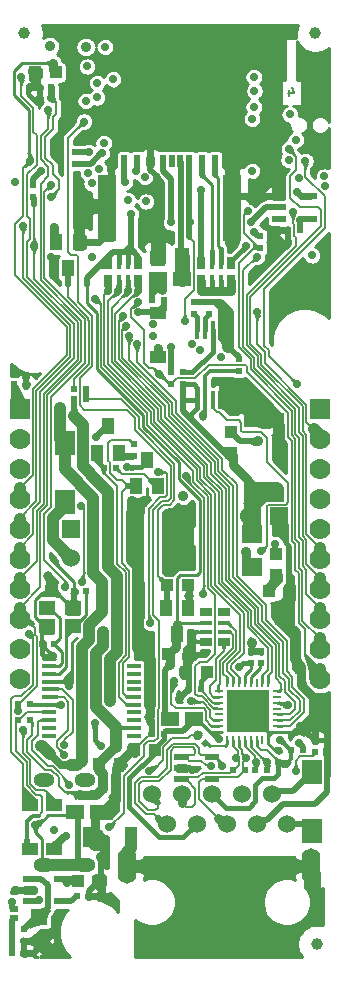
<source format=gbr>
G04 #@! TF.GenerationSoftware,KiCad,Pcbnew,5.1.6-c6e7f7d~87~ubuntu18.04.1*
G04 #@! TF.CreationDate,2022-07-26T15:18:22+03:00*
G04 #@! TF.ProjectId,ESP32-PoE_Rev_K,45535033-322d-4506-9f45-5f5265765f4b,K*
G04 #@! TF.SameCoordinates,Original*
G04 #@! TF.FileFunction,Copper,L4,Bot*
G04 #@! TF.FilePolarity,Positive*
%FSLAX46Y46*%
G04 Gerber Fmt 4.6, Leading zero omitted, Abs format (unit mm)*
G04 Created by KiCad (PCBNEW 5.1.6-c6e7f7d~87~ubuntu18.04.1) date 2022-07-26 15:18:22*
%MOMM*%
%LPD*%
G01*
G04 APERTURE LIST*
G04 #@! TA.AperFunction,NonConductor*
%ADD10C,0.190500*%
G04 #@! TD*
G04 #@! TA.AperFunction,SMDPad,CuDef*
%ADD11R,1.016000X1.016000*%
G04 #@! TD*
G04 #@! TA.AperFunction,SMDPad,CuDef*
%ADD12R,3.400001X1.200000*%
G04 #@! TD*
G04 #@! TA.AperFunction,SMDPad,CuDef*
%ADD13R,0.350000X1.500000*%
G04 #@! TD*
G04 #@! TA.AperFunction,ComponentPad*
%ADD14R,1.524000X1.524000*%
G04 #@! TD*
G04 #@! TA.AperFunction,ComponentPad*
%ADD15C,1.524000*%
G04 #@! TD*
G04 #@! TA.AperFunction,SMDPad,CuDef*
%ADD16R,1.524000X1.270000*%
G04 #@! TD*
G04 #@! TA.AperFunction,SMDPad,CuDef*
%ADD17R,1.400000X1.000000*%
G04 #@! TD*
G04 #@! TA.AperFunction,SMDPad,CuDef*
%ADD18R,1.200000X0.550000*%
G04 #@! TD*
G04 #@! TA.AperFunction,SMDPad,CuDef*
%ADD19R,0.500000X0.550000*%
G04 #@! TD*
G04 #@! TA.AperFunction,SMDPad,CuDef*
%ADD20R,1.000000X1.400000*%
G04 #@! TD*
G04 #@! TA.AperFunction,ComponentPad*
%ADD21O,1.600000X2.999999*%
G04 #@! TD*
G04 #@! TA.AperFunction,SMDPad,CuDef*
%ADD22R,3.600000X3.600000*%
G04 #@! TD*
G04 #@! TA.AperFunction,ComponentPad*
%ADD23R,0.400000X0.400000*%
G04 #@! TD*
G04 #@! TA.AperFunction,ComponentPad*
%ADD24R,1.422400X1.422400*%
G04 #@! TD*
G04 #@! TA.AperFunction,SMDPad,CuDef*
%ADD25R,0.250000X0.800000*%
G04 #@! TD*
G04 #@! TA.AperFunction,SMDPad,CuDef*
%ADD26R,0.800000X0.250000*%
G04 #@! TD*
G04 #@! TA.AperFunction,SMDPad,CuDef*
%ADD27R,1.270000X1.524000*%
G04 #@! TD*
G04 #@! TA.AperFunction,ConnectorPad*
%ADD28C,1.000000*%
G04 #@! TD*
G04 #@! TA.AperFunction,SMDPad,CuDef*
%ADD29R,0.550000X0.500000*%
G04 #@! TD*
G04 #@! TA.AperFunction,SMDPad,CuDef*
%ADD30C,0.100000*%
G04 #@! TD*
G04 #@! TA.AperFunction,ComponentPad*
%ADD31C,1.778000*%
G04 #@! TD*
G04 #@! TA.AperFunction,ComponentPad*
%ADD32R,1.778000X1.778000*%
G04 #@! TD*
G04 #@! TA.AperFunction,SMDPad,CuDef*
%ADD33R,1.270000X0.325000*%
G04 #@! TD*
G04 #@! TA.AperFunction,SMDPad,CuDef*
%ADD34R,1.700000X2.000000*%
G04 #@! TD*
G04 #@! TA.AperFunction,SMDPad,CuDef*
%ADD35R,1.016000X1.778000*%
G04 #@! TD*
G04 #@! TA.AperFunction,SMDPad,CuDef*
%ADD36R,0.500000X1.000000*%
G04 #@! TD*
G04 #@! TA.AperFunction,SMDPad,CuDef*
%ADD37R,1.500000X1.200000*%
G04 #@! TD*
G04 #@! TA.AperFunction,Conductor*
%ADD38R,1.500000X4.500000*%
G04 #@! TD*
G04 #@! TA.AperFunction,ComponentPad*
%ADD39O,1.800000X1.200000*%
G04 #@! TD*
G04 #@! TA.AperFunction,SMDPad,CuDef*
%ADD40R,1.016000X0.381000*%
G04 #@! TD*
G04 #@! TA.AperFunction,SMDPad,CuDef*
%ADD41R,1.016000X0.635000*%
G04 #@! TD*
G04 #@! TA.AperFunction,SMDPad,CuDef*
%ADD42R,0.381000X1.016000*%
G04 #@! TD*
G04 #@! TA.AperFunction,SMDPad,CuDef*
%ADD43R,0.635000X1.016000*%
G04 #@! TD*
G04 #@! TA.AperFunction,SMDPad,CuDef*
%ADD44R,1.400000X1.200000*%
G04 #@! TD*
G04 #@! TA.AperFunction,SMDPad,CuDef*
%ADD45R,0.762000X0.508000*%
G04 #@! TD*
G04 #@! TA.AperFunction,SMDPad,CuDef*
%ADD46R,1.778000X1.524000*%
G04 #@! TD*
G04 #@! TA.AperFunction,ComponentPad*
%ADD47C,1.800000*%
G04 #@! TD*
G04 #@! TA.AperFunction,ComponentPad*
%ADD48C,1.500000*%
G04 #@! TD*
G04 #@! TA.AperFunction,ViaPad*
%ADD49C,0.700000*%
G04 #@! TD*
G04 #@! TA.AperFunction,ComponentPad*
%ADD50R,1.400000X1.400000*%
G04 #@! TD*
G04 #@! TA.AperFunction,ComponentPad*
%ADD51C,1.400000*%
G04 #@! TD*
G04 #@! TA.AperFunction,ViaPad*
%ADD52C,0.900000*%
G04 #@! TD*
G04 #@! TA.AperFunction,ViaPad*
%ADD53C,0.800000*%
G04 #@! TD*
G04 #@! TA.AperFunction,Conductor*
%ADD54C,1.016000*%
G04 #@! TD*
G04 #@! TA.AperFunction,Conductor*
%ADD55C,0.635000*%
G04 #@! TD*
G04 #@! TA.AperFunction,Conductor*
%ADD56C,0.508000*%
G04 #@! TD*
G04 #@! TA.AperFunction,Conductor*
%ADD57C,0.304800*%
G04 #@! TD*
G04 #@! TA.AperFunction,Conductor*
%ADD58C,0.406400*%
G04 #@! TD*
G04 #@! TA.AperFunction,Conductor*
%ADD59C,0.762000*%
G04 #@! TD*
G04 #@! TA.AperFunction,Conductor*
%ADD60C,0.254000*%
G04 #@! TD*
G04 #@! TA.AperFunction,Conductor*
%ADD61C,0.152400*%
G04 #@! TD*
G04 #@! TA.AperFunction,Conductor*
%ADD62C,0.203200*%
G04 #@! TD*
G04 #@! TA.AperFunction,Conductor*
%ADD63C,0.863600*%
G04 #@! TD*
G04 #@! TA.AperFunction,Conductor*
%ADD64C,0.609600*%
G04 #@! TD*
G04 #@! TA.AperFunction,Conductor*
%ADD65C,1.270000*%
G04 #@! TD*
G04 #@! TA.AperFunction,Conductor*
%ADD66C,0.330200*%
G04 #@! TD*
G04 #@! TA.AperFunction,Conductor*
%ADD67C,1.524000*%
G04 #@! TD*
G04 #@! TA.AperFunction,Conductor*
%ADD68C,0.025400*%
G04 #@! TD*
G04 APERTURE END LIST*
D10*
X114281857Y-96229714D02*
X114281857Y-96737714D01*
X114463285Y-95939428D02*
X114644714Y-96483714D01*
X114173000Y-96483714D01*
D11*
X113157000Y-137287000D03*
X113157000Y-135509000D03*
D12*
X112141000Y-124205200D03*
X112141000Y-130505200D03*
D13*
X106467000Y-116557000D03*
X107117000Y-116557000D03*
X107767000Y-116557000D03*
X108417000Y-116557000D03*
X108417000Y-122457000D03*
X107767000Y-122457000D03*
X107117000Y-122457000D03*
X106467000Y-122457000D03*
D14*
X113391000Y-132334000D03*
D15*
X110891000Y-132334000D03*
D16*
X96139000Y-157353000D03*
X98171000Y-157353000D03*
D17*
X92329000Y-156723000D03*
X92329000Y-160523000D03*
D18*
X105126000Y-154559000D03*
X105126000Y-153609000D03*
X105126000Y-152659000D03*
X107726000Y-154559000D03*
X107726000Y-152659000D03*
D19*
X112395000Y-153797000D03*
X111379000Y-153797000D03*
D17*
X103124000Y-115067000D03*
X103124000Y-118867000D03*
D11*
X98171000Y-153289000D03*
X99949000Y-153289000D03*
D20*
X102237540Y-127548640D03*
X101282500Y-129758440D03*
X103184960Y-129758440D03*
X98933000Y-124714000D03*
X97977960Y-126923800D03*
X99880420Y-126923800D03*
X94554040Y-109128560D03*
X96456500Y-109128560D03*
X95501460Y-111338360D03*
D16*
X103124000Y-112268000D03*
X105156000Y-112268000D03*
D20*
X103825040Y-140116560D03*
X105727500Y-140116560D03*
X104772460Y-142326360D03*
D15*
X102616000Y-155806000D03*
X103886000Y-158346000D03*
X105156000Y-155806000D03*
X106426000Y-158346000D03*
X107696000Y-155806000D03*
X108966000Y-158346000D03*
X110236000Y-155806000D03*
X111506000Y-158346000D03*
X112776000Y-155806000D03*
X114046000Y-158346000D03*
D21*
X100531000Y-161946000D03*
X116131000Y-161946000D03*
D22*
X110744000Y-148844000D03*
D23*
X112044000Y-149344000D03*
X112044000Y-148344000D03*
X111244000Y-147544000D03*
X110244000Y-147544000D03*
X109444000Y-148344000D03*
X109444000Y-149344000D03*
X110244000Y-150144000D03*
X111244000Y-150144000D03*
D24*
X110744000Y-148844000D03*
D25*
X108994000Y-151294000D03*
X109494000Y-151294000D03*
X109994000Y-151294000D03*
X110494000Y-151294000D03*
X110994000Y-151294000D03*
X111494000Y-151294000D03*
X111994000Y-151294000D03*
X112494000Y-151294000D03*
D26*
X113194000Y-150594000D03*
X113194000Y-150094000D03*
X113194000Y-149594000D03*
X113194000Y-149094000D03*
X113194000Y-148594000D03*
X113194000Y-148094000D03*
X113194000Y-147594000D03*
X113194000Y-147094000D03*
D25*
X112494000Y-146394000D03*
X111994000Y-146394000D03*
X111494000Y-146394000D03*
X110994000Y-146394000D03*
X110494000Y-146394000D03*
X109994000Y-146394000D03*
X109494000Y-146394000D03*
X108994000Y-146394000D03*
D26*
X108294000Y-147094000D03*
X108294000Y-147594000D03*
X108294000Y-148094000D03*
X108294000Y-148594000D03*
X108294000Y-149094000D03*
X108294000Y-149594000D03*
X108294000Y-150094000D03*
X108294000Y-150594000D03*
D19*
X103632000Y-150749000D03*
X102616000Y-150749000D03*
D11*
X102870000Y-152146000D03*
X101092000Y-152146000D03*
D19*
X91821000Y-168275000D03*
X90805000Y-168275000D03*
X90805000Y-167259000D03*
X91821000Y-167259000D03*
D17*
X94361000Y-160523000D03*
X94361000Y-156723000D03*
D19*
X91821000Y-169291000D03*
X90805000Y-169291000D03*
X93091000Y-96012000D03*
X94107000Y-96012000D03*
X97282000Y-164465000D03*
X96266000Y-164465000D03*
D18*
X92299000Y-164907000D03*
X92299000Y-163957000D03*
X92299000Y-163007000D03*
X94899000Y-164907000D03*
X94899000Y-163007000D03*
D19*
X96012000Y-121539000D03*
X97028000Y-121539000D03*
D11*
X103886000Y-138176000D03*
X105664000Y-138176000D03*
D27*
X103124000Y-110363000D03*
X105156000Y-110363000D03*
D28*
X116586000Y-168529000D03*
X116459000Y-91440000D03*
X91821000Y-91440000D03*
D29*
X110998000Y-143764000D03*
X110998000Y-144780000D03*
D19*
X105791000Y-146939000D03*
X106807000Y-146939000D03*
D29*
X113284000Y-152146000D03*
X113284000Y-153162000D03*
X92583000Y-104267000D03*
X92583000Y-105283000D03*
X111760000Y-108585000D03*
X111760000Y-109601000D03*
X104267000Y-121158000D03*
X104267000Y-120142000D03*
G04 #@! TA.AperFunction,SMDPad,CuDef*
D30*
G36*
X106840811Y-150774902D02*
G01*
X106451902Y-151163811D01*
X106098349Y-150810258D01*
X106487258Y-150421349D01*
X106840811Y-150774902D01*
G37*
G04 #@! TD.AperFunction*
G04 #@! TA.AperFunction,SMDPad,CuDef*
G36*
X106816769Y-151528678D02*
G01*
X107205678Y-151139769D01*
X107559231Y-151493322D01*
X107170322Y-151882231D01*
X106816769Y-151528678D01*
G37*
G04 #@! TD.AperFunction*
D29*
X116459000Y-151257000D03*
X116459000Y-152273000D03*
D19*
X115443000Y-152146000D03*
X114427000Y-152146000D03*
X97028000Y-122428000D03*
X96012000Y-122428000D03*
X91948000Y-121158000D03*
X90932000Y-121158000D03*
X91313000Y-148209000D03*
X92329000Y-148209000D03*
X91313000Y-149606000D03*
X92329000Y-149606000D03*
D31*
X116840000Y-130840000D03*
X116840000Y-128300000D03*
X116840000Y-125760000D03*
D32*
X116840000Y-123220000D03*
D31*
X116840000Y-133380000D03*
X116840000Y-135920000D03*
X116840000Y-141000000D03*
X116840000Y-138460000D03*
X116840000Y-143540000D03*
X116840000Y-146080000D03*
X91440000Y-130840000D03*
X91440000Y-128300000D03*
X91440000Y-125760000D03*
D32*
X91440000Y-123220000D03*
D31*
X91440000Y-133380000D03*
X91440000Y-135920000D03*
X91440000Y-141000000D03*
X91440000Y-138460000D03*
X91440000Y-143540000D03*
X91440000Y-146080000D03*
D11*
X98171000Y-163195000D03*
X96393000Y-163195000D03*
D33*
X93916500Y-150880000D03*
X93916500Y-150230000D03*
X93916500Y-149580000D03*
X93916500Y-148930000D03*
X93916500Y-148280000D03*
X93916500Y-147630000D03*
X93916500Y-146980000D03*
X93916500Y-146330000D03*
X93916500Y-145680000D03*
X93916500Y-145030000D03*
X101155500Y-145030000D03*
X101155500Y-145680000D03*
X101155500Y-146330000D03*
X101155500Y-146980000D03*
X101155500Y-147630000D03*
X101155500Y-148280000D03*
X101155500Y-148930000D03*
X101155500Y-149580000D03*
X101155500Y-150230000D03*
X101155500Y-150880000D03*
D34*
X95250000Y-126151000D03*
X95250000Y-131151000D03*
D35*
X100838000Y-159512000D03*
X97282000Y-159512000D03*
D36*
X100290000Y-102237000D03*
X101390000Y-102237000D03*
X102490000Y-102237000D03*
X103590000Y-102237000D03*
X104340000Y-102237000D03*
X105040000Y-102237000D03*
X105790000Y-102237000D03*
X106890000Y-102237000D03*
X107990000Y-102237000D03*
D37*
X109440000Y-103987000D03*
X98840000Y-103987000D03*
X109440000Y-108437000D03*
X98840000Y-108437000D03*
D38*
X98840000Y-106037000D03*
X109440000Y-106037000D03*
D11*
X105537000Y-145542000D03*
X107315000Y-145542000D03*
X105791000Y-144018000D03*
X104013000Y-144018000D03*
D39*
X93476000Y-154642000D03*
X96946000Y-154642000D03*
X96946000Y-161842000D03*
X93476000Y-161842000D03*
D40*
X107188000Y-141351000D03*
X107188000Y-142113000D03*
X108712000Y-141351000D03*
X108712000Y-142113000D03*
D41*
X107188000Y-140462000D03*
X108712000Y-140462000D03*
X107188000Y-143002000D03*
X108712000Y-143002000D03*
D42*
X100584000Y-110871000D03*
X99822000Y-110871000D03*
X100584000Y-112395000D03*
X99822000Y-112395000D03*
D43*
X101473000Y-110871000D03*
X101473000Y-112395000D03*
X98933000Y-110871000D03*
X98933000Y-112395000D03*
D16*
X104140000Y-149479000D03*
X106172000Y-149479000D03*
D19*
X93345000Y-143129000D03*
X94361000Y-143129000D03*
X103632000Y-114046000D03*
X102616000Y-114046000D03*
X99568000Y-128270000D03*
X98552000Y-128270000D03*
D29*
X101092000Y-126238000D03*
X101092000Y-127254000D03*
D42*
X108458000Y-110871000D03*
X107696000Y-110871000D03*
X108458000Y-112395000D03*
X107696000Y-112395000D03*
D43*
X109347000Y-110871000D03*
X109347000Y-112395000D03*
X106807000Y-110871000D03*
X106807000Y-112395000D03*
D19*
X96012000Y-138684000D03*
X97028000Y-138684000D03*
D44*
X95969000Y-140043000D03*
X93769000Y-141643000D03*
X93769000Y-140043000D03*
X95969000Y-141643000D03*
D45*
X90932000Y-166370000D03*
X90932000Y-165608000D03*
D11*
X92710000Y-94742000D03*
X94488000Y-94742000D03*
D19*
X110490000Y-153797000D03*
X109474000Y-153797000D03*
D34*
X116205000Y-153964000D03*
X116205000Y-158964000D03*
D29*
X105283000Y-120142000D03*
X105283000Y-121158000D03*
X106172000Y-114173000D03*
X106172000Y-115189000D03*
X107442000Y-114173000D03*
X107442000Y-115189000D03*
D46*
X111125000Y-136652000D03*
X111125000Y-133858000D03*
D47*
X105029000Y-133985000D03*
D15*
X95758000Y-135870000D03*
D14*
X95758000Y-133370000D03*
D11*
X109347000Y-127000000D03*
X109347000Y-125222000D03*
D29*
X111887000Y-144780000D03*
X111887000Y-143764000D03*
D11*
X114300000Y-138684000D03*
X112522000Y-138684000D03*
D48*
X102640000Y-99108000D03*
D49*
X101940000Y-97708000D03*
X103340000Y-97708000D03*
X104040000Y-98408000D03*
X104040000Y-99808000D03*
X103340000Y-100508000D03*
X101940000Y-100508000D03*
X101240000Y-99808000D03*
X101240000Y-98408000D03*
D19*
X114173000Y-108077000D03*
X115189000Y-108077000D03*
D29*
X96139000Y-101473000D03*
X96139000Y-102489000D03*
D18*
X115980999Y-105222000D03*
X115980999Y-107122000D03*
X113380999Y-105222000D03*
X113380999Y-106172000D03*
X113380999Y-107122000D03*
D50*
X93070680Y-166230300D03*
D51*
X93073220Y-168259760D03*
D19*
X105918000Y-123952000D03*
X106934000Y-123952000D03*
D29*
X109982000Y-118999000D03*
X109982000Y-120015000D03*
D52*
X93218000Y-151765000D03*
X98425000Y-139827000D03*
D49*
X95463542Y-163408542D03*
D52*
X94869000Y-123189992D03*
X98330590Y-161163000D03*
D49*
X94234000Y-144145000D03*
X95631000Y-146685000D03*
D52*
X102489000Y-145542000D03*
D49*
X115189000Y-150114000D03*
X106045000Y-153797000D03*
D53*
X102362000Y-149352000D03*
D52*
X98330590Y-160210498D03*
D49*
X104902000Y-147828000D03*
D52*
X100965000Y-131064000D03*
D49*
X102362000Y-153847800D03*
D53*
X93853000Y-137414000D03*
D52*
X113411000Y-141224000D03*
X113411000Y-140208000D03*
X99568000Y-154305000D03*
X101981000Y-131064000D03*
X111084360Y-143040100D03*
X105283000Y-130606800D03*
D49*
X91059000Y-163957000D03*
X91948000Y-120523000D03*
X92329000Y-96012000D03*
X94107000Y-110363000D03*
D52*
X97028000Y-91313000D03*
X99695000Y-91313000D03*
X102235000Y-91313000D03*
X104775000Y-91313000D03*
X107315000Y-91313000D03*
X109220000Y-91313000D03*
X111125000Y-91313000D03*
X93980000Y-91313000D03*
X114300000Y-91313000D03*
D49*
X115951000Y-93726000D03*
D52*
X110490000Y-123190000D03*
X110490000Y-122174000D03*
X110490000Y-121158000D03*
D49*
X114173000Y-109093000D03*
X109489760Y-103067610D03*
X99172293Y-103011707D03*
D52*
X113411000Y-125349000D03*
X113411000Y-126365000D03*
X113411000Y-127381000D03*
X116840000Y-113792000D03*
X114935000Y-111887000D03*
X102235000Y-95885000D03*
X104775000Y-95885000D03*
X107315000Y-95885000D03*
X107315000Y-98425000D03*
X106045000Y-97155000D03*
X106045000Y-99695000D03*
X108585000Y-99695000D03*
X108585000Y-97155000D03*
X103505000Y-95885000D03*
X106045000Y-95885000D03*
X106045000Y-98425000D03*
X107315000Y-97155000D03*
X108585000Y-98425000D03*
X107315000Y-99695000D03*
X100965000Y-95885000D03*
D49*
X94361000Y-158877000D03*
D52*
X99674680Y-143771620D03*
X98092260Y-129433320D03*
D53*
X105791000Y-139065000D03*
D52*
X99060000Y-147980400D03*
D49*
X106807000Y-113284000D03*
X104267000Y-117983000D03*
D52*
X96012006Y-123825000D03*
X97028000Y-92583000D03*
D49*
X91059000Y-104013000D03*
X117228536Y-103542041D03*
X103505000Y-113194619D03*
D52*
X93980000Y-92539390D03*
D49*
X113969800Y-153314400D03*
X108356400Y-151155400D03*
X113510000Y-151250000D03*
X92329000Y-102235000D03*
X94246224Y-93923610D03*
X111308390Y-108250281D03*
X104267008Y-107442008D03*
D52*
X96520000Y-155956000D03*
X97536000Y-155956000D03*
X98501200Y-142123160D03*
D49*
X100375725Y-104018581D03*
X106807000Y-104718610D03*
X93218000Y-103124000D03*
X101325491Y-103111471D03*
X95278919Y-138270969D03*
X94107000Y-104267000D03*
X115062000Y-103693989D03*
D52*
X109093000Y-117983000D03*
X109093000Y-116967000D03*
X109093000Y-115951000D03*
X111633000Y-125984004D03*
D49*
X97282000Y-101473000D03*
X102743000Y-116078000D03*
X98552001Y-100711001D03*
X114229390Y-101232739D03*
X94107000Y-105283000D03*
X117276388Y-104393109D03*
X94107000Y-96900992D03*
D52*
X102108000Y-168783000D03*
X105283000Y-168783000D03*
X108204000Y-168783000D03*
X110998000Y-168783000D03*
X112522000Y-167132000D03*
X104013000Y-167132000D03*
X106934000Y-167132000D03*
X109601000Y-167132000D03*
X105918000Y-164846000D03*
X110871000Y-164846000D03*
X108204000Y-164846000D03*
X103632000Y-161946000D03*
X113030000Y-161946000D03*
D49*
X114173000Y-148336000D03*
X103124000Y-118110000D03*
X96730025Y-137874369D03*
X96647000Y-131445000D03*
X100558600Y-128168400D03*
X98298000Y-151765000D03*
X97795080Y-149816820D03*
X95231599Y-151654399D03*
X95231596Y-152512566D03*
D52*
X104140000Y-144907000D03*
D49*
X110007400Y-145084800D03*
X100838000Y-106721261D03*
X115189000Y-107193590D03*
X91716480Y-107718480D03*
X110998000Y-107442000D03*
X99016820Y-158666180D03*
X90805000Y-164973000D03*
X116205000Y-110236000D03*
X96872729Y-98904726D03*
X114808000Y-100457000D03*
X105918000Y-147955000D03*
X114808000Y-153924000D03*
X104521000Y-146304000D03*
X115089940Y-151483060D03*
X92760768Y-158419800D03*
X93091010Y-164846000D03*
X94932500Y-148272500D03*
X95613220Y-155110180D03*
X95377000Y-159385000D03*
X97028000Y-97155000D03*
X115626390Y-102235023D03*
X114935000Y-121158000D03*
X114300004Y-98298000D03*
X110605194Y-109462194D03*
X92633811Y-109397811D03*
X106712472Y-118262116D03*
X101427766Y-115061992D03*
X99360469Y-95320610D03*
X111551232Y-115058875D03*
X91310373Y-148796940D03*
X91742260Y-150373080D03*
X111318515Y-96326486D03*
X93853000Y-97917000D03*
X92188792Y-142297910D03*
X91567000Y-95123000D03*
X111252000Y-95123000D03*
X102489000Y-141351000D03*
X103136700Y-128554480D03*
X102108000Y-105664000D03*
X106934000Y-138938000D03*
X105537000Y-128905000D03*
X108458000Y-118872000D03*
X111125000Y-103067610D03*
X111506000Y-110363000D03*
X105410000Y-115824000D03*
X105843312Y-107442000D03*
X102743000Y-117094000D03*
X98406769Y-101582391D03*
X114201140Y-102136140D03*
X114554000Y-106553000D03*
X106038211Y-117740599D03*
X110728378Y-106506353D03*
X103251000Y-120269000D03*
X97530421Y-110332164D03*
X101427768Y-114209587D03*
X100613227Y-105564049D03*
X100619449Y-113284765D03*
X98165981Y-102884588D03*
X99767142Y-113271362D03*
X102023301Y-103601028D03*
X101471819Y-113276301D03*
X97534392Y-104140000D03*
X98914875Y-113255645D03*
X94361000Y-107823000D03*
X101346000Y-117729000D03*
X97155000Y-94234000D03*
X100711000Y-117094000D03*
X97998768Y-96858821D03*
X111125000Y-98679000D03*
X100457000Y-116205000D03*
X98005772Y-95612949D03*
X111252004Y-97663000D03*
X100187444Y-115396331D03*
X98679000Y-92583000D03*
X97228945Y-103256533D03*
X97825360Y-113883640D03*
X114942110Y-104902000D03*
X107642660Y-153441400D03*
X111429800Y-153085800D03*
X108595160Y-153469340D03*
X112395000Y-153162000D03*
X109728000Y-152781000D03*
X110617000Y-152781000D03*
X113080800Y-134645400D03*
X105029000Y-136271000D03*
X106045000Y-136271000D03*
X104013000Y-136271000D03*
D52*
X110617000Y-135382000D03*
D49*
X105918000Y-131953000D03*
X105029000Y-131953000D03*
X104140000Y-131953000D03*
X111887000Y-135255000D03*
X97917000Y-125603000D03*
D54*
X93319600Y-151765000D02*
X93980000Y-152425400D01*
X93218000Y-151765000D02*
X93319600Y-151765000D01*
D55*
X93980000Y-152450800D02*
X93980000Y-152425400D01*
X95758000Y-153416000D02*
X94945200Y-153416000D01*
X94945200Y-153416000D02*
X93980000Y-152450800D01*
D54*
X95250000Y-128356360D02*
X97663000Y-130769360D01*
X98425000Y-137922000D02*
X98425000Y-139827000D01*
X97663000Y-130769360D02*
X97663000Y-137160000D01*
X97663000Y-137160000D02*
X98425000Y-137922000D01*
X95250000Y-126151000D02*
X95250000Y-128356360D01*
X96266000Y-153416000D02*
X95758000Y-153416000D01*
X96685122Y-143421078D02*
X96685122Y-152996878D01*
X98425000Y-139827000D02*
X98425000Y-140462000D01*
X98425000Y-140462000D02*
X97330260Y-141556740D01*
X97330260Y-141556740D02*
X97330260Y-142775940D01*
X96685122Y-152996878D02*
X96266000Y-153416000D01*
X97330260Y-142775940D02*
X96685122Y-143421078D01*
D56*
X94899000Y-163007000D02*
X96205000Y-163007000D01*
X96205000Y-163007000D02*
X96393000Y-163195000D01*
X95062000Y-163007000D02*
X95463542Y-163408542D01*
X94899000Y-163007000D02*
X95062000Y-163007000D01*
X95550084Y-163322000D02*
X95463542Y-163408542D01*
X95123000Y-163068000D02*
X95463542Y-163408542D01*
X96266000Y-163322000D02*
X95550084Y-163322000D01*
X91440000Y-123220000D02*
X90932000Y-122712000D01*
X90932000Y-122712000D02*
X90932000Y-121158000D01*
D54*
X94843590Y-123215402D02*
X94869000Y-123189992D01*
X94843590Y-125744590D02*
X94843590Y-123215402D01*
X95250000Y-126151000D02*
X94843590Y-125744590D01*
D57*
X93345000Y-143256000D02*
X94234000Y-144145000D01*
X93345000Y-143129000D02*
X93345000Y-143256000D01*
D58*
X93345000Y-144018000D02*
X93472000Y-144145000D01*
X93345000Y-143129000D02*
X93345000Y-144018000D01*
D59*
X98386900Y-160266808D02*
X98350299Y-160230207D01*
D57*
X96075500Y-140081000D02*
X95758000Y-139763500D01*
D60*
X95969000Y-140043000D02*
X96096000Y-139916000D01*
D57*
X93345000Y-143129000D02*
X93345000Y-142067000D01*
X93345000Y-142067000D02*
X93769000Y-141643000D01*
X95631000Y-146685000D02*
X95276000Y-146330000D01*
X95276000Y-146330000D02*
X93916500Y-146330000D01*
D56*
X96012000Y-140081000D02*
X96012000Y-138684000D01*
D60*
X113194000Y-150594000D02*
X112494000Y-150594000D01*
X112804000Y-150594000D02*
X113194000Y-150594000D01*
X112494000Y-150904000D02*
X112804000Y-150594000D01*
X112494000Y-151294000D02*
X112494000Y-150904000D01*
X112494000Y-150594000D02*
X110744000Y-148844000D01*
X112494000Y-151294000D02*
X112494000Y-150594000D01*
X114335500Y-150594000D02*
X113194000Y-150594000D01*
X115669000Y-150594000D02*
X114335500Y-150594000D01*
D54*
X102489000Y-145542000D02*
X102489000Y-148336000D01*
D56*
X105857000Y-153609000D02*
X106045000Y-153797000D01*
X105126000Y-153609000D02*
X105857000Y-153609000D01*
D59*
X102362000Y-149352000D02*
X102489000Y-149225000D01*
X102489000Y-149225000D02*
X102489000Y-148336000D01*
D56*
X102362000Y-149352000D02*
X102616000Y-149606000D01*
X102616000Y-149606000D02*
X102616000Y-150749000D01*
X98350299Y-160230207D02*
X98330590Y-160210498D01*
D60*
X115951000Y-150876000D02*
X115669000Y-150594000D01*
D56*
X115189000Y-150114000D02*
X115951000Y-150876000D01*
X116459000Y-151257000D02*
X115951000Y-150876000D01*
X104902000Y-147828000D02*
X105791000Y-146939000D01*
X105537000Y-145669000D02*
X105537000Y-145542000D01*
X105791000Y-145923000D02*
X105537000Y-145669000D01*
X105791000Y-146939000D02*
X105791000Y-145923000D01*
D54*
X101473000Y-143510000D02*
X102489000Y-144526000D01*
X101473000Y-136525000D02*
X101473000Y-143510000D01*
X100965000Y-136017000D02*
X101473000Y-136525000D01*
X102489000Y-144526000D02*
X102489000Y-145542000D01*
X100965000Y-132080000D02*
X100965000Y-136017000D01*
D59*
X100965000Y-132080000D02*
X100965000Y-131064000D01*
D56*
X110998000Y-143764000D02*
X111379000Y-143764000D01*
X111379000Y-143764000D02*
X111887000Y-143764000D01*
D60*
X95631000Y-146685000D02*
X95885000Y-146431000D01*
X95885000Y-146431000D02*
X95885000Y-143002000D01*
X95885000Y-143002000D02*
X96266000Y-142621000D01*
X96012000Y-137922000D02*
X93980000Y-135890000D01*
X96012000Y-138684000D02*
X96012000Y-137922000D01*
D61*
X103606600Y-152933400D02*
X102692200Y-153847800D01*
X103606600Y-151853900D02*
X103606600Y-152933400D01*
X104330500Y-151130000D02*
X103606600Y-151853900D01*
X106469580Y-150792580D02*
X106386160Y-150876000D01*
X105664000Y-151130000D02*
X104330500Y-151130000D01*
X102692200Y-153847800D02*
X102362000Y-153847800D01*
X106386160Y-150876000D02*
X105918000Y-150876000D01*
X105918000Y-150876000D02*
X105664000Y-151130000D01*
D60*
X113080800Y-152146000D02*
X113411000Y-152146000D01*
X112494000Y-151559200D02*
X113080800Y-152146000D01*
X112494000Y-151294000D02*
X112494000Y-151559200D01*
D62*
X101092000Y-152146000D02*
X101092000Y-152115520D01*
X102453440Y-150911560D02*
X102295960Y-150911560D01*
X102616000Y-150749000D02*
X102453440Y-150911560D01*
X101092000Y-152115520D02*
X102295960Y-150911560D01*
D59*
X99568000Y-153670000D02*
X99568000Y-154305000D01*
X99949000Y-153289000D02*
X99568000Y-153670000D01*
X100965000Y-152146000D02*
X101092000Y-152146000D01*
X99949000Y-153162000D02*
X100965000Y-152146000D01*
X99949000Y-153289000D02*
X99949000Y-153162000D01*
X97282000Y-159512000D02*
X97282000Y-159766000D01*
X97726498Y-160210498D02*
X98330590Y-160210498D01*
X97282000Y-159766000D02*
X97726498Y-160210498D01*
D63*
X99568000Y-156337000D02*
X99568000Y-154305000D01*
X98552000Y-157353000D02*
X99568000Y-156337000D01*
D59*
X98171000Y-157353000D02*
X98552000Y-157353000D01*
D56*
X105537000Y-145542000D02*
X105537000Y-144272000D01*
X105537000Y-144272000D02*
X105791000Y-144018000D01*
D64*
X106045000Y-143764000D02*
X105854500Y-143954500D01*
D60*
X106426000Y-142113000D02*
X106045000Y-142494000D01*
X107188000Y-142113000D02*
X106426000Y-142113000D01*
D57*
X107188000Y-143002000D02*
X106045000Y-143002000D01*
D64*
X106045000Y-143002000D02*
X106045000Y-143764000D01*
X106045000Y-142494000D02*
X106045000Y-143002000D01*
D60*
X93510000Y-141643000D02*
X93769000Y-141643000D01*
X92710000Y-140843000D02*
X93510000Y-141643000D01*
X92710000Y-139395200D02*
X92710000Y-140843000D01*
X95969000Y-140043000D02*
X95847000Y-140043000D01*
X95847000Y-140043000D02*
X94615000Y-138811000D01*
X93294200Y-138811000D02*
X92710000Y-139395200D01*
D57*
X93853000Y-137414000D02*
X93853000Y-138811000D01*
D60*
X93853000Y-138811000D02*
X93294200Y-138811000D01*
X94615000Y-138811000D02*
X93853000Y-138811000D01*
D56*
X117475000Y-155702000D02*
X117475000Y-148463000D01*
X111506000Y-158346000D02*
X111787800Y-158064200D01*
X117475000Y-148463000D02*
X116713000Y-147701000D01*
X116459000Y-156718000D02*
X117475000Y-155702000D01*
X111787800Y-158064200D02*
X112420400Y-158064200D01*
X112420400Y-158064200D02*
X113766600Y-156718000D01*
X113766600Y-156718000D02*
X116459000Y-156718000D01*
D59*
X97790000Y-157734000D02*
X98171000Y-157353000D01*
X97790000Y-159004000D02*
X97790000Y-157734000D01*
X97282000Y-159512000D02*
X97790000Y-159004000D01*
D54*
X112141000Y-124205200D02*
X111378200Y-124205200D01*
D56*
X113919000Y-132842000D02*
X113411000Y-132334000D01*
X113411000Y-132334000D02*
X113391000Y-132334000D01*
X111252000Y-143764000D02*
X111379000Y-143764000D01*
X111084360Y-143596360D02*
X111252000Y-143764000D01*
X111084360Y-143040100D02*
X111084360Y-143596360D01*
D60*
X114046000Y-132969000D02*
X113919000Y-132842000D01*
D64*
X113391000Y-132949000D02*
X113792000Y-133350000D01*
X113391000Y-132334000D02*
X113391000Y-132949000D01*
D60*
X114046000Y-133985000D02*
X114046000Y-132969000D01*
X114046000Y-133858000D02*
X113665000Y-133477000D01*
X114046000Y-133985000D02*
X114046000Y-133858000D01*
D56*
X91821000Y-168275000D02*
X91821000Y-169291000D01*
X91821000Y-168275000D02*
X93091000Y-168275000D01*
X97282000Y-164465000D02*
X97282000Y-164084000D01*
X97282000Y-164084000D02*
X98171000Y-163195000D01*
X98330590Y-163035410D02*
X98330590Y-161163000D01*
X98171000Y-163195000D02*
X98330590Y-163035410D01*
X92299000Y-163957000D02*
X91059000Y-163957000D01*
X91948000Y-121158000D02*
X91948000Y-120523000D01*
D64*
X93091000Y-96012000D02*
X92329000Y-96012000D01*
X92710000Y-94742000D02*
X92710000Y-95631000D01*
X92710000Y-95631000D02*
X93091000Y-96012000D01*
X92710000Y-95631000D02*
X92329000Y-96012000D01*
X98840000Y-106037000D02*
X98840000Y-108424000D01*
X98840000Y-108424000D02*
X98806000Y-108458000D01*
X96456500Y-109128560D02*
X96492060Y-109093000D01*
X98184000Y-109093000D02*
X98840000Y-108437000D01*
X96492060Y-109093000D02*
X98184000Y-109093000D01*
X101940000Y-100508000D02*
X102489000Y-101057000D01*
X102490000Y-101058000D02*
X102489000Y-101057000D01*
X102490000Y-102237000D02*
X102490000Y-101058000D01*
X109474000Y-105664000D02*
X109474000Y-106045000D01*
X113380999Y-105222000D02*
X109916000Y-105222000D01*
X109916000Y-105222000D02*
X109474000Y-105664000D01*
D56*
X109440000Y-106037000D02*
X109440000Y-108424000D01*
X109440000Y-108424000D02*
X109474000Y-108458000D01*
D54*
X112141000Y-124205200D02*
X110490000Y-122554200D01*
X110490000Y-122554200D02*
X110490000Y-122174000D01*
X110490000Y-123190000D02*
X111379000Y-124079000D01*
X110490000Y-122174000D02*
X112395000Y-124079000D01*
X110490000Y-123190000D02*
X109220000Y-123190000D01*
X108839000Y-122809000D02*
X108839000Y-122174000D01*
X109220000Y-123190000D02*
X108839000Y-122809000D01*
X110490000Y-122174000D02*
X109728000Y-122174000D01*
X109728000Y-122174000D02*
X108839000Y-122174000D01*
D60*
X108417000Y-122457000D02*
X108417000Y-121834000D01*
X110150000Y-121834000D02*
X110490000Y-122174000D01*
D54*
X110490000Y-121158000D02*
X110490000Y-122174000D01*
X109474000Y-121158000D02*
X108798000Y-121834000D01*
D60*
X108417000Y-121834000D02*
X108798000Y-121834000D01*
D54*
X110490000Y-121158000D02*
X109474000Y-121158000D01*
D60*
X108798000Y-121834000D02*
X110150000Y-121834000D01*
D54*
X110490000Y-121158000D02*
X113157000Y-123825000D01*
X109728000Y-121158000D02*
X109728000Y-122174000D01*
X110490000Y-123190000D02*
X109728000Y-122428000D01*
X109728000Y-122428000D02*
X109728000Y-121158000D01*
D56*
X114173000Y-108077000D02*
X114173000Y-109093000D01*
D64*
X109440000Y-103117370D02*
X109489760Y-103067610D01*
X109440000Y-106037000D02*
X109440000Y-103117370D01*
X99172293Y-105704707D02*
X99172293Y-103506681D01*
X99172293Y-103506681D02*
X99172293Y-103011707D01*
X98840000Y-106037000D02*
X99172293Y-105704707D01*
D54*
X114300000Y-139319000D02*
X113411000Y-140208000D01*
X114300000Y-138684000D02*
X114300000Y-139319000D01*
D59*
X113411000Y-140208000D02*
X113411000Y-141224000D01*
X114681000Y-142494000D02*
X113411000Y-141224000D01*
X114681000Y-144424400D02*
X114681000Y-142494000D01*
X115265222Y-145008622D02*
X114681000Y-144424400D01*
X115265222Y-146621522D02*
X115265222Y-145008622D01*
X116713000Y-147701000D02*
X116344700Y-147701000D01*
X116344700Y-147701000D02*
X115265222Y-146621522D01*
D54*
X112141000Y-124205200D02*
X112902200Y-124205200D01*
X113411000Y-124714000D02*
X113411000Y-125349000D01*
X112902200Y-124205200D02*
X113411000Y-124714000D01*
X113411000Y-125349000D02*
X113411000Y-126365000D01*
X113411000Y-126365000D02*
X113411000Y-127381000D01*
D60*
X114300000Y-134874000D02*
X114300000Y-138811000D01*
X114046000Y-133985000D02*
X114046000Y-134620000D01*
X114046000Y-134620000D02*
X114300000Y-134874000D01*
D56*
X102490000Y-102998000D02*
X102490000Y-102237000D01*
X103124000Y-110363000D02*
X103124000Y-103632000D01*
X103124000Y-103632000D02*
X102490000Y-102998000D01*
X93070680Y-166230300D02*
X92849700Y-166230300D01*
X92849700Y-166230300D02*
X91821000Y-167259000D01*
X93284000Y-163007000D02*
X92299000Y-163007000D01*
X93853000Y-163576000D02*
X93284000Y-163007000D01*
X93853000Y-165481000D02*
X93853000Y-163576000D01*
X93070680Y-166230300D02*
X93103700Y-166230300D01*
X93103700Y-166230300D02*
X93853000Y-165481000D01*
D54*
X98171000Y-129540000D02*
X98933000Y-130302000D01*
X98933000Y-130302000D02*
X98933000Y-136626600D01*
X98092260Y-129433320D02*
X98171000Y-129512060D01*
X98171000Y-129512060D02*
X98171000Y-129540000D01*
X99674680Y-137368280D02*
X99674680Y-143771620D01*
X98933000Y-136626600D02*
X99674680Y-137368280D01*
D64*
X105791000Y-138303000D02*
X105791000Y-139065000D01*
X105664000Y-138176000D02*
X105791000Y-138303000D01*
X105791000Y-140053060D02*
X105791000Y-139065000D01*
X105727500Y-140116560D02*
X105791000Y-140053060D01*
D54*
X99060000Y-144386300D02*
X99674680Y-143771620D01*
X99060000Y-147980400D02*
X99060000Y-144386300D01*
D59*
X106807000Y-112395000D02*
X106807000Y-113284000D01*
X109347000Y-112395000D02*
X109347000Y-113284000D01*
D58*
X108458000Y-112395000D02*
X108458000Y-113284000D01*
D59*
X108458000Y-113284000D02*
X109347000Y-113284000D01*
D58*
X107696000Y-113157000D02*
X107569000Y-113284000D01*
X107696000Y-112395000D02*
X107696000Y-113157000D01*
D59*
X106807000Y-113284000D02*
X107569000Y-113284000D01*
X107569000Y-113284000D02*
X108458000Y-113284000D01*
D56*
X104267000Y-120142000D02*
X104267000Y-117983000D01*
D54*
X96760401Y-124573395D02*
X96012006Y-123825000D01*
D56*
X96012000Y-123824994D02*
X96012006Y-123825000D01*
D54*
X96760401Y-128101461D02*
X96760401Y-124573395D01*
D56*
X96012000Y-122428000D02*
X96012000Y-123824994D01*
D54*
X98092260Y-129433320D02*
X96760401Y-128101461D01*
D59*
X102997000Y-112686619D02*
X103505000Y-113194619D01*
X102997000Y-112268000D02*
X102997000Y-112686619D01*
D56*
X102684381Y-113194619D02*
X103505000Y-113194619D01*
X102616000Y-113263000D02*
X102684381Y-113194619D01*
X102616000Y-113263000D02*
X102616000Y-112649000D01*
X102616000Y-112649000D02*
X102997000Y-112268000D01*
X103505000Y-113194619D02*
X102959381Y-113194619D01*
X102616000Y-114046000D02*
X102616000Y-113538000D01*
X102959381Y-113194619D02*
X102616000Y-113538000D01*
X102616000Y-113538000D02*
X102616000Y-113263000D01*
D59*
X103505000Y-113194619D02*
X103505000Y-112649000D01*
X103505000Y-112649000D02*
X103124000Y-112268000D01*
D56*
X107696000Y-155806000D02*
X107696000Y-155702000D01*
D60*
X106299000Y-149479000D02*
X106172000Y-149479000D01*
D56*
X106172000Y-149479000D02*
X106045000Y-149479000D01*
D58*
X106045000Y-149479000D02*
X106045000Y-149542500D01*
D60*
X107541000Y-150594000D02*
X106426000Y-149479000D01*
X106426000Y-149479000D02*
X106172000Y-149479000D01*
D56*
X106045000Y-149764750D02*
X106045000Y-149542500D01*
X105289350Y-150520400D02*
X106045000Y-149764750D01*
X103860600Y-150520400D02*
X105289350Y-150520400D01*
X103632000Y-150749000D02*
X103860600Y-150520400D01*
D60*
X108294000Y-150594000D02*
X107541000Y-150594000D01*
X108294000Y-150594000D02*
X108557000Y-150594000D01*
X108294000Y-150594000D02*
X108105000Y-150594000D01*
X108105000Y-150594000D02*
X107950000Y-150749000D01*
X108102400Y-151155400D02*
X107950000Y-151003000D01*
X107950000Y-150749000D02*
X107950000Y-151003000D01*
X107950000Y-151003000D02*
X107541000Y-150594000D01*
X108356400Y-151155400D02*
X108102400Y-151155400D01*
D58*
X102997000Y-151843740D02*
X102997000Y-152146000D01*
X103632000Y-151208740D02*
X102997000Y-151843740D01*
X103632000Y-150749000D02*
X103632000Y-151208740D01*
D60*
X113284000Y-153035000D02*
X113030000Y-152781000D01*
X113284000Y-153162000D02*
X113284000Y-153035000D01*
D58*
X100711000Y-154487880D02*
X102870000Y-152328880D01*
X106426000Y-158346000D02*
X105260000Y-159512000D01*
X105260000Y-159512000D02*
X103251000Y-159512000D01*
X102870000Y-152328880D02*
X102870000Y-152146000D01*
X103251000Y-159512000D02*
X100711000Y-156972000D01*
X100711000Y-156972000D02*
X100711000Y-154487880D01*
X113817400Y-153162000D02*
X113969800Y-153314400D01*
X113284000Y-153162000D02*
X113817400Y-153162000D01*
D60*
X108204000Y-151003000D02*
X108356400Y-151155400D01*
X108204000Y-150684000D02*
X108204000Y-151003000D01*
X108294000Y-150594000D02*
X108204000Y-150684000D01*
D58*
X111404400Y-155041600D02*
X111404400Y-156438600D01*
X113284000Y-153162000D02*
X113284000Y-154178000D01*
X113284000Y-154178000D02*
X112979200Y-154482800D01*
X110820200Y-157022800D02*
X108912800Y-157022800D01*
X111404400Y-156438600D02*
X110820200Y-157022800D01*
X111963200Y-154482800D02*
X111404400Y-155041600D01*
X108912800Y-157022800D02*
X107696000Y-155806000D01*
X112979200Y-154482800D02*
X111963200Y-154482800D01*
D60*
X111494000Y-151294000D02*
X111494000Y-151753000D01*
D61*
X112395000Y-152146000D02*
X113030000Y-152781000D01*
X111887000Y-152146000D02*
X112395000Y-152146000D01*
X111494000Y-151753000D02*
X111887000Y-152146000D01*
D57*
X114406000Y-152146000D02*
X113510000Y-151250000D01*
X114427000Y-152146000D02*
X114406000Y-152146000D01*
X114427000Y-152857200D02*
X113969800Y-153314400D01*
X114427000Y-152146000D02*
X114427000Y-152857200D01*
D54*
X91440000Y-129921000D02*
X91440000Y-130840000D01*
D61*
X92557601Y-121568064D02*
X92557601Y-128803399D01*
X95436200Y-118689465D02*
X92557601Y-121568064D01*
X92329000Y-102235000D02*
X91694000Y-102870000D01*
X91694000Y-106922680D02*
X91053340Y-107563340D01*
X91053340Y-107563340D02*
X91053340Y-111904540D01*
X92557601Y-128803399D02*
X91440000Y-129921000D01*
X91053340Y-111904540D02*
X95436200Y-116287400D01*
X91694000Y-102870000D02*
X91694000Y-106922680D01*
X95436200Y-116287400D02*
X95436200Y-118689465D01*
D60*
X90932000Y-96647000D02*
X90932000Y-94615000D01*
D59*
X94488000Y-94742000D02*
X94246224Y-94500224D01*
X94246224Y-94500224D02*
X94246224Y-93923610D01*
D60*
X90932000Y-94615000D02*
X91623390Y-93923610D01*
X92202000Y-97917000D02*
X90932000Y-96647000D01*
X92202000Y-102108000D02*
X92202000Y-97917000D01*
X92329000Y-102235000D02*
X92202000Y-102108000D01*
X91623390Y-93923610D02*
X94246224Y-93923610D01*
D57*
X100990400Y-127152400D02*
X101092000Y-127254000D01*
X100109020Y-127152400D02*
X100990400Y-127152400D01*
X99880420Y-126923800D02*
X100109020Y-127152400D01*
D60*
X101092000Y-127254000D02*
X100965000Y-127381000D01*
X100965000Y-127381000D02*
X99949000Y-127381000D01*
D56*
X111643109Y-108585000D02*
X111308390Y-108250281D01*
X111760000Y-108585000D02*
X111643109Y-108585000D01*
X103590000Y-102237000D02*
X103590000Y-103082000D01*
X103590000Y-103082000D02*
X104267008Y-103759008D01*
X104267008Y-103759008D02*
X104267008Y-107442008D01*
D63*
X98171000Y-153217880D02*
X99568000Y-151820880D01*
X98171000Y-153289000D02*
X98171000Y-153217880D01*
X97917000Y-155956000D02*
X97536000Y-155956000D01*
X98501200Y-155371800D02*
X97917000Y-155956000D01*
X98171000Y-153771600D02*
X98501200Y-154101800D01*
X98171000Y-153289000D02*
X98171000Y-153771600D01*
X98501200Y-154101800D02*
X98501200Y-155371800D01*
D59*
X96520000Y-155956000D02*
X97536000Y-155956000D01*
D60*
X92456000Y-149733000D02*
X92456000Y-150114000D01*
X92329000Y-149606000D02*
X92456000Y-149733000D01*
D54*
X99568000Y-151820880D02*
X99568000Y-150154640D01*
X98501200Y-143281400D02*
X98501200Y-142123160D01*
X97866200Y-148452840D02*
X97866200Y-143916400D01*
X99568000Y-150154640D02*
X97866200Y-148452840D01*
X97866200Y-143916400D02*
X98501200Y-143281400D01*
D57*
X99643360Y-150230000D02*
X99568000Y-150154640D01*
X101155500Y-150230000D02*
X99643360Y-150230000D01*
D61*
X96266000Y-155702000D02*
X96520000Y-155956000D01*
X95250000Y-155702000D02*
X96266000Y-155702000D01*
X94742000Y-155194000D02*
X95250000Y-155702000D01*
X94742000Y-154432000D02*
X94742000Y-155194000D01*
X94107000Y-153797000D02*
X94742000Y-154432000D01*
X93599000Y-153797000D02*
X94107000Y-153797000D01*
X92456000Y-150114000D02*
X92456000Y-150876000D01*
X92456000Y-150876000D02*
X92075000Y-151257000D01*
X92075000Y-151257000D02*
X92075000Y-152273000D01*
X92075000Y-152273000D02*
X93599000Y-153797000D01*
D56*
X107990000Y-102237000D02*
X107990000Y-103465000D01*
D60*
X108204000Y-109474000D02*
X108204000Y-103679000D01*
X108204000Y-103679000D02*
X107990000Y-103465000D01*
X108458000Y-109728000D02*
X108204000Y-109474000D01*
D58*
X108458000Y-110871000D02*
X108458000Y-109728000D01*
D56*
X106890000Y-103461000D02*
X106934000Y-103505000D01*
X106890000Y-102237000D02*
X106890000Y-103461000D01*
D60*
X107696000Y-104267000D02*
X106934000Y-103505000D01*
D58*
X107696000Y-110871000D02*
X107696000Y-109855000D01*
D60*
X107696000Y-109855000D02*
X107696000Y-104267000D01*
D56*
X100290000Y-102237000D02*
X100290000Y-103932856D01*
X100290000Y-103932856D02*
X100375725Y-104018581D01*
X106807000Y-110109000D02*
X106807000Y-104718610D01*
X106807000Y-110871000D02*
X106807000Y-110109000D01*
X101390000Y-103046962D02*
X101325491Y-103111471D01*
X101390000Y-102237000D02*
X101390000Y-103046962D01*
X92583000Y-103759000D02*
X93218000Y-103124000D01*
X92583000Y-104267000D02*
X92583000Y-103759000D01*
D61*
X95278919Y-137775995D02*
X93497411Y-135994487D01*
X93497411Y-135994487D02*
X93497411Y-132105389D01*
X93517223Y-112186223D02*
X93517223Y-104856777D01*
X93517223Y-104856777D02*
X93757001Y-104616999D01*
X93757001Y-104616999D02*
X94107000Y-104267000D01*
X96960252Y-119320748D02*
X96960252Y-115629252D01*
X94081656Y-122199344D02*
X96960252Y-119320748D01*
X94081656Y-131521144D02*
X94081656Y-122199344D01*
X95278919Y-138270969D02*
X95278919Y-137775995D01*
X93497411Y-132105389D02*
X94081656Y-131521144D01*
X96960252Y-115629252D02*
X93517223Y-112186223D01*
D54*
X94234022Y-132435578D02*
X95250000Y-131419600D01*
X95250000Y-131419600D02*
X95250000Y-131151000D01*
X95758000Y-135870000D02*
X94234022Y-134346022D01*
X94234022Y-134346022D02*
X94234022Y-132435578D01*
X110891000Y-132334000D02*
X110891000Y-133497000D01*
X110891000Y-133497000D02*
X111252000Y-133858000D01*
D56*
X114619400Y-155549600D02*
X116205000Y-153964000D01*
X113032400Y-155549600D02*
X114619400Y-155549600D01*
X112776000Y-155806000D02*
X113032400Y-155549600D01*
D59*
X110744000Y-132187000D02*
X110891000Y-132334000D01*
X110744000Y-130683000D02*
X110744000Y-132187000D01*
X110744000Y-129540000D02*
X110744000Y-130683000D01*
X110891000Y-131679000D02*
X111887000Y-130683000D01*
X110891000Y-132334000D02*
X110891000Y-131679000D01*
D64*
X112141000Y-130505200D02*
X111404400Y-129768600D01*
D56*
X113334800Y-129667000D02*
X113588800Y-129921000D01*
X111506000Y-129667000D02*
X113334800Y-129667000D01*
X111404400Y-129768600D02*
X111506000Y-129667000D01*
D59*
X109474000Y-128016000D02*
X110744000Y-129286000D01*
X110744000Y-129286000D02*
X110744000Y-129540000D01*
X109474000Y-127127000D02*
X109474000Y-128016000D01*
X109347000Y-127000000D02*
X109474000Y-127127000D01*
D64*
X110617000Y-129159000D02*
X110744000Y-129286000D01*
X110794800Y-129159000D02*
X110617000Y-129159000D01*
X111404400Y-129768600D02*
X110794800Y-129159000D01*
D58*
X106467000Y-122457000D02*
X106467000Y-121453000D01*
X106467000Y-121453000D02*
X106172000Y-121158000D01*
X106172000Y-121158000D02*
X105283000Y-121158000D01*
X106467000Y-122457000D02*
X105381000Y-122457000D01*
X105381000Y-122457000D02*
X105283000Y-122555000D01*
D56*
X105283000Y-122555000D02*
X105283000Y-121158000D01*
D54*
X112141000Y-130606793D02*
X111379000Y-131368793D01*
X112141000Y-130505200D02*
X112141000Y-130606793D01*
X111379000Y-131368793D02*
X111379000Y-133604000D01*
X111379000Y-133604000D02*
X111125000Y-133858000D01*
D58*
X106467000Y-123149000D02*
X106172000Y-123444000D01*
X106467000Y-122457000D02*
X106467000Y-123149000D01*
D56*
X109093000Y-126746000D02*
X108585000Y-126746000D01*
X109347000Y-127000000D02*
X109093000Y-126746000D01*
X108585000Y-126746000D02*
X106680000Y-124841000D01*
X109347000Y-127508000D02*
X108585000Y-126746000D01*
X109347000Y-127000000D02*
X109347000Y-127508000D01*
X105918000Y-124079000D02*
X105918000Y-123952000D01*
D58*
X106172000Y-123444000D02*
X105918000Y-123698000D01*
X105918000Y-123698000D02*
X105918000Y-123952000D01*
D56*
X105283000Y-123444000D02*
X106108500Y-124269500D01*
X105283000Y-122555000D02*
X105283000Y-123444000D01*
X106680000Y-124841000D02*
X106108500Y-124269500D01*
X106108500Y-124269500D02*
X105918000Y-124079000D01*
X114046000Y-158346000D02*
X115039000Y-158346000D01*
X115587000Y-158346000D02*
X115039000Y-158346000D01*
X116205000Y-158964000D02*
X115587000Y-158346000D01*
D54*
X109093000Y-117983000D02*
X109093000Y-116967000D01*
X109093000Y-116967000D02*
X109093000Y-115951000D01*
D57*
X108417000Y-117307000D02*
X109093000Y-117983000D01*
X108417000Y-116557000D02*
X108417000Y-117307000D01*
X108417000Y-115951000D02*
X109093000Y-115951000D01*
X108417000Y-116557000D02*
X108417000Y-115951000D01*
D56*
X106172000Y-114173000D02*
X107442000Y-114173000D01*
X109093000Y-114808000D02*
X109093000Y-115951000D01*
X108458000Y-114173000D02*
X109093000Y-114808000D01*
D57*
X108417000Y-114767000D02*
X107823000Y-114173000D01*
X108417000Y-116557000D02*
X108417000Y-114767000D01*
D56*
X107442000Y-114173000D02*
X107823000Y-114173000D01*
D57*
X108077000Y-114173000D02*
X108712000Y-114808000D01*
D56*
X107823000Y-114173000D02*
X108077000Y-114173000D01*
X108077000Y-114173000D02*
X108458000Y-114173000D01*
D57*
X108712000Y-116586000D02*
X109093000Y-116967000D01*
X108712000Y-114808000D02*
X108712000Y-116586000D01*
D56*
X109347000Y-115316000D02*
X109347000Y-116332000D01*
X109347000Y-115062000D02*
X109347000Y-115316000D01*
X109093000Y-114808000D02*
X109347000Y-115062000D01*
X109093000Y-115951000D02*
X109093000Y-116840000D01*
X110109004Y-125984004D02*
X111633000Y-125984004D01*
X109347000Y-125222000D02*
X110109004Y-125984004D01*
X109982000Y-118872000D02*
X109093000Y-117983000D01*
X109982000Y-118999000D02*
X109982000Y-118872000D01*
X97282000Y-101473000D02*
X96139000Y-101473000D01*
D54*
X116840000Y-135920000D02*
X116840000Y-135001000D01*
D61*
X115697044Y-133858044D02*
X116840000Y-135001000D01*
X115697044Y-125402776D02*
X115697044Y-133858044D01*
X115392244Y-125097976D02*
X115697044Y-125402776D01*
X110972622Y-117703622D02*
X111912433Y-118643433D01*
X116967000Y-106426000D02*
X116967000Y-107759500D01*
X116713000Y-106172000D02*
X116967000Y-106426000D01*
X114229390Y-101232739D02*
X114871500Y-101874849D01*
X111912433Y-118643433D02*
X111912433Y-119505567D01*
X114871500Y-103001771D02*
X114363500Y-103509771D01*
X114363500Y-103509771D02*
X114363500Y-105346500D01*
X116967000Y-107759500D02*
X110972622Y-113753878D01*
X114871500Y-101874849D02*
X114871500Y-103001771D01*
X111912433Y-119505567D02*
X115392244Y-122985378D01*
X110972622Y-113753878D02*
X110972622Y-117703622D01*
X115189000Y-106172000D02*
X116713000Y-106172000D01*
X115392244Y-122985378D02*
X115392244Y-125097976D01*
X114363500Y-105346500D02*
X115189000Y-106172000D01*
D64*
X94107000Y-96012000D02*
X94107000Y-96520000D01*
X94107000Y-96520000D02*
X94107000Y-96900992D01*
D61*
X94488000Y-98298000D02*
X94488000Y-97281992D01*
X94234000Y-99568000D02*
X94234000Y-98552000D01*
X94742000Y-104648000D02*
X94742000Y-103886000D01*
X94107000Y-105283000D02*
X94742000Y-104648000D01*
X94234000Y-98552000D02*
X94488000Y-98298000D01*
X94742000Y-103886000D02*
X94234000Y-103378000D01*
X94488000Y-97281992D02*
X94107000Y-96900992D01*
X94234000Y-103378000D02*
X94234000Y-102616000D01*
X93599000Y-100203000D02*
X94234000Y-99568000D01*
X93599000Y-101981000D02*
X93599000Y-100203000D01*
X94234000Y-102616000D02*
X93599000Y-101981000D01*
D54*
X105283000Y-168783000D02*
X102108000Y-168783000D01*
X110998000Y-168783000D02*
X108204000Y-168783000D01*
X106934000Y-167132000D02*
X104013000Y-167132000D01*
X109601000Y-164846000D02*
X109601000Y-167132000D01*
X113771000Y-161946000D02*
X110871000Y-164846000D01*
X116131000Y-161946000D02*
X113771000Y-161946000D01*
X105918000Y-164846000D02*
X108204000Y-164846000D01*
X103018000Y-161946000D02*
X105918000Y-164846000D01*
X100531000Y-161946000D02*
X103018000Y-161946000D01*
X109601000Y-164846000D02*
X110871000Y-164846000D01*
X108204000Y-164846000D02*
X109601000Y-164846000D01*
X103632000Y-161946000D02*
X103640144Y-161937856D01*
X100531000Y-161946000D02*
X100531000Y-160708000D01*
X100531000Y-160708000D02*
X100838000Y-160401000D01*
X100838000Y-160401000D02*
X100838000Y-159512000D01*
D56*
X116131000Y-161946000D02*
X116713000Y-162528000D01*
X116713000Y-162528000D02*
X116713000Y-164973000D01*
D60*
X93916500Y-145680000D02*
X94805500Y-145680000D01*
X94805500Y-145680000D02*
X95402411Y-145083089D01*
X95402411Y-142519411D02*
X95377000Y-142494000D01*
X95402411Y-145083089D02*
X95402411Y-142519411D01*
X95377000Y-142113000D02*
X95948500Y-141541500D01*
X95377000Y-142494000D02*
X95377000Y-142113000D01*
X95969000Y-141643000D02*
X95969000Y-141902000D01*
X95969000Y-141902000D02*
X95377000Y-142494000D01*
X97028000Y-138684000D02*
X97028000Y-140716000D01*
X97028000Y-140716000D02*
X96101000Y-141643000D01*
X96101000Y-141643000D02*
X95969000Y-141643000D01*
X94996000Y-144772000D02*
X94738000Y-145030000D01*
X94361000Y-143129000D02*
X94361000Y-143154000D01*
X94361000Y-143154000D02*
X94996000Y-143789000D01*
X94996000Y-143789000D02*
X94996000Y-144772000D01*
X94361000Y-143129000D02*
X94869000Y-142621000D01*
X93942000Y-140043000D02*
X94869000Y-140970000D01*
X93769000Y-140043000D02*
X93942000Y-140043000D01*
X94869000Y-140970000D02*
X94869000Y-142621000D01*
X94738000Y-145030000D02*
X93916500Y-145030000D01*
X114173000Y-148336000D02*
X113931000Y-148094000D01*
X113931000Y-148094000D02*
X113194000Y-148094000D01*
D59*
X103124000Y-118110000D02*
X103124000Y-118872000D01*
D57*
X101155500Y-148280000D02*
X100513000Y-148280000D01*
X98552000Y-128270000D02*
X98552000Y-128651000D01*
D61*
X99695000Y-129794000D02*
X98552000Y-128651000D01*
X100431600Y-137058400D02*
X99695000Y-136321800D01*
X100513000Y-148280000D02*
X99822000Y-147589000D01*
X99822000Y-147589000D02*
X99822000Y-144703800D01*
X99695000Y-136321800D02*
X99695000Y-129794000D01*
X99822000Y-144703800D02*
X100431600Y-144094200D01*
X100431600Y-144094200D02*
X100431600Y-137058400D01*
D57*
X98323400Y-128041400D02*
X98552000Y-128270000D01*
X98323400Y-127269240D02*
X98323400Y-128041400D01*
X97977960Y-126923800D02*
X98323400Y-127269240D01*
D58*
X98552000Y-128270000D02*
X97790000Y-127508000D01*
X97790000Y-127508000D02*
X97790000Y-127000000D01*
D61*
X96730025Y-137874369D02*
X96901000Y-137703394D01*
X96901000Y-137703394D02*
X96901000Y-131699000D01*
X96901000Y-131699000D02*
X96647000Y-131445000D01*
D58*
X100558600Y-128168400D02*
X101744780Y-128168400D01*
X101744780Y-128168400D02*
X102364540Y-127548640D01*
D57*
X100513000Y-147630000D02*
X101155500Y-147630000D01*
D56*
X101246940Y-129794000D02*
X100584000Y-129794000D01*
X101282500Y-129758440D02*
X101246940Y-129794000D01*
D61*
X100203000Y-144780000D02*
X100203000Y-147320000D01*
X100736400Y-144246600D02*
X100203000Y-144780000D01*
X100203000Y-147320000D02*
X100513000Y-147630000D01*
X100584000Y-129794000D02*
X100076000Y-130302000D01*
X100076000Y-130302000D02*
X100076000Y-136271000D01*
X100076000Y-136271000D02*
X100736400Y-136931400D01*
X100736400Y-136931400D02*
X100736400Y-144246600D01*
D60*
X101092000Y-126238000D02*
X100711000Y-125857000D01*
D61*
X99187000Y-125857000D02*
X100711000Y-125857000D01*
X98933000Y-126111000D02*
X99187000Y-125857000D01*
X100076000Y-129286000D02*
X99695000Y-129286000D01*
X99060000Y-127762000D02*
X98933000Y-127635000D01*
X100584000Y-129794000D02*
X100076000Y-129286000D01*
X99695000Y-129286000D02*
X99060000Y-128651000D01*
X99060000Y-128651000D02*
X99060000Y-127762000D01*
X98933000Y-127635000D02*
X98933000Y-126111000D01*
D58*
X102839520Y-129286000D02*
X102489000Y-129286000D01*
X103311960Y-129758440D02*
X102839520Y-129286000D01*
D57*
X99568000Y-128270000D02*
X99822000Y-128524000D01*
D61*
X101981000Y-128778000D02*
X100076000Y-128778000D01*
X102489000Y-129286000D02*
X101981000Y-128778000D01*
X100076000Y-128778000D02*
X99822000Y-128524000D01*
D58*
X102489000Y-129286000D02*
X102870000Y-129667000D01*
X102870000Y-129667000D02*
X103124000Y-129667000D01*
D56*
X94899000Y-164907000D02*
X95824000Y-164907000D01*
X95824000Y-164907000D02*
X96266000Y-164465000D01*
D60*
X108994000Y-151294000D02*
X108994000Y-151610000D01*
X108994000Y-151610000D02*
X108839000Y-151765000D01*
D61*
X108839000Y-151765000D02*
X107696000Y-151765000D01*
D60*
X107188000Y-151511000D02*
X107315000Y-151511000D01*
X107315000Y-151511000D02*
X107569000Y-151765000D01*
D61*
X107569000Y-151765000D02*
X107696000Y-151765000D01*
D58*
X97795080Y-151262080D02*
X98298000Y-151765000D01*
X97795080Y-149816820D02*
X97795080Y-151262080D01*
D57*
X93916500Y-146980000D02*
X94701000Y-146980000D01*
D62*
X95231599Y-151272861D02*
X95231599Y-151654399D01*
X94701000Y-146980000D02*
X95037000Y-146980000D01*
X95037000Y-146980000D02*
X95923111Y-147866111D01*
X95923111Y-147866111D02*
X95923111Y-150581349D01*
X95923111Y-150581349D02*
X95231599Y-151272861D01*
X94615000Y-151892000D02*
X95231596Y-152508596D01*
X95231596Y-152508596D02*
X95231596Y-152512566D01*
X94615000Y-151382942D02*
X94615000Y-151892000D01*
X95567500Y-148018500D02*
X95567500Y-150430442D01*
X94615000Y-147630000D02*
X95179000Y-147630000D01*
X95567500Y-150430442D02*
X94615000Y-151382942D01*
X95179000Y-147630000D02*
X95567500Y-148018500D01*
D57*
X93916500Y-147630000D02*
X94615000Y-147630000D01*
D59*
X104140000Y-144907000D02*
X104140000Y-144145000D01*
D56*
X104267000Y-149479000D02*
X104267000Y-149606000D01*
X103735275Y-148947275D02*
X104267000Y-149479000D01*
X103735275Y-145311725D02*
X103735275Y-148947275D01*
X104140000Y-144907000D02*
X103735275Y-145311725D01*
X104140000Y-144145000D02*
X104013000Y-144018000D01*
D60*
X110494000Y-145766600D02*
X110494000Y-146394000D01*
X110998000Y-145262600D02*
X110494000Y-145766600D01*
X110998000Y-144780000D02*
X110998000Y-145262600D01*
D58*
X110312200Y-144780000D02*
X110998000Y-144780000D01*
X110007400Y-145084800D02*
X110312200Y-144780000D01*
D59*
X104648000Y-143383000D02*
X104013000Y-144018000D01*
X104648000Y-142450820D02*
X104648000Y-143383000D01*
X104772460Y-142326360D02*
X104648000Y-142450820D01*
X104775000Y-142323820D02*
X104775000Y-141478000D01*
D56*
X104772460Y-142326360D02*
X104775000Y-142323820D01*
D60*
X104902000Y-141351000D02*
X104775000Y-141478000D01*
X107188000Y-141351000D02*
X104902000Y-141351000D01*
D56*
X101473000Y-110363000D02*
X101473000Y-110871000D01*
X101092000Y-109982000D02*
X101473000Y-110363000D01*
D58*
X99822000Y-110109000D02*
X99695000Y-109982000D01*
X99822000Y-110871000D02*
X99822000Y-110109000D01*
X100584000Y-110871000D02*
X100584000Y-109982000D01*
D56*
X100584000Y-109982000D02*
X101092000Y-109982000D01*
X99314000Y-109982000D02*
X99695000Y-109982000D01*
X98933000Y-110871000D02*
X98933000Y-110363000D01*
X98933000Y-110363000D02*
X99314000Y-109982000D01*
X115980999Y-107122000D02*
X115356086Y-107122000D01*
X115189000Y-107289086D02*
X115189000Y-108077000D01*
X115356086Y-107122000D02*
X115189000Y-107289086D01*
X101092000Y-109982000D02*
X100838000Y-109728000D01*
X100838000Y-109474000D02*
X100330000Y-109982000D01*
X100330000Y-109982000D02*
X100584000Y-109982000D01*
X99695000Y-109982000D02*
X100330000Y-109982000D01*
X100838000Y-109728000D02*
X100838000Y-109474000D01*
X100838000Y-109474000D02*
X100838000Y-106721261D01*
X98933000Y-110871000D02*
X98679000Y-111125000D01*
X98679000Y-111125000D02*
X98298000Y-111125000D01*
X97155000Y-112141000D02*
X97155000Y-112776000D01*
X98298000Y-111125000D02*
X98171000Y-111125000D01*
X98171000Y-111125000D02*
X97155000Y-112141000D01*
X98171000Y-111125000D02*
X99314000Y-109982000D01*
D60*
X106426000Y-137287000D02*
X106680000Y-137033000D01*
X104902000Y-129184400D02*
X104902000Y-127754709D01*
X104775000Y-137541000D02*
X105029000Y-137287000D01*
X105029000Y-137287000D02*
X106426000Y-137287000D01*
X97947921Y-119812241D02*
X97947921Y-115092921D01*
X97947921Y-115092921D02*
X97155000Y-114300000D01*
X104775000Y-141478000D02*
X104775000Y-137541000D01*
X97155000Y-114300000D02*
X97155000Y-112776000D01*
X106680000Y-137033000D02*
X106680000Y-130962400D01*
X101869141Y-123733461D02*
X97947921Y-119812241D01*
X106680000Y-130962400D02*
X104902000Y-129184400D01*
X101869141Y-124721851D02*
X101869141Y-123733461D01*
X104902000Y-127754709D02*
X101869141Y-124721851D01*
X108294000Y-148094000D02*
X107898500Y-148094000D01*
D58*
X106807000Y-146304000D02*
X106807000Y-146431000D01*
X106807000Y-146431000D02*
X106807000Y-146939000D01*
X107315000Y-145796000D02*
X106807000Y-146304000D01*
X107315000Y-145542000D02*
X107315000Y-145796000D01*
D61*
X107835000Y-148094000D02*
X107898500Y-148094000D01*
X106807000Y-147066000D02*
X107835000Y-148094000D01*
X106807000Y-146939000D02*
X106807000Y-147066000D01*
D54*
X91440000Y-132588000D02*
X91440000Y-133380000D01*
D61*
X95741011Y-118815721D02*
X95741011Y-116161145D01*
X95741011Y-116161145D02*
X91716480Y-112136614D01*
X91716480Y-112136614D02*
X91716480Y-107718480D01*
X92862412Y-121694320D02*
X95741011Y-118815721D01*
X92862412Y-131013188D02*
X92862412Y-121694320D01*
X91440000Y-132435600D02*
X92862412Y-131013188D01*
X91440000Y-132588000D02*
X91440000Y-132435600D01*
D56*
X112268000Y-106172000D02*
X110998000Y-107442000D01*
X113380999Y-106172000D02*
X112268000Y-106172000D01*
X90932000Y-165608000D02*
X90805000Y-165481000D01*
X90805000Y-165481000D02*
X90805000Y-164973000D01*
D61*
X96393000Y-114199868D02*
X96393000Y-110363000D01*
X97586810Y-119556322D02*
X97586810Y-115393678D01*
X100253800Y-157429200D02*
X100253800Y-154330400D01*
X96393000Y-110363000D02*
X96266000Y-110236000D01*
X104241578Y-128028264D02*
X101207570Y-124994256D01*
X100253800Y-154330400D02*
X101981000Y-152603200D01*
X103124000Y-148717000D02*
X103251000Y-148590000D01*
X102844600Y-151384000D02*
X103124000Y-151104600D01*
X96901000Y-123317000D02*
X96520000Y-122936000D01*
X97586810Y-115393678D02*
X96393000Y-114199868D01*
X95758000Y-110236000D02*
X95504000Y-109982000D01*
X102290880Y-151384000D02*
X102844600Y-151384000D01*
X101207570Y-124994256D02*
X101207570Y-124009150D01*
X101981000Y-151693880D02*
X102290880Y-151384000D01*
X96520000Y-120623132D02*
X97586810Y-119556322D01*
X102743000Y-131749066D02*
X103473786Y-131018280D01*
X103124000Y-151104600D02*
X103124000Y-148717000D01*
X95504000Y-100273455D02*
X96872729Y-98904726D01*
X95504000Y-109982000D02*
X95504000Y-100273455D01*
X100515420Y-123317000D02*
X96901000Y-123317000D01*
X103251000Y-148590000D02*
X103251000Y-141224000D01*
X101207570Y-124009150D02*
X100515420Y-123317000D01*
X101981000Y-152603200D02*
X101981000Y-151693880D01*
X103982520Y-131018280D02*
X104241578Y-130759222D01*
X103473786Y-131018280D02*
X103982520Y-131018280D01*
X102743000Y-140716000D02*
X102743000Y-131749066D01*
X103251000Y-141224000D02*
X102743000Y-140716000D01*
X96266000Y-110236000D02*
X95758000Y-110236000D01*
X99016820Y-158666180D02*
X100253800Y-157429200D01*
X104241578Y-130759222D02*
X104241578Y-128028264D01*
X96520000Y-122936000D02*
X96520000Y-120623132D01*
D60*
X108994000Y-146394000D02*
X108994000Y-145951000D01*
X109093000Y-141351000D02*
X109347000Y-141605000D01*
X108712000Y-141351000D02*
X109093000Y-141351000D01*
D61*
X109789753Y-142047753D02*
X109347000Y-141605000D01*
X108994000Y-145951000D02*
X108686600Y-145643600D01*
X109789753Y-143598107D02*
X109789753Y-142047753D01*
X108686600Y-145643600D02*
X108686600Y-144701260D01*
X108686600Y-144701260D02*
X109789753Y-143598107D01*
D57*
X109220000Y-142113000D02*
X108712000Y-142113000D01*
D60*
X108204000Y-147004000D02*
X108204000Y-146685000D01*
X108294000Y-147094000D02*
X108204000Y-147004000D01*
D61*
X109474000Y-142367000D02*
X109220000Y-142113000D01*
X108204000Y-146685000D02*
X108381800Y-146507200D01*
X108381800Y-146507200D02*
X108381800Y-144574260D01*
X108381800Y-144574260D02*
X109474000Y-143482060D01*
X109474000Y-143482060D02*
X109474000Y-142367000D01*
D60*
X108294000Y-149594000D02*
X107811000Y-149594000D01*
D61*
X107543600Y-149326600D02*
X107811000Y-149594000D01*
X105918000Y-147955000D02*
X106045000Y-148082000D01*
X106045000Y-148082000D02*
X106934001Y-148082000D01*
X106934001Y-148082000D02*
X107543600Y-148691599D01*
X107543600Y-148691599D02*
X107543600Y-149326600D01*
D60*
X116459000Y-152273000D02*
X116205000Y-152527000D01*
D61*
X114808000Y-153035000D02*
X114808000Y-153924000D01*
X115189000Y-152654000D02*
X114808000Y-153035000D01*
X116078000Y-152654000D02*
X115189000Y-152654000D01*
X116205000Y-152527000D02*
X116078000Y-152654000D01*
D60*
X108294000Y-150094000D02*
X107676000Y-150094000D01*
D61*
X107188000Y-149606000D02*
X107676000Y-150094000D01*
X107188000Y-148767066D02*
X107188000Y-149606000D01*
X107010934Y-148590000D02*
X107188000Y-148767066D01*
X104521000Y-146304000D02*
X104276129Y-146548871D01*
X104276129Y-146548871D02*
X104276129Y-148218129D01*
X104276129Y-148218129D02*
X104648000Y-148590000D01*
X104648000Y-148590000D02*
X107010934Y-148590000D01*
D58*
X115443000Y-151836120D02*
X115089940Y-151483060D01*
X115443000Y-152146000D02*
X115443000Y-151836120D01*
D65*
X105156000Y-110363000D02*
X105156000Y-111379000D01*
X105156000Y-112268000D02*
X105156000Y-111379000D01*
D56*
X105086902Y-102283902D02*
X105040000Y-102237000D01*
X105029000Y-110363000D02*
X105086902Y-110305098D01*
X105086902Y-110305098D02*
X105086902Y-102283902D01*
D60*
X107843000Y-147594000D02*
X108294000Y-147594000D01*
D57*
X108712000Y-143002000D02*
X108712000Y-143510000D01*
D61*
X107569000Y-147320000D02*
X107843000Y-147594000D01*
X107569000Y-146685000D02*
X107569000Y-147320000D01*
X108712000Y-143510000D02*
X108712000Y-143764000D01*
X108712000Y-143764000D02*
X108077000Y-144399000D01*
X108077000Y-144399000D02*
X108077000Y-146177000D01*
X108077000Y-146177000D02*
X107569000Y-146685000D01*
D58*
X103886000Y-138176000D02*
X103378000Y-137668000D01*
D56*
X103825040Y-140116560D02*
X103886000Y-140055600D01*
X103886000Y-140055600D02*
X103886000Y-138176000D01*
X97028000Y-122428000D02*
X97028000Y-121539000D01*
D61*
X103124000Y-131803140D02*
X103124000Y-137414000D01*
X104132380Y-131325620D02*
X103601520Y-131325620D01*
X104546400Y-127902019D02*
X104546400Y-130911600D01*
X103601520Y-131325620D02*
X103124000Y-131803140D01*
X101513530Y-123883310D02*
X101513530Y-124869149D01*
X101513530Y-124869149D02*
X104546400Y-127902019D01*
X104546400Y-130911600D02*
X104132380Y-131325620D01*
X103124000Y-137414000D02*
X103378000Y-137668000D01*
X97028000Y-122428000D02*
X100058220Y-122428000D01*
X100058220Y-122428000D02*
X101513530Y-123883310D01*
X97265062Y-115680062D02*
X97265061Y-115502995D01*
X96012000Y-121539000D02*
X96012000Y-120700066D01*
X96012000Y-120700066D02*
X97282000Y-119430066D01*
X97282000Y-115697000D02*
X97265062Y-115680062D01*
X97282000Y-119430066D02*
X97282000Y-115697000D01*
X97265061Y-115502995D02*
X95504000Y-113741934D01*
D56*
X95501460Y-111338360D02*
X95501460Y-112773460D01*
X95501460Y-112773460D02*
X95504000Y-112776000D01*
D61*
X95504000Y-113741934D02*
X95504000Y-112776000D01*
X95504000Y-112776000D02*
X95504000Y-111379000D01*
D59*
X97409000Y-154686000D02*
X97409000Y-154559000D01*
X93476000Y-161842000D02*
X93476000Y-161597000D01*
D54*
X95650500Y-161842000D02*
X96603000Y-161842000D01*
X93476000Y-161842000D02*
X95650500Y-161842000D01*
X96603000Y-161842000D02*
X96647000Y-161798000D01*
D56*
X96342200Y-157556200D02*
X96139000Y-157353000D01*
X96342200Y-161417000D02*
X96342200Y-157556200D01*
X96767200Y-161842000D02*
X96342200Y-161417000D01*
X96946000Y-161842000D02*
X96767200Y-161842000D01*
D60*
X93040200Y-158419800D02*
X92760768Y-158419800D01*
X93853000Y-157607000D02*
X93040200Y-158419800D01*
X95885000Y-157607000D02*
X93853000Y-157607000D01*
X96139000Y-157353000D02*
X95885000Y-157607000D01*
X92760768Y-159054768D02*
X92760768Y-158419800D01*
X93345000Y-159639000D02*
X92760768Y-159054768D01*
X93345000Y-161734500D02*
X93345000Y-159639000D01*
X93476000Y-161842000D02*
X93452500Y-161842000D01*
X93452500Y-161842000D02*
X93345000Y-161734500D01*
D62*
X93030010Y-164907000D02*
X93091010Y-164846000D01*
X92299000Y-164907000D02*
X93030010Y-164907000D01*
X94925000Y-148280000D02*
X94932500Y-148272500D01*
D66*
X93916500Y-148280000D02*
X94925000Y-148280000D01*
D57*
X92400000Y-148280000D02*
X92329000Y-148209000D01*
D66*
X93916500Y-148280000D02*
X92400000Y-148280000D01*
D60*
X93916500Y-149580000D02*
X93117000Y-149580000D01*
D61*
X92964000Y-149733000D02*
X93117000Y-149580000D01*
X92456000Y-152146000D02*
X92456000Y-151384000D01*
X95613220Y-155110180D02*
X95613220Y-154871420D01*
X95613220Y-154871420D02*
X94234000Y-153492200D01*
X94234000Y-153492200D02*
X93802200Y-153492200D01*
X92964000Y-150876000D02*
X92964000Y-149733000D01*
X92456000Y-151384000D02*
X92964000Y-150876000D01*
X93802200Y-153492200D02*
X92456000Y-152146000D01*
D56*
X94361000Y-160396000D02*
X95372000Y-159385000D01*
X95186500Y-159385000D02*
X95377000Y-159385000D01*
X95372000Y-159385000D02*
X95377000Y-159385000D01*
X94297500Y-160274000D02*
X95186500Y-159385000D01*
D62*
X92090600Y-148930000D02*
X93916500Y-148930000D01*
X91414600Y-149606000D02*
X92090600Y-148930000D01*
X91313000Y-149606000D02*
X91414600Y-149606000D01*
D56*
X92329000Y-160523000D02*
X92075000Y-160269000D01*
X92075000Y-160269000D02*
X92075000Y-159766000D01*
D57*
X92075000Y-159766000D02*
X92075000Y-158115000D01*
X92075000Y-158115000D02*
X92532200Y-157657800D01*
X92532200Y-157657800D02*
X93040200Y-157657800D01*
D61*
X93345000Y-156083000D02*
X93345000Y-157353000D01*
X93167200Y-155905200D02*
X93345000Y-156083000D01*
X92836302Y-155905200D02*
X93167200Y-155905200D01*
X91313000Y-149631000D02*
X91140280Y-149803720D01*
X91313000Y-149606000D02*
X91313000Y-149631000D01*
X92024189Y-155093087D02*
X92836302Y-155905200D01*
X91140280Y-152232360D02*
X92024189Y-153116269D01*
X92024189Y-153116269D02*
X92024189Y-155093087D01*
X91140280Y-149803720D02*
X91140280Y-152232360D01*
X93345000Y-157353000D02*
X93040200Y-157657800D01*
D56*
X90805000Y-169291000D02*
X90805000Y-168275000D01*
X90805000Y-168275000D02*
X90805000Y-167259000D01*
X90932000Y-166370000D02*
X90805000Y-166497000D01*
X90805000Y-166497000D02*
X90805000Y-167259000D01*
D61*
X115626390Y-103561390D02*
X117271811Y-105206811D01*
X112522055Y-118251343D02*
X112522055Y-118745055D01*
X115626390Y-102235023D02*
X115626390Y-103561390D01*
X117271811Y-107899189D02*
X112129833Y-113041167D01*
X117271811Y-105206811D02*
X117271811Y-107899189D01*
X112129833Y-113041167D02*
X112129833Y-117859121D01*
X112522055Y-118745055D02*
X114935000Y-121158000D01*
X112129833Y-117859121D02*
X112522055Y-118251343D01*
D54*
X91440000Y-137541000D02*
X91440000Y-138460000D01*
D61*
X92887778Y-136093222D02*
X92887778Y-131851422D01*
X96350633Y-119068233D02*
X96350633Y-115908633D01*
X91440000Y-137541000D02*
X92887778Y-136093222D01*
X92887778Y-131851422D02*
X93472034Y-131267166D01*
X96350633Y-115908633D02*
X92633811Y-112191811D01*
X93472034Y-121946832D02*
X96350633Y-119068233D01*
X93472034Y-131267166D02*
X93472034Y-121946832D01*
D58*
X109347000Y-110871000D02*
X109347000Y-110720388D01*
X109347000Y-110720388D02*
X110605194Y-109462194D01*
D61*
X92633811Y-112191811D02*
X92633811Y-109397811D01*
D56*
X92633811Y-105333811D02*
X92633811Y-105968811D01*
X92583000Y-105283000D02*
X92633811Y-105333811D01*
D61*
X92633811Y-109397811D02*
X92633811Y-105968811D01*
D54*
X116840000Y-125476000D02*
X116332000Y-124968000D01*
X116840000Y-125760000D02*
X116840000Y-125476000D01*
D56*
X103632000Y-114554000D02*
X103632000Y-114046000D01*
X103124000Y-115067000D02*
X103124000Y-115062000D01*
X103124000Y-115062000D02*
X103632000Y-114554000D01*
X103632000Y-114046000D02*
X103632000Y-114829000D01*
X103399008Y-115061992D02*
X101427766Y-115061992D01*
X103632000Y-114829000D02*
X103399008Y-115061992D01*
D61*
X111551232Y-117774232D02*
X111551232Y-115058875D01*
X112217244Y-119379311D02*
X112217244Y-118440244D01*
X115697055Y-122859122D02*
X112217244Y-119379311D01*
X112217244Y-118440244D02*
X111551232Y-117774232D01*
X116332000Y-124968000D02*
X115697055Y-124333055D01*
X115697055Y-124333055D02*
X115697055Y-122859122D01*
D56*
X91313000Y-148209000D02*
X91313000Y-148794313D01*
X91313000Y-148794313D02*
X91310373Y-148796940D01*
D54*
X91440000Y-140081000D02*
X91440000Y-141000000D01*
D61*
X93726000Y-155829000D02*
X93726000Y-155702000D01*
X93985000Y-156723000D02*
X93726000Y-156464000D01*
X94361000Y-156723000D02*
X93985000Y-156723000D01*
X94234000Y-156210000D02*
X94488000Y-156464000D01*
X93726000Y-155702000D02*
X94234000Y-156210000D01*
X94361000Y-156718000D02*
X94488000Y-156591000D01*
X93726000Y-155829000D02*
X93980000Y-156083000D01*
X93980000Y-156083000D02*
X94234000Y-156337000D01*
X93726000Y-155956000D02*
X93980000Y-156210000D01*
X93726000Y-155956000D02*
X93726000Y-155829000D01*
X93980000Y-156210000D02*
X94234000Y-156464000D01*
X93726000Y-156083000D02*
X93980000Y-156337000D01*
X93726000Y-156083000D02*
X93726000Y-155956000D01*
X93726000Y-156464000D02*
X93726000Y-156083000D01*
X94361000Y-156718000D02*
X93980000Y-156337000D01*
X94361000Y-156723000D02*
X94361000Y-156718000D01*
X93494610Y-155470610D02*
X93726000Y-155702000D01*
X92832779Y-155470610D02*
X93494610Y-155470610D01*
X92329000Y-154966831D02*
X92832779Y-155470610D01*
X91742260Y-150373080D02*
X91694000Y-150421340D01*
X91694000Y-150421340D02*
X91694000Y-152349200D01*
X91694000Y-152349200D02*
X92329000Y-152984200D01*
X92329000Y-152984200D02*
X92329000Y-154966831D01*
D56*
X91978000Y-141000000D02*
X92456000Y-141478000D01*
X91440000Y-141000000D02*
X91978000Y-141000000D01*
D61*
X91440000Y-148145500D02*
X91440000Y-148209000D01*
X92866399Y-146719101D02*
X91440000Y-148145500D01*
X92456000Y-141478000D02*
X92770960Y-141792960D01*
X92770960Y-141792960D02*
X92770960Y-142356442D01*
X92770960Y-142356442D02*
X92866399Y-142451881D01*
X91440000Y-148209000D02*
X91313000Y-148209000D01*
X92866399Y-142451881D02*
X92866399Y-146719101D01*
X93212412Y-112339346D02*
X93212412Y-104145588D01*
X91440000Y-140081000D02*
X93192600Y-138328400D01*
X93192600Y-131978400D02*
X93776845Y-131394155D01*
X93212412Y-104145588D02*
X93853000Y-103505000D01*
X93776845Y-122073088D02*
X96655441Y-119194492D01*
X93218000Y-102108000D02*
X93218000Y-100152934D01*
X93776845Y-131394155D02*
X93776845Y-122073088D01*
X93853000Y-103505000D02*
X93853000Y-102743000D01*
X93853000Y-99517934D02*
X93853000Y-97917000D01*
X93218000Y-100152934D02*
X93853000Y-99517934D01*
X96655441Y-115782375D02*
X93212412Y-112339346D01*
X93853000Y-102743000D02*
X93218000Y-102108000D01*
X93192600Y-138328400D02*
X93192600Y-131978400D01*
X96655441Y-119194492D02*
X96655441Y-115782375D01*
X92773500Y-156273500D02*
X92773500Y-156400500D01*
X91719378Y-155219378D02*
X92773500Y-156273500D01*
X91719378Y-155092378D02*
X91719378Y-155219378D01*
X91719378Y-155092378D02*
X91719378Y-155409878D01*
X91719378Y-155409878D02*
X92138500Y-155829000D01*
X91719378Y-156298878D02*
X91719378Y-155092378D01*
D56*
X91884500Y-155829000D02*
X92583000Y-156527500D01*
D61*
X92016500Y-156596000D02*
X91719378Y-156298878D01*
X92329000Y-156596000D02*
X92016500Y-156596000D01*
D56*
X91884500Y-156151500D02*
X91884500Y-155829000D01*
X92329000Y-156596000D02*
X91884500Y-156151500D01*
D54*
X91440000Y-135001000D02*
X91440000Y-135920000D01*
D61*
X92538791Y-142647909D02*
X92188792Y-142297910D01*
X92561588Y-142670706D02*
X92538791Y-142647909D01*
X92561588Y-146592846D02*
X92561588Y-142670706D01*
X91580434Y-147574000D02*
X92561588Y-146592846D01*
X90932000Y-147574000D02*
X91580434Y-147574000D01*
X91719378Y-155092378D02*
X91719378Y-153250878D01*
X91719378Y-153250878D02*
X90726260Y-152257760D01*
X90726260Y-152257760D02*
X90726260Y-147779740D01*
X90726260Y-147779740D02*
X90932000Y-147574000D01*
X92582967Y-133858033D02*
X91440000Y-135001000D01*
X92913189Y-102539811D02*
X92075000Y-103378000D01*
X92913189Y-100076000D02*
X92913189Y-102539811D01*
X92583000Y-99745811D02*
X92913189Y-100076000D01*
X91567000Y-96774000D02*
X92583000Y-97790000D01*
X92582967Y-131724433D02*
X92582967Y-133858033D01*
X92075000Y-106934000D02*
X92329000Y-107188000D01*
X91567000Y-95123000D02*
X91567000Y-96774000D01*
X92075000Y-103378000D02*
X92075000Y-106934000D01*
X92583000Y-97790000D02*
X92583000Y-99745811D01*
X96045822Y-116034889D02*
X96045822Y-118941977D01*
X92055210Y-109120082D02*
X92055210Y-112044277D01*
X93167223Y-121820576D02*
X93167223Y-131140177D01*
X92329000Y-107188000D02*
X92329000Y-108846292D01*
X92329000Y-108846292D02*
X92055210Y-109120082D01*
X92055210Y-112044277D02*
X96045822Y-116034889D01*
X96045822Y-118941977D02*
X93167223Y-121820576D01*
X93167223Y-131140177D02*
X92582967Y-131724433D01*
X102362000Y-141224000D02*
X102489000Y-141351000D01*
X102362000Y-131698999D02*
X102362000Y-141224000D01*
X103789480Y-128554480D02*
X103936778Y-128701778D01*
X103936778Y-128701778D02*
X103936778Y-130556022D01*
X103347530Y-130713469D02*
X102362000Y-131698999D01*
X103136700Y-128554480D02*
X103789480Y-128554480D01*
X103936778Y-130556022D02*
X103779331Y-130713469D01*
X103779331Y-130713469D02*
X103347530Y-130713469D01*
X107061000Y-130759200D02*
X107061000Y-138811000D01*
X105537000Y-129235200D02*
X107061000Y-130759200D01*
X107061000Y-138811000D02*
X106934000Y-138938000D01*
X105537000Y-128905000D02*
X105537000Y-129235200D01*
D54*
X116840000Y-140081000D02*
X116840000Y-141000000D01*
D56*
X105790000Y-107512286D02*
X105790000Y-102237000D01*
X105791000Y-108712000D02*
X105791000Y-107513286D01*
X105791000Y-107513286D02*
X105790000Y-107512286D01*
D61*
X105410000Y-113919000D02*
X105410000Y-115824000D01*
X106172000Y-113157000D02*
X105410000Y-113919000D01*
X105791000Y-108712000D02*
X106172000Y-109093000D01*
X106172000Y-109093000D02*
X106172000Y-113157000D01*
X115697000Y-136829067D02*
X115697000Y-138938000D01*
X115392189Y-136524256D02*
X115697000Y-136829067D01*
X110363000Y-111506000D02*
X110363000Y-117956134D01*
X111302811Y-118895945D02*
X111302811Y-119758079D01*
X110363000Y-117956134D02*
X111302811Y-118895945D01*
X111302811Y-119758079D02*
X114782622Y-123237890D01*
X115087422Y-134114562D02*
X115392189Y-134419329D01*
X114782622Y-125350488D02*
X115087422Y-125655288D01*
X114782622Y-123237890D02*
X114782622Y-125350488D01*
X115087422Y-125655288D02*
X115087422Y-134114562D01*
X115392189Y-134419329D02*
X115392189Y-136524256D01*
X115697000Y-138938000D02*
X116840000Y-140081000D01*
X111506000Y-110363000D02*
X110363000Y-111506000D01*
D54*
X116840000Y-137541000D02*
X116840000Y-138460000D01*
D56*
X96139000Y-102489000D02*
X97442095Y-102489000D01*
X98348704Y-101582391D02*
X98406769Y-101582391D01*
X97442095Y-102489000D02*
X98348704Y-101582391D01*
D61*
X115697000Y-134289800D02*
X115697000Y-136398000D01*
X114554000Y-107522625D02*
X114681000Y-107649625D01*
X114681000Y-107649625D02*
X114681000Y-108585000D01*
X115392233Y-125529032D02*
X115392233Y-133985033D01*
X115697000Y-136398000D02*
X116840000Y-137541000D01*
X115087433Y-123111634D02*
X115087433Y-125224232D01*
X114808000Y-109474000D02*
X110667811Y-113614189D01*
X115392233Y-133985033D02*
X115697000Y-134289800D01*
X110667811Y-117829878D02*
X111607622Y-118769688D01*
X114808000Y-108712000D02*
X114808000Y-109474000D01*
X115087433Y-125224232D02*
X115392233Y-125529032D01*
X111607622Y-119631823D02*
X115087433Y-123111634D01*
X110667811Y-113614189D02*
X110667811Y-117829878D01*
X111607622Y-118769688D02*
X111607622Y-119631823D01*
X114681000Y-108585000D02*
X114808000Y-108712000D01*
X114554000Y-106553000D02*
X114554000Y-107522625D01*
D54*
X116840000Y-142621000D02*
X116840000Y-143540000D01*
D61*
X111633000Y-109728000D02*
X111760000Y-109601000D01*
X111157668Y-109728000D02*
X111633000Y-109728000D01*
X111696500Y-109601000D02*
X111760000Y-109601000D01*
X111157668Y-109728000D02*
X111283750Y-109601918D01*
X111283750Y-109188250D02*
X111696500Y-109601000D01*
X111283750Y-109601918D02*
X111759082Y-109601918D01*
X111759082Y-109601918D02*
X111760000Y-109601000D01*
X111506000Y-109601000D02*
X111283750Y-109378750D01*
X111760000Y-109601000D02*
X111506000Y-109601000D01*
X111283750Y-109601918D02*
X111283750Y-109378750D01*
X111283750Y-109378750D02*
X111283750Y-109188250D01*
X111283750Y-109188250D02*
X110419398Y-108323898D01*
X110419398Y-106815333D02*
X110728378Y-106506353D01*
X110419398Y-108323898D02*
X110419398Y-106815333D01*
X109982000Y-110903668D02*
X109982000Y-118006200D01*
X111157668Y-109728000D02*
X109982000Y-110903668D01*
X114477791Y-123367791D02*
X114477791Y-125476725D01*
X109982000Y-118006200D02*
X110998000Y-119022200D01*
X115366811Y-141147811D02*
X116840000Y-142621000D01*
X114477791Y-125476725D02*
X114782611Y-125781544D01*
X115084860Y-134546340D02*
X115084860Y-136674860D01*
X110998000Y-119888000D02*
X114477791Y-123367791D01*
X110998000Y-119022200D02*
X110998000Y-119888000D01*
X114782611Y-125781544D02*
X114782611Y-134244091D01*
X115366811Y-136956811D02*
X115366811Y-141147811D01*
X115084860Y-136674860D02*
X115366811Y-136956811D01*
X114782611Y-134244091D02*
X115084860Y-134546340D01*
D54*
X116840000Y-145288000D02*
X116840000Y-146080000D01*
D60*
X104140000Y-121158000D02*
X103251000Y-120269000D01*
X104267000Y-121158000D02*
X104140000Y-121158000D01*
D61*
X100849165Y-114788190D02*
X101427768Y-114209587D01*
X102743000Y-119761000D02*
X102362000Y-119761000D01*
X103251000Y-120269000D02*
X102743000Y-119761000D01*
X101981000Y-119380000D02*
X101981000Y-116586000D01*
X102362000Y-119761000D02*
X101981000Y-119380000D01*
X101981000Y-116586000D02*
X100849165Y-115454165D01*
X100849165Y-115454165D02*
X100849165Y-114788190D01*
X115570000Y-144018000D02*
X116840000Y-145288000D01*
X110553500Y-119507000D02*
X110680500Y-119634000D01*
X114477800Y-125907800D02*
X114477800Y-134373620D01*
X110680500Y-119634000D02*
X110680500Y-120078500D01*
X107442000Y-119507000D02*
X110553500Y-119507000D01*
X106299000Y-120650000D02*
X107442000Y-119507000D01*
X104775000Y-120650000D02*
X106299000Y-120650000D01*
X114172980Y-125602980D02*
X114477800Y-125907800D01*
X110680500Y-120078500D02*
X114172980Y-123570980D01*
X114780049Y-136878049D02*
X115062000Y-137160000D01*
X114172980Y-123570980D02*
X114172980Y-125602980D01*
X114477800Y-134373620D02*
X114780049Y-134675869D01*
X104267000Y-121158000D02*
X104775000Y-120650000D01*
X114780049Y-134675869D02*
X114780049Y-136878049D01*
X115062000Y-137160000D02*
X115062000Y-141351000D01*
X115062000Y-141351000D02*
X115570000Y-141859000D01*
X115570000Y-141859000D02*
X115570000Y-144018000D01*
D60*
X111994000Y-145816000D02*
X111994000Y-146394000D01*
D58*
X100584000Y-112395000D02*
X100584000Y-113249316D01*
X100584000Y-113249316D02*
X100619449Y-113284765D01*
D61*
X99217965Y-119283232D02*
X99217965Y-114686249D01*
X103139185Y-123204451D02*
X99217965Y-119283232D01*
X103139185Y-124195785D02*
X103139185Y-123204451D01*
X107035545Y-129005812D02*
X107035545Y-128092145D01*
X108284533Y-130254800D02*
X107035545Y-129005812D01*
X108284533Y-138002533D02*
X108284533Y-130254800D01*
X110743945Y-141731945D02*
X110743945Y-140461945D01*
X112494049Y-145315951D02*
X112494049Y-143482049D01*
X111994000Y-145816000D02*
X112494049Y-145315951D01*
X99217965Y-114686249D02*
X100619449Y-113284765D01*
X112494049Y-143482049D02*
X110743945Y-141731945D01*
X110743945Y-140461945D02*
X108284533Y-138002533D01*
X107035545Y-128092145D02*
X103139185Y-124195785D01*
D60*
X109994000Y-146394000D02*
X109994000Y-145935000D01*
D58*
X99822000Y-113216504D02*
X99767142Y-113271362D01*
X99822000Y-112395000D02*
X99822000Y-113216504D01*
D61*
X110399375Y-140549175D02*
X107979722Y-138129522D01*
X110399375Y-143854625D02*
X110399375Y-140549175D01*
X109347000Y-145288000D02*
X109347000Y-144907000D01*
X102834374Y-124322041D02*
X102834374Y-123332174D01*
X98913154Y-119410954D02*
X98913154Y-114125350D01*
X109347000Y-144907000D02*
X110399375Y-143854625D01*
X102834374Y-123332174D02*
X98913154Y-119410954D01*
X98913154Y-114125350D02*
X99767142Y-113271362D01*
X106730734Y-128218400D02*
X102834374Y-124322041D01*
X106730734Y-129133534D02*
X106730734Y-128218400D01*
X107979722Y-138129522D02*
X107979722Y-130382522D01*
X109994000Y-145935000D02*
X109347000Y-145288000D01*
X107979722Y-130382522D02*
X106730734Y-129133534D01*
D60*
X112494000Y-145824000D02*
X112494000Y-146394000D01*
D64*
X101473000Y-112395000D02*
X101473000Y-113275120D01*
X101473000Y-113275120D02*
X101471819Y-113276301D01*
D61*
X99522776Y-115225344D02*
X101471819Y-113276301D01*
X103443996Y-123078196D02*
X99522776Y-119156976D01*
X103443996Y-124068796D02*
X103443996Y-123078196D01*
X107340356Y-128879556D02*
X107340356Y-127965156D01*
X108589344Y-130128544D02*
X107340356Y-128879556D01*
X107340356Y-127965156D02*
X103443996Y-124068796D01*
X112798860Y-145519140D02*
X112798860Y-143355060D01*
X112494000Y-145824000D02*
X112798860Y-145519140D01*
X99522776Y-119156976D02*
X99522776Y-115225344D01*
X112798860Y-143355060D02*
X111048756Y-141604956D01*
X111048756Y-141604956D02*
X111048756Y-140334956D01*
X111048756Y-140334956D02*
X108589344Y-137875544D01*
X108589344Y-137875544D02*
X108589344Y-130128544D01*
D60*
X109494000Y-146394000D02*
X109494000Y-145943000D01*
D64*
X98933000Y-112395000D02*
X98914875Y-112413125D01*
X98914875Y-112413125D02*
X98914875Y-113255645D01*
D61*
X108991400Y-144830800D02*
X110094564Y-143727636D01*
X110094564Y-140676164D02*
X107674911Y-138256511D01*
X109494000Y-145943000D02*
X108991400Y-145440400D01*
X106423460Y-128342193D02*
X102529563Y-124448297D01*
X107674911Y-130509511D02*
X106423460Y-129258060D01*
X102529563Y-124448297D02*
X102529563Y-123459163D01*
X102529563Y-123459163D02*
X98608343Y-119537943D01*
X107674911Y-138256511D02*
X107674911Y-130509511D01*
X98608343Y-113562177D02*
X98914875Y-113255645D01*
X98608343Y-119537943D02*
X98608343Y-113562177D01*
X106423460Y-129258060D02*
X106423460Y-128342193D01*
X108991400Y-145440400D02*
X108991400Y-144830800D01*
X110094564Y-143727636D02*
X110094564Y-140676164D01*
D59*
X94361000Y-107823000D02*
X94361000Y-108585000D01*
X94361000Y-108935520D02*
X94361000Y-108585000D01*
X94554040Y-109128560D02*
X94361000Y-108935520D01*
D60*
X113645000Y-150094000D02*
X113194000Y-150094000D01*
D61*
X112268000Y-139827000D02*
X112268000Y-141097000D01*
X108559600Y-128371600D02*
X109809280Y-129621280D01*
X108559600Y-127457200D02*
X108559600Y-128371600D01*
X114046000Y-145415000D02*
X114528611Y-145897611D01*
X101346000Y-119253000D02*
X104663240Y-122570240D01*
X115493800Y-147751800D02*
X115493800Y-148920200D01*
X104663240Y-122570240D02*
X104663240Y-123560840D01*
X101346000Y-117729000D02*
X101346000Y-119253000D01*
X109809280Y-129621280D02*
X109809280Y-137368280D01*
X114320000Y-150094000D02*
X113645000Y-150094000D01*
X109809280Y-137368280D02*
X112268000Y-139827000D01*
X112268000Y-141097000D02*
X114046000Y-142875000D01*
X114046000Y-142875000D02*
X114046000Y-145415000D01*
X104663240Y-123560840D02*
X108559600Y-127457200D01*
X114528611Y-146786611D02*
X115493800Y-147751800D01*
X114528611Y-145897611D02*
X114528611Y-146786611D01*
X115493800Y-148920200D02*
X114320000Y-150094000D01*
D60*
X113653000Y-149594000D02*
X113194000Y-149594000D01*
D61*
X114223800Y-146100800D02*
X113733580Y-145610580D01*
X113733580Y-145610580D02*
X113733580Y-142993647D01*
X114223800Y-146989800D02*
X114223800Y-146100800D01*
X115138200Y-147904200D02*
X114223800Y-146989800D01*
X115138200Y-148767800D02*
X115138200Y-147904200D01*
X114312000Y-149594000D02*
X115138200Y-148767800D01*
X113733580Y-142993647D02*
X111963189Y-141223256D01*
X111963189Y-141223256D02*
X111963189Y-139953989D01*
X108254789Y-127584189D02*
X104358429Y-123687829D01*
X109503777Y-137494577D02*
X109503777Y-129746844D01*
X104358429Y-123687829D02*
X104358429Y-122697229D01*
X100711000Y-119049800D02*
X100711000Y-117094000D01*
X111963189Y-139953989D02*
X109503777Y-137494577D01*
X109503777Y-129746844D02*
X108254789Y-128497856D01*
X108254789Y-128497856D02*
X108254789Y-127584189D01*
X113653000Y-149594000D02*
X114312000Y-149594000D01*
X104358429Y-122697229D02*
X100711000Y-119049800D01*
D60*
X113661000Y-149094000D02*
X113194000Y-149094000D01*
D61*
X113918967Y-146303967D02*
X113421160Y-145806160D01*
X114782600Y-148056600D02*
X113918967Y-147192967D01*
X100132398Y-116529602D02*
X100457000Y-116205000D01*
X111658378Y-140080978D02*
X109198966Y-137621566D01*
X113918967Y-147192967D02*
X113918967Y-146303967D01*
X113661000Y-149094000D02*
X114304000Y-149094000D01*
X114782600Y-148615400D02*
X114782600Y-148056600D01*
X114304000Y-149094000D02*
X114782600Y-148615400D01*
X113421160Y-145806160D02*
X113421160Y-143112294D01*
X113421160Y-143112294D02*
X111658378Y-141349512D01*
X100132398Y-118902998D02*
X100132398Y-116529602D01*
X111658378Y-141349512D02*
X111658378Y-140080978D01*
X109198966Y-137621566D02*
X109198966Y-129874566D01*
X109198966Y-129874566D02*
X107949978Y-128625578D01*
X107949978Y-128625578D02*
X107949978Y-127711178D01*
X104053618Y-122824218D02*
X100132398Y-118902998D01*
X107949978Y-127711178D02*
X104053618Y-123814818D01*
X104053618Y-123814818D02*
X104053618Y-122824218D01*
D60*
X113538000Y-146939000D02*
X113383000Y-147094000D01*
X113383000Y-147094000D02*
X113194000Y-147094000D01*
D61*
X103748807Y-122951207D02*
X99827587Y-119029987D01*
X107645167Y-128752567D02*
X107645167Y-127838167D01*
X108894155Y-130001555D02*
X107645167Y-128752567D01*
X108894155Y-137748555D02*
X108894155Y-130001555D01*
X99827587Y-115756188D02*
X100187444Y-115396331D01*
X99827587Y-119029987D02*
X99827587Y-115756188D01*
X111353567Y-140207967D02*
X108894155Y-137748555D01*
X113601500Y-146875500D02*
X113601500Y-146494500D01*
X113111280Y-143233481D02*
X111353567Y-141475768D01*
X113538000Y-146939000D02*
X113601500Y-146875500D01*
X103748807Y-123941807D02*
X103748807Y-122951207D01*
X113111280Y-146004280D02*
X113111280Y-143233481D01*
X113601500Y-146494500D02*
X113111280Y-146004280D01*
X107645167Y-127838167D02*
X103748807Y-123941807D01*
X111353567Y-141475768D02*
X111353567Y-140207967D01*
X108204000Y-148539200D02*
X107835700Y-148539200D01*
X107835700Y-148539200D02*
X107823000Y-148526500D01*
D64*
X115262110Y-105222000D02*
X114942110Y-104902000D01*
X115980999Y-105222000D02*
X115262110Y-105222000D01*
D61*
X102224752Y-124574553D02*
X102224752Y-123586152D01*
X98303532Y-119664932D02*
X98303532Y-114361812D01*
X106680000Y-144653000D02*
X107315000Y-144653000D01*
X106118649Y-129384316D02*
X106118649Y-128468449D01*
X106553000Y-147574000D02*
X106324399Y-147345399D01*
X107370100Y-130635767D02*
X106118649Y-129384316D01*
X106118649Y-128468449D02*
X102224752Y-124574553D01*
X106324399Y-145008601D02*
X106680000Y-144653000D01*
X107315000Y-144653000D02*
X107950000Y-144018000D01*
X107370100Y-138383500D02*
X107370100Y-130635767D01*
X107950000Y-138963400D02*
X107370100Y-138383500D01*
X107950000Y-144018000D02*
X107950000Y-138963400D01*
X106324399Y-147345399D02*
X106324399Y-145008601D01*
X106870500Y-147574000D02*
X106553000Y-147574000D01*
X107890500Y-148594000D02*
X106870500Y-147574000D01*
X108294000Y-148594000D02*
X107890500Y-148594000D01*
X102224752Y-123586152D02*
X98303532Y-119664932D01*
X98303532Y-114361812D02*
X97825360Y-113883640D01*
D60*
X110494000Y-151294000D02*
X110494000Y-151769000D01*
D61*
X111353600Y-152628600D02*
X110494000Y-151769000D01*
X111353600Y-153009600D02*
X111353600Y-152628600D01*
X111429800Y-153085800D02*
X111353600Y-153009600D01*
D56*
X102616000Y-156083000D02*
X103124000Y-156591000D01*
X102616000Y-155806000D02*
X102616000Y-156083000D01*
D61*
X107617260Y-153416000D02*
X107642660Y-153441400D01*
X107188000Y-153416000D02*
X107617260Y-153416000D01*
X106807000Y-153035000D02*
X107188000Y-153416000D01*
X105791000Y-153035000D02*
X106807000Y-153035000D01*
X105664000Y-152908000D02*
X105791000Y-153035000D01*
X105664000Y-152527000D02*
X105664000Y-152908000D01*
X106172000Y-152527000D02*
X105664000Y-152527000D01*
X106321860Y-152377140D02*
X106172000Y-152527000D01*
X106321860Y-152092660D02*
X106321860Y-152377140D01*
X106121200Y-151892000D02*
X106321860Y-152092660D01*
X104521000Y-151892000D02*
X106121200Y-151892000D01*
X102920800Y-157226000D02*
X102285800Y-157226000D01*
X103124000Y-157022800D02*
X102920800Y-157226000D01*
X102285800Y-157226000D02*
X101523800Y-156464000D01*
X104216200Y-153771600D02*
X104216200Y-152196800D01*
X101523800Y-156464000D02*
X101523800Y-155016200D01*
X101523800Y-155016200D02*
X101803200Y-154736800D01*
X103124000Y-156591000D02*
X103124000Y-157022800D01*
X101803200Y-154736800D02*
X103251000Y-154736800D01*
X103251000Y-154736800D02*
X104216200Y-153771600D01*
X104216200Y-152196800D02*
X104521000Y-151892000D01*
X105126000Y-152659000D02*
X105258000Y-152527000D01*
X105258000Y-152527000D02*
X105664000Y-152527000D01*
D60*
X111379000Y-153136600D02*
X111429800Y-153085800D01*
X111379000Y-153797000D02*
X111379000Y-153136600D01*
D61*
X108595160Y-153469340D02*
X108595160Y-153462160D01*
D60*
X110994000Y-151294000D02*
X110994000Y-151761000D01*
D61*
X110994000Y-151829580D02*
X110994000Y-151761000D01*
X112326420Y-153162000D02*
X110994000Y-151829580D01*
X112395000Y-153162000D02*
X112326420Y-153162000D01*
D64*
X103609000Y-158346000D02*
X103124000Y-157861000D01*
X103886000Y-158346000D02*
X103609000Y-158346000D01*
D61*
X107594000Y-152527000D02*
X107726000Y-152659000D01*
X106807000Y-152527000D02*
X107594000Y-152527000D01*
X106626660Y-152346660D02*
X106807000Y-152527000D01*
X106626660Y-151965660D02*
X106626660Y-152346660D01*
X106248200Y-151587200D02*
X106626660Y-151965660D01*
X101219000Y-156591000D02*
X101219000Y-154889200D01*
X102158800Y-157530800D02*
X101219000Y-156591000D01*
X102793800Y-157530800D02*
X102158800Y-157530800D01*
X103124000Y-157861000D02*
X102793800Y-157530800D01*
X101219000Y-154889200D02*
X101676200Y-154432000D01*
X101676200Y-154432000D02*
X103124000Y-154432000D01*
X103124000Y-154432000D02*
X103911400Y-153644600D01*
X104394000Y-151587200D02*
X106248200Y-151587200D01*
X103911400Y-153644600D02*
X103911400Y-152069800D01*
X103911400Y-152069800D02*
X104394000Y-151587200D01*
X108595160Y-153172160D02*
X108595160Y-153469340D01*
X108082000Y-152659000D02*
X108595160Y-153172160D01*
X107726000Y-152659000D02*
X108082000Y-152659000D01*
D60*
X112395000Y-153797000D02*
X112395000Y-153162000D01*
X109494000Y-151294000D02*
X109494000Y-151785000D01*
D61*
X109494000Y-151787540D02*
X109494000Y-151785000D01*
X109931200Y-152577800D02*
X109931200Y-152224740D01*
X109931200Y-152224740D02*
X109494000Y-151787540D01*
X109728000Y-152781000D02*
X109931200Y-152577800D01*
X110012480Y-153065480D02*
X109728000Y-152781000D01*
X110012480Y-153339800D02*
X110012480Y-153065480D01*
X109555280Y-153797000D02*
X110012480Y-153339800D01*
X109474000Y-153797000D02*
X109555280Y-153797000D01*
D59*
X105156000Y-155806000D02*
X105156000Y-156591000D01*
D61*
X106934000Y-154051000D02*
X109220000Y-154051000D01*
X106553000Y-154432000D02*
X106934000Y-154051000D01*
X105664000Y-154432000D02*
X106553000Y-154432000D01*
X109220000Y-154051000D02*
X109474000Y-153797000D01*
X105664000Y-154736800D02*
X105664000Y-154432000D01*
X106299000Y-155371800D02*
X105664000Y-154736800D01*
X105156000Y-156591000D02*
X105537000Y-156972000D01*
X105537000Y-156972000D02*
X106045000Y-156972000D01*
X106045000Y-156972000D02*
X106299000Y-156718000D01*
X106299000Y-156718000D02*
X106299000Y-155371800D01*
X105126000Y-154559000D02*
X105537000Y-154559000D01*
X105537000Y-154559000D02*
X105664000Y-154432000D01*
D60*
X109994000Y-151294000D02*
X109994000Y-151777000D01*
D61*
X109994000Y-151832880D02*
X109994000Y-151777000D01*
X110236000Y-152074880D02*
X109994000Y-151832880D01*
X110236000Y-152400000D02*
X110236000Y-152074880D01*
X110617000Y-152781000D02*
X110236000Y-152400000D01*
X110317280Y-153624280D02*
X110490000Y-153797000D01*
X110317280Y-153080720D02*
X110317280Y-153624280D01*
X110617000Y-152781000D02*
X110317280Y-153080720D01*
X109931200Y-154355800D02*
X110490000Y-153797000D01*
X107929200Y-154355800D02*
X109931200Y-154355800D01*
X107726000Y-154559000D02*
X107929200Y-154355800D01*
X107726000Y-154559000D02*
X106860340Y-154559000D01*
X106860340Y-154559000D02*
X106603800Y-154815540D01*
D59*
X108966000Y-158346000D02*
X108689000Y-158346000D01*
X108689000Y-158346000D02*
X108204000Y-157861000D01*
D61*
X106603800Y-156260800D02*
X106603800Y-154815540D01*
X108204000Y-157861000D02*
X106603800Y-156260800D01*
D56*
X113080800Y-135432800D02*
X113080800Y-134645400D01*
D58*
X113157000Y-135509000D02*
X113080800Y-135432800D01*
X106045000Y-120142000D02*
X105283000Y-120142000D01*
X107767000Y-116557000D02*
X107767000Y-118420000D01*
X107767000Y-118420000D02*
X106045000Y-120142000D01*
X106467000Y-116557000D02*
X106467000Y-115484000D01*
X106467000Y-115484000D02*
X106172000Y-115189000D01*
X107117000Y-116557000D02*
X107117000Y-115514000D01*
X107117000Y-115514000D02*
X107442000Y-115189000D01*
D59*
X110617000Y-136017000D02*
X110617000Y-135382000D01*
X111252000Y-136652000D02*
X110617000Y-136017000D01*
D67*
X104267000Y-132842000D02*
X104267000Y-135763000D01*
D65*
X105537000Y-133604000D02*
X105537000Y-135763000D01*
X105410000Y-133604000D02*
X105537000Y-133604000D01*
X105029000Y-133985000D02*
X105410000Y-133604000D01*
X105537000Y-133477000D02*
X105537000Y-132969000D01*
X105029000Y-133985000D02*
X105537000Y-133477000D01*
D59*
X105029000Y-131953000D02*
X104267000Y-132715000D01*
X104267000Y-132715000D02*
X104267000Y-132842000D01*
D61*
X112236999Y-134905001D02*
X111887000Y-135255000D01*
X109016638Y-124206000D02*
X109982000Y-124206000D01*
X107767000Y-122457000D02*
X107767000Y-123134000D01*
X110337600Y-125222000D02*
X111887000Y-125222000D01*
X108140500Y-123507500D02*
X108318138Y-123507500D01*
X108318138Y-123507500D02*
X109016638Y-124206000D01*
X114173000Y-131140200D02*
X113974880Y-131338320D01*
X107767000Y-123134000D02*
X108140500Y-123507500D01*
X110172500Y-124396500D02*
X110172500Y-125056900D01*
X110172500Y-125056900D02*
X110337600Y-125222000D01*
X109982000Y-124206000D02*
X110172500Y-124396500D01*
X112476280Y-131338320D02*
X112344200Y-131470400D01*
X112344200Y-134797800D02*
X112236999Y-134905001D01*
X113974880Y-131338320D02*
X112476280Y-131338320D01*
X112344200Y-131470400D02*
X112344200Y-134797800D01*
X112395000Y-127762000D02*
X114173000Y-129540000D01*
X112395000Y-125730000D02*
X112395000Y-127762000D01*
X114173000Y-129540000D02*
X114173000Y-131140200D01*
X111887000Y-125222000D02*
X112395000Y-125730000D01*
D58*
X98933000Y-124714000D02*
X98933000Y-124787660D01*
D56*
X98933000Y-124714000D02*
X98806000Y-124714000D01*
X98806000Y-124714000D02*
X97917000Y-125603000D01*
D60*
X110994000Y-145927000D02*
X110994000Y-146394000D01*
X111760000Y-145161000D02*
X110994000Y-145927000D01*
X111760000Y-144907000D02*
X111760000Y-145161000D01*
X111887000Y-144780000D02*
X111760000Y-144907000D01*
D58*
X112852200Y-137591800D02*
X113157000Y-137287000D01*
X112852200Y-138353800D02*
X112852200Y-137591800D01*
X112522000Y-138684000D02*
X112852200Y-138353800D01*
X113456168Y-137332168D02*
X113411000Y-137287000D01*
X113411000Y-137287000D02*
X113157000Y-137287000D01*
X113456168Y-137749832D02*
X113456168Y-137332168D01*
X113157000Y-138049000D02*
X113093500Y-138112500D01*
X112522000Y-138684000D02*
X113093500Y-138112500D01*
X113157000Y-137287000D02*
X113157000Y-138049000D01*
X113093500Y-138112500D02*
X113456168Y-137749832D01*
X113157000Y-137287000D02*
X113157000Y-137414000D01*
X113157000Y-137414000D02*
X112268000Y-138303000D01*
X112268000Y-138303000D02*
X112268000Y-138684000D01*
D57*
X107117000Y-122457000D02*
X107117000Y-123388000D01*
X106832400Y-123672600D02*
X107117000Y-123388000D01*
X106934000Y-123952000D02*
X106832400Y-123952000D01*
X106832400Y-123952000D02*
X106832400Y-123672600D01*
X106934000Y-124066300D02*
X106934000Y-123952000D01*
X107117000Y-123388000D02*
X107117000Y-123883300D01*
X107117000Y-123883300D02*
X106934000Y-124066300D01*
X107569000Y-120015000D02*
X109982000Y-120015000D01*
X107117000Y-122457000D02*
X107117000Y-120467000D01*
X107117000Y-120467000D02*
X107569000Y-120015000D01*
D60*
G36*
X95378963Y-165742766D02*
G01*
X95075054Y-166197597D01*
X94865718Y-166702979D01*
X94759000Y-167239489D01*
X94759000Y-167786511D01*
X94865718Y-168323021D01*
X95075054Y-168828403D01*
X95378963Y-169283234D01*
X95686929Y-169591200D01*
X93174810Y-169591200D01*
X93277350Y-169585597D01*
X93392005Y-169562791D01*
X93469237Y-169374198D01*
X93073220Y-168978180D01*
X92677203Y-169374198D01*
X92754435Y-169562791D01*
X92953494Y-169591200D01*
X92699450Y-169591200D01*
X92547250Y-169439000D01*
X91944000Y-169439000D01*
X91944000Y-169566000D01*
X91698000Y-169566000D01*
X91698000Y-169439000D01*
X91571000Y-169439000D01*
X91571000Y-169153250D01*
X91581250Y-169143000D01*
X91698000Y-169143000D01*
X91698000Y-169016000D01*
X91944000Y-169016000D01*
X91944000Y-169143000D01*
X92060750Y-169143000D01*
X92102750Y-169185000D01*
X92212199Y-169172253D01*
X92300086Y-169143000D01*
X92547250Y-169143000D01*
X92706000Y-168984250D01*
X92699921Y-168908324D01*
X92679797Y-168834967D01*
X93486653Y-168369784D01*
X93500594Y-168360469D01*
X93518755Y-168343439D01*
X93533244Y-168323193D01*
X93543505Y-168300510D01*
X93549144Y-168276260D01*
X93549673Y-168259760D01*
X93791640Y-168259760D01*
X94187658Y-168655777D01*
X94376251Y-168578545D01*
X94413405Y-168318211D01*
X94399057Y-168055630D01*
X94376251Y-167940975D01*
X94187658Y-167863743D01*
X93791640Y-168259760D01*
X93549673Y-168259760D01*
X93549943Y-168251377D01*
X93545873Y-168226815D01*
X93537089Y-168203520D01*
X93523929Y-168182386D01*
X93506899Y-168164225D01*
X93486653Y-168149736D01*
X92820564Y-167765711D01*
X93059078Y-167527198D01*
X93073220Y-167541340D01*
X93250371Y-167364189D01*
X93770680Y-167364189D01*
X93855328Y-167355852D01*
X93936722Y-167331161D01*
X94011736Y-167291066D01*
X94077486Y-167237106D01*
X94131446Y-167171356D01*
X94171541Y-167096342D01*
X94196232Y-167014948D01*
X94204569Y-166930300D01*
X94204569Y-166182532D01*
X94206691Y-166164419D01*
X94211489Y-166141428D01*
X94217989Y-166120209D01*
X94226381Y-166099772D01*
X94237126Y-166079203D01*
X94250864Y-166057817D01*
X94267117Y-166036751D01*
X94314119Y-165989749D01*
X94340279Y-165968280D01*
X94361749Y-165942119D01*
X94361755Y-165942113D01*
X94425980Y-165863854D01*
X94425981Y-165863853D01*
X94489662Y-165744714D01*
X94528741Y-165615889D01*
X95499000Y-165615889D01*
X95506587Y-165615142D01*
X95378963Y-165742766D01*
G37*
X95378963Y-165742766D02*
X95075054Y-166197597D01*
X94865718Y-166702979D01*
X94759000Y-167239489D01*
X94759000Y-167786511D01*
X94865718Y-168323021D01*
X95075054Y-168828403D01*
X95378963Y-169283234D01*
X95686929Y-169591200D01*
X93174810Y-169591200D01*
X93277350Y-169585597D01*
X93392005Y-169562791D01*
X93469237Y-169374198D01*
X93073220Y-168978180D01*
X92677203Y-169374198D01*
X92754435Y-169562791D01*
X92953494Y-169591200D01*
X92699450Y-169591200D01*
X92547250Y-169439000D01*
X91944000Y-169439000D01*
X91944000Y-169566000D01*
X91698000Y-169566000D01*
X91698000Y-169439000D01*
X91571000Y-169439000D01*
X91571000Y-169153250D01*
X91581250Y-169143000D01*
X91698000Y-169143000D01*
X91698000Y-169016000D01*
X91944000Y-169016000D01*
X91944000Y-169143000D01*
X92060750Y-169143000D01*
X92102750Y-169185000D01*
X92212199Y-169172253D01*
X92300086Y-169143000D01*
X92547250Y-169143000D01*
X92706000Y-168984250D01*
X92699921Y-168908324D01*
X92679797Y-168834967D01*
X93486653Y-168369784D01*
X93500594Y-168360469D01*
X93518755Y-168343439D01*
X93533244Y-168323193D01*
X93543505Y-168300510D01*
X93549144Y-168276260D01*
X93549673Y-168259760D01*
X93791640Y-168259760D01*
X94187658Y-168655777D01*
X94376251Y-168578545D01*
X94413405Y-168318211D01*
X94399057Y-168055630D01*
X94376251Y-167940975D01*
X94187658Y-167863743D01*
X93791640Y-168259760D01*
X93549673Y-168259760D01*
X93549943Y-168251377D01*
X93545873Y-168226815D01*
X93537089Y-168203520D01*
X93523929Y-168182386D01*
X93506899Y-168164225D01*
X93486653Y-168149736D01*
X92820564Y-167765711D01*
X93059078Y-167527198D01*
X93073220Y-167541340D01*
X93250371Y-167364189D01*
X93770680Y-167364189D01*
X93855328Y-167355852D01*
X93936722Y-167331161D01*
X94011736Y-167291066D01*
X94077486Y-167237106D01*
X94131446Y-167171356D01*
X94171541Y-167096342D01*
X94196232Y-167014948D01*
X94204569Y-166930300D01*
X94204569Y-166182532D01*
X94206691Y-166164419D01*
X94211489Y-166141428D01*
X94217989Y-166120209D01*
X94226381Y-166099772D01*
X94237126Y-166079203D01*
X94250864Y-166057817D01*
X94267117Y-166036751D01*
X94314119Y-165989749D01*
X94340279Y-165968280D01*
X94361749Y-165942119D01*
X94361755Y-165942113D01*
X94425980Y-165863854D01*
X94425981Y-165863853D01*
X94489662Y-165744714D01*
X94528741Y-165615889D01*
X95499000Y-165615889D01*
X95506587Y-165615142D01*
X95378963Y-165742766D01*
G36*
X91733035Y-168201309D02*
G01*
X91742854Y-168381000D01*
X91571000Y-168381000D01*
X91571000Y-168127000D01*
X91698000Y-168127000D01*
X91698000Y-168000000D01*
X91761765Y-168000000D01*
X91733035Y-168201309D01*
G37*
X91733035Y-168201309D02*
X91742854Y-168381000D01*
X91571000Y-168381000D01*
X91571000Y-168127000D01*
X91698000Y-168127000D01*
X91698000Y-168000000D01*
X91761765Y-168000000D01*
X91733035Y-168201309D01*
G36*
X98552000Y-162814000D02*
G01*
X98679000Y-162814000D01*
X98679000Y-163576000D01*
X98552000Y-163576000D01*
X98552000Y-164179250D01*
X98710750Y-164338000D01*
X98815491Y-164326303D01*
X98934469Y-164287698D01*
X99043629Y-164226623D01*
X99106620Y-164172869D01*
X99758500Y-164774605D01*
X99758500Y-165840738D01*
X99693037Y-165742766D01*
X99306234Y-165355963D01*
X98851403Y-165052054D01*
X98346021Y-164842718D01*
X98164213Y-164806554D01*
X98167000Y-164771750D01*
X98008250Y-164613000D01*
X97405000Y-164613000D01*
X97405000Y-164736000D01*
X97262489Y-164736000D01*
X97242379Y-164740000D01*
X97159000Y-164740000D01*
X97159000Y-164613000D01*
X97032000Y-164613000D01*
X97032000Y-164317000D01*
X97159000Y-164317000D01*
X97159000Y-164190000D01*
X97255455Y-164190000D01*
X97298371Y-164226623D01*
X97405000Y-164286282D01*
X97405000Y-164317000D01*
X97497838Y-164317000D01*
X97526509Y-164326303D01*
X97631250Y-164338000D01*
X97652250Y-164317000D01*
X98008250Y-164317000D01*
X98167000Y-164158250D01*
X98160921Y-164082324D01*
X98127830Y-163961697D01*
X98071842Y-163849843D01*
X97995108Y-163751061D01*
X97900576Y-163669147D01*
X97791881Y-163607250D01*
X97790002Y-163606625D01*
X97790002Y-163555000D01*
X97663000Y-163555000D01*
X97663000Y-162814000D01*
X97790000Y-162814000D01*
X97790000Y-162721171D01*
X97822011Y-162704061D01*
X97842800Y-162687000D01*
X98552000Y-162687000D01*
X98552000Y-162814000D01*
G37*
X98552000Y-162814000D02*
X98679000Y-162814000D01*
X98679000Y-163576000D01*
X98552000Y-163576000D01*
X98552000Y-164179250D01*
X98710750Y-164338000D01*
X98815491Y-164326303D01*
X98934469Y-164287698D01*
X99043629Y-164226623D01*
X99106620Y-164172869D01*
X99758500Y-164774605D01*
X99758500Y-165840738D01*
X99693037Y-165742766D01*
X99306234Y-165355963D01*
X98851403Y-165052054D01*
X98346021Y-164842718D01*
X98164213Y-164806554D01*
X98167000Y-164771750D01*
X98008250Y-164613000D01*
X97405000Y-164613000D01*
X97405000Y-164736000D01*
X97262489Y-164736000D01*
X97242379Y-164740000D01*
X97159000Y-164740000D01*
X97159000Y-164613000D01*
X97032000Y-164613000D01*
X97032000Y-164317000D01*
X97159000Y-164317000D01*
X97159000Y-164190000D01*
X97255455Y-164190000D01*
X97298371Y-164226623D01*
X97405000Y-164286282D01*
X97405000Y-164317000D01*
X97497838Y-164317000D01*
X97526509Y-164326303D01*
X97631250Y-164338000D01*
X97652250Y-164317000D01*
X98008250Y-164317000D01*
X98167000Y-164158250D01*
X98160921Y-164082324D01*
X98127830Y-163961697D01*
X98071842Y-163849843D01*
X97995108Y-163751061D01*
X97900576Y-163669147D01*
X97791881Y-163607250D01*
X97790002Y-163606625D01*
X97790002Y-163555000D01*
X97663000Y-163555000D01*
X97663000Y-162814000D01*
X97790000Y-162814000D01*
X97790000Y-162721171D01*
X97822011Y-162704061D01*
X97842800Y-162687000D01*
X98552000Y-162687000D01*
X98552000Y-162814000D01*
G36*
X91222750Y-163809000D02*
G01*
X91826000Y-163809000D01*
X91826000Y-163715889D01*
X92772000Y-163715889D01*
X92772000Y-163809000D01*
X92827000Y-163809000D01*
X92827000Y-164105000D01*
X92772000Y-164105000D01*
X92772000Y-164131924D01*
X92720689Y-164153178D01*
X92653441Y-164198111D01*
X91826000Y-164198111D01*
X91826000Y-164105000D01*
X91222750Y-164105000D01*
X91084989Y-164242761D01*
X91033043Y-164221244D01*
X90882001Y-164191200D01*
X90727999Y-164191200D01*
X90708800Y-164195019D01*
X90708800Y-164064307D01*
X91096764Y-163683014D01*
X91222750Y-163809000D01*
G37*
X91222750Y-163809000D02*
X91826000Y-163809000D01*
X91826000Y-163715889D01*
X92772000Y-163715889D01*
X92772000Y-163809000D01*
X92827000Y-163809000D01*
X92827000Y-164105000D01*
X92772000Y-164105000D01*
X92772000Y-164131924D01*
X92720689Y-164153178D01*
X92653441Y-164198111D01*
X91826000Y-164198111D01*
X91826000Y-164105000D01*
X91222750Y-164105000D01*
X91084989Y-164242761D01*
X91033043Y-164221244D01*
X90882001Y-164191200D01*
X90727999Y-164191200D01*
X90708800Y-164195019D01*
X90708800Y-164064307D01*
X91096764Y-163683014D01*
X91222750Y-163809000D01*
G36*
X98323998Y-159036501D02*
G01*
X98409556Y-159164549D01*
X98518451Y-159273444D01*
X98646499Y-159359002D01*
X98788777Y-159417936D01*
X98933000Y-159446624D01*
X98933000Y-162101825D01*
X98815491Y-162063697D01*
X98710750Y-162052000D01*
X98679002Y-162083748D01*
X98679002Y-162052000D01*
X98260525Y-162052000D01*
X98262870Y-162044268D01*
X98279542Y-161875000D01*
X98584590Y-161875000D01*
X98607432Y-161872929D01*
X98631365Y-161866072D01*
X98653501Y-161854678D01*
X98672989Y-161839184D01*
X98689080Y-161820187D01*
X98701155Y-161798415D01*
X98708751Y-161774705D01*
X98711575Y-161749970D01*
X98712151Y-161712828D01*
X98713741Y-161681155D01*
X98716284Y-161653162D01*
X98719641Y-161629046D01*
X98723595Y-161609020D01*
X98727823Y-161593315D01*
X98731827Y-161582186D01*
X98734903Y-161575744D01*
X98736124Y-161573827D01*
X98741639Y-161567452D01*
X98759459Y-161540604D01*
X98768243Y-161517309D01*
X98772313Y-161492747D01*
X98771514Y-161467864D01*
X98765875Y-161443614D01*
X98755614Y-161420931D01*
X98440614Y-160874567D01*
X98431299Y-160860626D01*
X98414269Y-160842465D01*
X98394023Y-160827976D01*
X98371340Y-160817715D01*
X98347090Y-160812076D01*
X98322207Y-160811277D01*
X98297645Y-160815347D01*
X98274350Y-160824131D01*
X98255189Y-160836063D01*
X98325156Y-160748483D01*
X98382663Y-160637403D01*
X98417395Y-160517237D01*
X98428017Y-160392605D01*
X98425000Y-160178750D01*
X98266250Y-160020000D01*
X97663000Y-160020000D01*
X97663000Y-160040000D01*
X97028000Y-160040000D01*
X97028000Y-158984000D01*
X97663000Y-158984000D01*
X97663000Y-159004000D01*
X98266250Y-159004000D01*
X98297565Y-158972685D01*
X98323998Y-159036501D01*
G37*
X98323998Y-159036501D02*
X98409556Y-159164549D01*
X98518451Y-159273444D01*
X98646499Y-159359002D01*
X98788777Y-159417936D01*
X98933000Y-159446624D01*
X98933000Y-162101825D01*
X98815491Y-162063697D01*
X98710750Y-162052000D01*
X98679002Y-162083748D01*
X98679002Y-162052000D01*
X98260525Y-162052000D01*
X98262870Y-162044268D01*
X98279542Y-161875000D01*
X98584590Y-161875000D01*
X98607432Y-161872929D01*
X98631365Y-161866072D01*
X98653501Y-161854678D01*
X98672989Y-161839184D01*
X98689080Y-161820187D01*
X98701155Y-161798415D01*
X98708751Y-161774705D01*
X98711575Y-161749970D01*
X98712151Y-161712828D01*
X98713741Y-161681155D01*
X98716284Y-161653162D01*
X98719641Y-161629046D01*
X98723595Y-161609020D01*
X98727823Y-161593315D01*
X98731827Y-161582186D01*
X98734903Y-161575744D01*
X98736124Y-161573827D01*
X98741639Y-161567452D01*
X98759459Y-161540604D01*
X98768243Y-161517309D01*
X98772313Y-161492747D01*
X98771514Y-161467864D01*
X98765875Y-161443614D01*
X98755614Y-161420931D01*
X98440614Y-160874567D01*
X98431299Y-160860626D01*
X98414269Y-160842465D01*
X98394023Y-160827976D01*
X98371340Y-160817715D01*
X98347090Y-160812076D01*
X98322207Y-160811277D01*
X98297645Y-160815347D01*
X98274350Y-160824131D01*
X98255189Y-160836063D01*
X98325156Y-160748483D01*
X98382663Y-160637403D01*
X98417395Y-160517237D01*
X98428017Y-160392605D01*
X98425000Y-160178750D01*
X98266250Y-160020000D01*
X97663000Y-160020000D01*
X97663000Y-160040000D01*
X97028000Y-160040000D01*
X97028000Y-158984000D01*
X97663000Y-158984000D01*
X97663000Y-159004000D01*
X98266250Y-159004000D01*
X98297565Y-158972685D01*
X98323998Y-159036501D01*
G36*
X99440998Y-154432000D02*
G01*
X99745801Y-154432000D01*
X99745800Y-157218780D01*
X99130344Y-157834236D01*
X99112041Y-157851303D01*
X99100676Y-157860445D01*
X99099865Y-157861000D01*
X98679000Y-157861000D01*
X98679000Y-157881000D01*
X97663000Y-157881000D01*
X97663000Y-157861000D01*
X97643000Y-157861000D01*
X97643000Y-156845000D01*
X97663000Y-156845000D01*
X97663000Y-156829814D01*
X97687201Y-156825000D01*
X98679000Y-156825000D01*
X98679000Y-156845000D01*
X99409250Y-156845000D01*
X99568000Y-156686250D01*
X99556914Y-156584330D01*
X99518847Y-156465179D01*
X99458268Y-156355743D01*
X99377502Y-156260229D01*
X99279654Y-156182307D01*
X99168485Y-156124972D01*
X99048266Y-156090426D01*
X99007315Y-156087000D01*
X99081859Y-156012456D01*
X99114812Y-155985412D01*
X99222731Y-155853912D01*
X99302922Y-155703884D01*
X99352304Y-155541095D01*
X99361637Y-155446339D01*
X99368978Y-155371800D01*
X99364800Y-155329380D01*
X99364800Y-154427036D01*
X99409250Y-154432000D01*
X99440998Y-154400252D01*
X99440998Y-154432000D01*
G37*
X99440998Y-154432000D02*
X99745801Y-154432000D01*
X99745800Y-157218780D01*
X99130344Y-157834236D01*
X99112041Y-157851303D01*
X99100676Y-157860445D01*
X99099865Y-157861000D01*
X98679000Y-157861000D01*
X98679000Y-157881000D01*
X97663000Y-157881000D01*
X97663000Y-157861000D01*
X97643000Y-157861000D01*
X97643000Y-156845000D01*
X97663000Y-156845000D01*
X97663000Y-156829814D01*
X97687201Y-156825000D01*
X98679000Y-156825000D01*
X98679000Y-156845000D01*
X99409250Y-156845000D01*
X99568000Y-156686250D01*
X99556914Y-156584330D01*
X99518847Y-156465179D01*
X99458268Y-156355743D01*
X99377502Y-156260229D01*
X99279654Y-156182307D01*
X99168485Y-156124972D01*
X99048266Y-156090426D01*
X99007315Y-156087000D01*
X99081859Y-156012456D01*
X99114812Y-155985412D01*
X99222731Y-155853912D01*
X99302922Y-155703884D01*
X99352304Y-155541095D01*
X99361637Y-155446339D01*
X99368978Y-155371800D01*
X99364800Y-155329380D01*
X99364800Y-154427036D01*
X99409250Y-154432000D01*
X99440998Y-154400252D01*
X99440998Y-154432000D01*
G36*
X113919000Y-132842000D02*
G01*
X113899000Y-132842000D01*
X113899000Y-133572250D01*
X113969801Y-133643051D01*
X113969801Y-134348666D01*
X113967343Y-134373620D01*
X113975520Y-134456634D01*
X113977152Y-134473205D01*
X113997108Y-134538991D01*
X114006200Y-134568963D01*
X114053371Y-134657215D01*
X114096410Y-134709658D01*
X114116853Y-134734568D01*
X114136231Y-134750471D01*
X114272049Y-134886289D01*
X114272050Y-136853095D01*
X114269592Y-136878049D01*
X114277918Y-136962576D01*
X114279401Y-136977634D01*
X114302279Y-137053053D01*
X114308449Y-137073392D01*
X114355620Y-137161644D01*
X114393406Y-137207686D01*
X114419102Y-137238997D01*
X114438479Y-137254899D01*
X114554000Y-137370420D01*
X114554001Y-141326046D01*
X114551543Y-141351000D01*
X114559140Y-141428123D01*
X114561352Y-141450585D01*
X114572539Y-141487464D01*
X114590400Y-141546343D01*
X114637571Y-141634595D01*
X114681868Y-141688571D01*
X114701053Y-141711948D01*
X114720430Y-141727850D01*
X115062000Y-142069421D01*
X115062001Y-143993046D01*
X115059543Y-144018000D01*
X115067682Y-144100633D01*
X115069352Y-144117585D01*
X115094121Y-144199237D01*
X115098400Y-144213343D01*
X115126167Y-144265292D01*
X115190608Y-144451082D01*
X115262525Y-144674306D01*
X115325383Y-144887077D01*
X115379222Y-145089229D01*
X115424105Y-145280583D01*
X115460119Y-145460907D01*
X115487399Y-145629960D01*
X115506123Y-145787405D01*
X115516564Y-145933007D01*
X115519200Y-146072784D01*
X115519200Y-146210087D01*
X115569957Y-146465263D01*
X115669522Y-146705634D01*
X115814067Y-146921961D01*
X115998039Y-147105933D01*
X116214366Y-147250478D01*
X116454737Y-147350043D01*
X116709913Y-147400800D01*
X116970087Y-147400800D01*
X117225263Y-147350043D01*
X117465634Y-147250478D01*
X117591200Y-147166577D01*
X117591200Y-154305000D01*
X117488889Y-154305000D01*
X117488889Y-152964000D01*
X117480552Y-152879352D01*
X117455861Y-152797958D01*
X117415766Y-152722944D01*
X117361806Y-152657194D01*
X117296056Y-152603234D01*
X117221042Y-152563139D01*
X117165592Y-152546318D01*
X117167889Y-152523000D01*
X117167889Y-152023000D01*
X117163409Y-151977511D01*
X117172939Y-151970108D01*
X117254853Y-151875576D01*
X117316750Y-151766881D01*
X117356253Y-151648199D01*
X117369000Y-151538750D01*
X117210250Y-151380000D01*
X116607000Y-151380000D01*
X116607000Y-151507000D01*
X116311000Y-151507000D01*
X116311000Y-151380000D01*
X116184000Y-151380000D01*
X116184000Y-151134000D01*
X116311000Y-151134000D01*
X116311000Y-150530750D01*
X116607000Y-150530750D01*
X116607000Y-151134000D01*
X117210250Y-151134000D01*
X117369000Y-150975250D01*
X117356253Y-150865801D01*
X117316750Y-150747119D01*
X117254853Y-150638424D01*
X117172939Y-150543892D01*
X117074157Y-150467158D01*
X116962303Y-150411170D01*
X116841676Y-150378079D01*
X116765750Y-150372000D01*
X116607000Y-150530750D01*
X116311000Y-150530750D01*
X116152250Y-150372000D01*
X116076324Y-150378079D01*
X115955697Y-150411170D01*
X115843843Y-150467158D01*
X115745061Y-150543892D01*
X115663147Y-150638424D01*
X115601250Y-150747119D01*
X115600625Y-150748998D01*
X115549000Y-150748998D01*
X115549000Y-150849531D01*
X115460261Y-150790238D01*
X115317983Y-150731304D01*
X115166941Y-150701260D01*
X115012939Y-150701260D01*
X114861897Y-150731304D01*
X114719619Y-150790238D01*
X114591571Y-150875796D01*
X114482676Y-150984691D01*
X114397118Y-151112739D01*
X114339067Y-151252884D01*
X114291800Y-151205617D01*
X114291800Y-151172999D01*
X114261756Y-151021957D01*
X114229000Y-150942878D01*
X114229000Y-150602000D01*
X114295056Y-150602000D01*
X114320000Y-150604457D01*
X114344944Y-150602000D01*
X114344947Y-150602000D01*
X114419585Y-150594649D01*
X114515343Y-150565601D01*
X114603595Y-150518429D01*
X114680948Y-150454948D01*
X114696855Y-150435565D01*
X115835365Y-149297055D01*
X115854748Y-149281148D01*
X115918229Y-149203795D01*
X115965401Y-149115543D01*
X115994449Y-149019785D01*
X116001800Y-148945147D01*
X116001800Y-148945144D01*
X116004257Y-148920200D01*
X116001800Y-148895256D01*
X116001800Y-147776743D01*
X116004257Y-147751799D01*
X116001439Y-147723188D01*
X115994449Y-147652215D01*
X115965401Y-147556457D01*
X115958474Y-147543497D01*
X115918229Y-147468204D01*
X115873424Y-147413610D01*
X115854748Y-147390852D01*
X115835371Y-147374950D01*
X115036611Y-146576191D01*
X115036611Y-145922554D01*
X115039068Y-145897610D01*
X115036014Y-145866600D01*
X115029260Y-145798026D01*
X115000212Y-145702268D01*
X114976046Y-145657056D01*
X114953040Y-145614015D01*
X114905461Y-145556040D01*
X114889559Y-145536663D01*
X114870181Y-145520760D01*
X114554000Y-145204580D01*
X114554000Y-142899944D01*
X114556457Y-142875000D01*
X114554000Y-142850053D01*
X114546649Y-142775415D01*
X114517601Y-142679657D01*
X114470429Y-142591405D01*
X114406948Y-142514052D01*
X114387565Y-142498145D01*
X112776000Y-140886580D01*
X112776000Y-139851943D01*
X112778457Y-139826999D01*
X112775231Y-139794246D01*
X112768649Y-139727415D01*
X112739601Y-139631657D01*
X112736518Y-139625889D01*
X113030000Y-139625889D01*
X113114648Y-139617552D01*
X113196042Y-139592861D01*
X113268761Y-139553993D01*
X113332223Y-139634427D01*
X113427371Y-139715623D01*
X113536531Y-139776698D01*
X113655509Y-139815303D01*
X113760250Y-139827000D01*
X113919000Y-139668250D01*
X113919000Y-139065000D01*
X113792000Y-139065000D01*
X113792000Y-138312024D01*
X113801024Y-138303000D01*
X113919000Y-138303000D01*
X113919000Y-138186825D01*
X113986705Y-138104326D01*
X114018397Y-138045035D01*
X114025766Y-138036056D01*
X114065861Y-137961042D01*
X114090552Y-137879648D01*
X114098889Y-137795000D01*
X114098889Y-136779000D01*
X114096800Y-136757790D01*
X114096800Y-136038210D01*
X114098889Y-136017000D01*
X114098889Y-135001000D01*
X114090552Y-134916352D01*
X114065861Y-134834958D01*
X114025766Y-134759944D01*
X113971806Y-134694194D01*
X113906056Y-134640234D01*
X113862600Y-134617007D01*
X113862600Y-134568399D01*
X113832556Y-134417357D01*
X113773622Y-134275079D01*
X113688064Y-134147031D01*
X113579169Y-134038136D01*
X113451121Y-133952578D01*
X113308843Y-133893644D01*
X113157801Y-133863600D01*
X113003799Y-133863600D01*
X112852757Y-133893644D01*
X112852200Y-133893875D01*
X112852200Y-133603050D01*
X112883000Y-133572250D01*
X112883000Y-132842000D01*
X112863000Y-132842000D01*
X112863000Y-131846320D01*
X113919000Y-131846320D01*
X113919000Y-132842000D01*
G37*
X113919000Y-132842000D02*
X113899000Y-132842000D01*
X113899000Y-133572250D01*
X113969801Y-133643051D01*
X113969801Y-134348666D01*
X113967343Y-134373620D01*
X113975520Y-134456634D01*
X113977152Y-134473205D01*
X113997108Y-134538991D01*
X114006200Y-134568963D01*
X114053371Y-134657215D01*
X114096410Y-134709658D01*
X114116853Y-134734568D01*
X114136231Y-134750471D01*
X114272049Y-134886289D01*
X114272050Y-136853095D01*
X114269592Y-136878049D01*
X114277918Y-136962576D01*
X114279401Y-136977634D01*
X114302279Y-137053053D01*
X114308449Y-137073392D01*
X114355620Y-137161644D01*
X114393406Y-137207686D01*
X114419102Y-137238997D01*
X114438479Y-137254899D01*
X114554000Y-137370420D01*
X114554001Y-141326046D01*
X114551543Y-141351000D01*
X114559140Y-141428123D01*
X114561352Y-141450585D01*
X114572539Y-141487464D01*
X114590400Y-141546343D01*
X114637571Y-141634595D01*
X114681868Y-141688571D01*
X114701053Y-141711948D01*
X114720430Y-141727850D01*
X115062000Y-142069421D01*
X115062001Y-143993046D01*
X115059543Y-144018000D01*
X115067682Y-144100633D01*
X115069352Y-144117585D01*
X115094121Y-144199237D01*
X115098400Y-144213343D01*
X115126167Y-144265292D01*
X115190608Y-144451082D01*
X115262525Y-144674306D01*
X115325383Y-144887077D01*
X115379222Y-145089229D01*
X115424105Y-145280583D01*
X115460119Y-145460907D01*
X115487399Y-145629960D01*
X115506123Y-145787405D01*
X115516564Y-145933007D01*
X115519200Y-146072784D01*
X115519200Y-146210087D01*
X115569957Y-146465263D01*
X115669522Y-146705634D01*
X115814067Y-146921961D01*
X115998039Y-147105933D01*
X116214366Y-147250478D01*
X116454737Y-147350043D01*
X116709913Y-147400800D01*
X116970087Y-147400800D01*
X117225263Y-147350043D01*
X117465634Y-147250478D01*
X117591200Y-147166577D01*
X117591200Y-154305000D01*
X117488889Y-154305000D01*
X117488889Y-152964000D01*
X117480552Y-152879352D01*
X117455861Y-152797958D01*
X117415766Y-152722944D01*
X117361806Y-152657194D01*
X117296056Y-152603234D01*
X117221042Y-152563139D01*
X117165592Y-152546318D01*
X117167889Y-152523000D01*
X117167889Y-152023000D01*
X117163409Y-151977511D01*
X117172939Y-151970108D01*
X117254853Y-151875576D01*
X117316750Y-151766881D01*
X117356253Y-151648199D01*
X117369000Y-151538750D01*
X117210250Y-151380000D01*
X116607000Y-151380000D01*
X116607000Y-151507000D01*
X116311000Y-151507000D01*
X116311000Y-151380000D01*
X116184000Y-151380000D01*
X116184000Y-151134000D01*
X116311000Y-151134000D01*
X116311000Y-150530750D01*
X116607000Y-150530750D01*
X116607000Y-151134000D01*
X117210250Y-151134000D01*
X117369000Y-150975250D01*
X117356253Y-150865801D01*
X117316750Y-150747119D01*
X117254853Y-150638424D01*
X117172939Y-150543892D01*
X117074157Y-150467158D01*
X116962303Y-150411170D01*
X116841676Y-150378079D01*
X116765750Y-150372000D01*
X116607000Y-150530750D01*
X116311000Y-150530750D01*
X116152250Y-150372000D01*
X116076324Y-150378079D01*
X115955697Y-150411170D01*
X115843843Y-150467158D01*
X115745061Y-150543892D01*
X115663147Y-150638424D01*
X115601250Y-150747119D01*
X115600625Y-150748998D01*
X115549000Y-150748998D01*
X115549000Y-150849531D01*
X115460261Y-150790238D01*
X115317983Y-150731304D01*
X115166941Y-150701260D01*
X115012939Y-150701260D01*
X114861897Y-150731304D01*
X114719619Y-150790238D01*
X114591571Y-150875796D01*
X114482676Y-150984691D01*
X114397118Y-151112739D01*
X114339067Y-151252884D01*
X114291800Y-151205617D01*
X114291800Y-151172999D01*
X114261756Y-151021957D01*
X114229000Y-150942878D01*
X114229000Y-150602000D01*
X114295056Y-150602000D01*
X114320000Y-150604457D01*
X114344944Y-150602000D01*
X114344947Y-150602000D01*
X114419585Y-150594649D01*
X114515343Y-150565601D01*
X114603595Y-150518429D01*
X114680948Y-150454948D01*
X114696855Y-150435565D01*
X115835365Y-149297055D01*
X115854748Y-149281148D01*
X115918229Y-149203795D01*
X115965401Y-149115543D01*
X115994449Y-149019785D01*
X116001800Y-148945147D01*
X116001800Y-148945144D01*
X116004257Y-148920200D01*
X116001800Y-148895256D01*
X116001800Y-147776743D01*
X116004257Y-147751799D01*
X116001439Y-147723188D01*
X115994449Y-147652215D01*
X115965401Y-147556457D01*
X115958474Y-147543497D01*
X115918229Y-147468204D01*
X115873424Y-147413610D01*
X115854748Y-147390852D01*
X115835371Y-147374950D01*
X115036611Y-146576191D01*
X115036611Y-145922554D01*
X115039068Y-145897610D01*
X115036014Y-145866600D01*
X115029260Y-145798026D01*
X115000212Y-145702268D01*
X114976046Y-145657056D01*
X114953040Y-145614015D01*
X114905461Y-145556040D01*
X114889559Y-145536663D01*
X114870181Y-145520760D01*
X114554000Y-145204580D01*
X114554000Y-142899944D01*
X114556457Y-142875000D01*
X114554000Y-142850053D01*
X114546649Y-142775415D01*
X114517601Y-142679657D01*
X114470429Y-142591405D01*
X114406948Y-142514052D01*
X114387565Y-142498145D01*
X112776000Y-140886580D01*
X112776000Y-139851943D01*
X112778457Y-139826999D01*
X112775231Y-139794246D01*
X112768649Y-139727415D01*
X112739601Y-139631657D01*
X112736518Y-139625889D01*
X113030000Y-139625889D01*
X113114648Y-139617552D01*
X113196042Y-139592861D01*
X113268761Y-139553993D01*
X113332223Y-139634427D01*
X113427371Y-139715623D01*
X113536531Y-139776698D01*
X113655509Y-139815303D01*
X113760250Y-139827000D01*
X113919000Y-139668250D01*
X113919000Y-139065000D01*
X113792000Y-139065000D01*
X113792000Y-138312024D01*
X113801024Y-138303000D01*
X113919000Y-138303000D01*
X113919000Y-138186825D01*
X113986705Y-138104326D01*
X114018397Y-138045035D01*
X114025766Y-138036056D01*
X114065861Y-137961042D01*
X114090552Y-137879648D01*
X114098889Y-137795000D01*
X114098889Y-136779000D01*
X114096800Y-136757790D01*
X114096800Y-136038210D01*
X114098889Y-136017000D01*
X114098889Y-135001000D01*
X114090552Y-134916352D01*
X114065861Y-134834958D01*
X114025766Y-134759944D01*
X113971806Y-134694194D01*
X113906056Y-134640234D01*
X113862600Y-134617007D01*
X113862600Y-134568399D01*
X113832556Y-134417357D01*
X113773622Y-134275079D01*
X113688064Y-134147031D01*
X113579169Y-134038136D01*
X113451121Y-133952578D01*
X113308843Y-133893644D01*
X113157801Y-133863600D01*
X113003799Y-133863600D01*
X112852757Y-133893644D01*
X112852200Y-133893875D01*
X112852200Y-133603050D01*
X112883000Y-133572250D01*
X112883000Y-132842000D01*
X112863000Y-132842000D01*
X112863000Y-131846320D01*
X113919000Y-131846320D01*
X113919000Y-132842000D01*
G36*
X105414145Y-153376565D02*
G01*
X105430052Y-153395948D01*
X105507405Y-153459429D01*
X105595657Y-153506601D01*
X105691415Y-153535649D01*
X105766053Y-153543000D01*
X105766055Y-153543000D01*
X105790999Y-153545457D01*
X105815943Y-153543000D01*
X106596580Y-153543000D01*
X106669789Y-153616210D01*
X106650404Y-153626571D01*
X106598039Y-153669546D01*
X106573052Y-153690052D01*
X106557149Y-153709430D01*
X106355915Y-153910665D01*
X106202250Y-153757000D01*
X105599000Y-153757000D01*
X105599000Y-153850111D01*
X104718925Y-153850111D01*
X104724200Y-153796547D01*
X104724200Y-153796544D01*
X104726657Y-153771600D01*
X104724200Y-153746656D01*
X104724200Y-153367889D01*
X105405469Y-153367889D01*
X105414145Y-153376565D01*
G37*
X105414145Y-153376565D02*
X105430052Y-153395948D01*
X105507405Y-153459429D01*
X105595657Y-153506601D01*
X105691415Y-153535649D01*
X105766053Y-153543000D01*
X105766055Y-153543000D01*
X105790999Y-153545457D01*
X105815943Y-153543000D01*
X106596580Y-153543000D01*
X106669789Y-153616210D01*
X106650404Y-153626571D01*
X106598039Y-153669546D01*
X106573052Y-153690052D01*
X106557149Y-153709430D01*
X106355915Y-153910665D01*
X106202250Y-153757000D01*
X105599000Y-153757000D01*
X105599000Y-153850111D01*
X104718925Y-153850111D01*
X104724200Y-153796547D01*
X104724200Y-153796544D01*
X104726657Y-153771600D01*
X104724200Y-153746656D01*
X104724200Y-153367889D01*
X105405469Y-153367889D01*
X105414145Y-153376565D01*
G36*
X99989912Y-152886800D02*
G01*
X100046745Y-152998228D01*
X100124223Y-153096427D01*
X100219371Y-153177623D01*
X100328531Y-153238698D01*
X100447509Y-153277303D01*
X100457000Y-153278363D01*
X100457000Y-153408780D01*
X100068780Y-153797000D01*
X99568000Y-153797000D01*
X99568000Y-153670000D01*
X99441000Y-153670000D01*
X99441000Y-153169194D01*
X99829195Y-152781000D01*
X99960028Y-152781000D01*
X99989912Y-152886800D01*
G37*
X99989912Y-152886800D02*
X100046745Y-152998228D01*
X100124223Y-153096427D01*
X100219371Y-153177623D01*
X100328531Y-153238698D01*
X100447509Y-153277303D01*
X100457000Y-153278363D01*
X100457000Y-153408780D01*
X100068780Y-153797000D01*
X99568000Y-153797000D01*
X99568000Y-153670000D01*
X99441000Y-153670000D01*
X99441000Y-153169194D01*
X99829195Y-152781000D01*
X99960028Y-152781000D01*
X99989912Y-152886800D01*
G36*
X101473000Y-151668933D02*
G01*
X101470543Y-151693880D01*
X101473000Y-151718824D01*
X101473000Y-151765000D01*
X101473001Y-151765000D01*
X101473000Y-152392780D01*
X101211780Y-152654000D01*
X101080972Y-152654000D01*
X101051088Y-152548200D01*
X100994255Y-152436772D01*
X100916777Y-152338573D01*
X100821629Y-152257377D01*
X100712469Y-152196302D01*
X100593491Y-152157697D01*
X100584000Y-152156637D01*
X100584000Y-151765000D01*
X100711000Y-151765000D01*
X100711000Y-151638000D01*
X101473000Y-151638000D01*
X101473000Y-151668933D01*
G37*
X101473000Y-151668933D02*
X101470543Y-151693880D01*
X101473000Y-151718824D01*
X101473000Y-151765000D01*
X101473001Y-151765000D01*
X101473000Y-152392780D01*
X101211780Y-152654000D01*
X101080972Y-152654000D01*
X101051088Y-152548200D01*
X100994255Y-152436772D01*
X100916777Y-152338573D01*
X100821629Y-152257377D01*
X100712469Y-152196302D01*
X100593491Y-152157697D01*
X100584000Y-152156637D01*
X100584000Y-151765000D01*
X100711000Y-151765000D01*
X100711000Y-151638000D01*
X101473000Y-151638000D01*
X101473000Y-151668933D01*
G36*
X113281957Y-152001756D02*
G01*
X113432999Y-152031800D01*
X113465617Y-152031800D01*
X113559000Y-152125183D01*
X113559000Y-152269000D01*
X113432000Y-152269000D01*
X113432000Y-152392738D01*
X113405725Y-152366463D01*
X113341954Y-152314128D01*
X113244877Y-152262239D01*
X113223033Y-152255613D01*
X113089974Y-152122554D01*
X113157726Y-152035921D01*
X113193465Y-151965101D01*
X113281957Y-152001756D01*
G37*
X113281957Y-152001756D02*
X113432999Y-152031800D01*
X113465617Y-152031800D01*
X113559000Y-152125183D01*
X113559000Y-152269000D01*
X113432000Y-152269000D01*
X113432000Y-152392738D01*
X113405725Y-152366463D01*
X113341954Y-152314128D01*
X113244877Y-152262239D01*
X113223033Y-152255613D01*
X113089974Y-152122554D01*
X113157726Y-152035921D01*
X113193465Y-151965101D01*
X113281957Y-152001756D01*
G36*
X106487258Y-150600954D02*
G01*
X106540323Y-150547889D01*
X106613798Y-150547889D01*
X106751009Y-150685100D01*
X106661206Y-150774902D01*
X106751009Y-150864705D01*
X106541705Y-151074009D01*
X106451902Y-150984206D01*
X106362100Y-151074009D01*
X106188152Y-150900061D01*
X106277954Y-150810258D01*
X106188152Y-150720456D01*
X106360718Y-150547889D01*
X106434193Y-150547889D01*
X106487258Y-150600954D01*
G37*
X106487258Y-150600954D02*
X106540323Y-150547889D01*
X106613798Y-150547889D01*
X106751009Y-150685100D01*
X106661206Y-150774902D01*
X106751009Y-150864705D01*
X106541705Y-151074009D01*
X106451902Y-150984206D01*
X106362100Y-151074009D01*
X106188152Y-150900061D01*
X106277954Y-150810258D01*
X106188152Y-150720456D01*
X106360718Y-150547889D01*
X106434193Y-150547889D01*
X106487258Y-150600954D01*
G36*
X102616000Y-150876000D02*
G01*
X102366000Y-150876000D01*
X102366000Y-150601000D01*
X102493000Y-150601000D01*
X102493000Y-150474000D01*
X102616000Y-150474000D01*
X102616000Y-150876000D01*
G37*
X102616000Y-150876000D02*
X102366000Y-150876000D01*
X102366000Y-150601000D01*
X102493000Y-150601000D01*
X102493000Y-150474000D01*
X102616000Y-150474000D01*
X102616000Y-150876000D01*
G36*
X102251071Y-129946095D02*
G01*
X102251071Y-130458440D01*
X102259408Y-130543088D01*
X102284099Y-130624482D01*
X102324194Y-130699496D01*
X102378154Y-130765246D01*
X102443904Y-130819206D01*
X102495692Y-130846887D01*
X102020435Y-131322144D01*
X102001052Y-131338051D01*
X101937571Y-131415404D01*
X101890399Y-131503657D01*
X101861351Y-131599415D01*
X101854000Y-131674052D01*
X101851543Y-131698999D01*
X101854000Y-131723943D01*
X101854000Y-132008210D01*
X101836069Y-132041757D01*
X101811497Y-132122760D01*
X101803200Y-132207000D01*
X101803200Y-137668000D01*
X101811497Y-137752240D01*
X101836069Y-137833243D01*
X101854001Y-137866791D01*
X101854001Y-140894140D01*
X101796178Y-140980679D01*
X101737244Y-141122957D01*
X101707200Y-141273999D01*
X101707200Y-141428001D01*
X101737244Y-141579043D01*
X101796178Y-141721321D01*
X101881736Y-141849369D01*
X101990631Y-141958264D01*
X102118679Y-142043822D01*
X102260957Y-142102756D01*
X102411999Y-142132800D01*
X102566001Y-142132800D01*
X102717043Y-142102756D01*
X102743001Y-142092004D01*
X102743000Y-148380487D01*
X102699571Y-148433405D01*
X102656663Y-148513681D01*
X102652400Y-148521657D01*
X102623352Y-148617415D01*
X102622861Y-148622399D01*
X102613543Y-148717000D01*
X102616001Y-148741954D01*
X102616001Y-149338293D01*
X102472024Y-149088567D01*
X102462709Y-149074626D01*
X102445679Y-149056465D01*
X102425433Y-149041976D01*
X102402750Y-149031715D01*
X102378500Y-149026076D01*
X102353617Y-149025277D01*
X102329055Y-149029347D01*
X102305760Y-149038131D01*
X102284626Y-149051291D01*
X102266465Y-149068321D01*
X102251976Y-149088567D01*
X102219173Y-149145464D01*
X102224389Y-149092500D01*
X102224389Y-148767500D01*
X102216052Y-148682852D01*
X102192435Y-148605000D01*
X102216052Y-148527148D01*
X102224389Y-148442500D01*
X102224389Y-148117500D01*
X102216052Y-148032852D01*
X102192435Y-147955000D01*
X102216052Y-147877148D01*
X102224389Y-147792500D01*
X102224389Y-147467500D01*
X102216052Y-147382852D01*
X102192435Y-147305000D01*
X102216052Y-147227148D01*
X102224389Y-147142500D01*
X102224389Y-146817500D01*
X102216052Y-146732852D01*
X102192435Y-146655000D01*
X102216052Y-146577148D01*
X102224389Y-146492500D01*
X102224389Y-146167500D01*
X102216052Y-146082852D01*
X102192435Y-146005000D01*
X102216052Y-145927148D01*
X102224389Y-145842500D01*
X102224389Y-145517500D01*
X102216052Y-145432852D01*
X102192435Y-145355000D01*
X102216052Y-145277148D01*
X102224389Y-145192500D01*
X102224389Y-144867500D01*
X102216052Y-144782852D01*
X102191361Y-144701458D01*
X102151266Y-144626444D01*
X102097306Y-144560694D01*
X102031556Y-144506734D01*
X101956542Y-144466639D01*
X101875148Y-144441948D01*
X101790500Y-144433611D01*
X101210528Y-144433611D01*
X101237049Y-144346185D01*
X101244400Y-144271547D01*
X101244400Y-144271544D01*
X101246857Y-144246600D01*
X101244400Y-144221656D01*
X101244400Y-136956344D01*
X101246857Y-136931400D01*
X101244113Y-136903543D01*
X101237049Y-136831815D01*
X101208001Y-136736057D01*
X101160829Y-136647805D01*
X101097348Y-136570452D01*
X101077965Y-136554545D01*
X100584000Y-136060580D01*
X100584000Y-130841952D01*
X100616458Y-130859301D01*
X100697852Y-130883992D01*
X100782500Y-130892329D01*
X101782500Y-130892329D01*
X101867148Y-130883992D01*
X101948542Y-130859301D01*
X102023556Y-130819206D01*
X102089306Y-130765246D01*
X102143266Y-130699496D01*
X102183361Y-130624482D01*
X102208052Y-130543088D01*
X102216389Y-130458440D01*
X102216389Y-129911413D01*
X102251071Y-129946095D01*
G37*
X102251071Y-129946095D02*
X102251071Y-130458440D01*
X102259408Y-130543088D01*
X102284099Y-130624482D01*
X102324194Y-130699496D01*
X102378154Y-130765246D01*
X102443904Y-130819206D01*
X102495692Y-130846887D01*
X102020435Y-131322144D01*
X102001052Y-131338051D01*
X101937571Y-131415404D01*
X101890399Y-131503657D01*
X101861351Y-131599415D01*
X101854000Y-131674052D01*
X101851543Y-131698999D01*
X101854000Y-131723943D01*
X101854000Y-132008210D01*
X101836069Y-132041757D01*
X101811497Y-132122760D01*
X101803200Y-132207000D01*
X101803200Y-137668000D01*
X101811497Y-137752240D01*
X101836069Y-137833243D01*
X101854001Y-137866791D01*
X101854001Y-140894140D01*
X101796178Y-140980679D01*
X101737244Y-141122957D01*
X101707200Y-141273999D01*
X101707200Y-141428001D01*
X101737244Y-141579043D01*
X101796178Y-141721321D01*
X101881736Y-141849369D01*
X101990631Y-141958264D01*
X102118679Y-142043822D01*
X102260957Y-142102756D01*
X102411999Y-142132800D01*
X102566001Y-142132800D01*
X102717043Y-142102756D01*
X102743001Y-142092004D01*
X102743000Y-148380487D01*
X102699571Y-148433405D01*
X102656663Y-148513681D01*
X102652400Y-148521657D01*
X102623352Y-148617415D01*
X102622861Y-148622399D01*
X102613543Y-148717000D01*
X102616001Y-148741954D01*
X102616001Y-149338293D01*
X102472024Y-149088567D01*
X102462709Y-149074626D01*
X102445679Y-149056465D01*
X102425433Y-149041976D01*
X102402750Y-149031715D01*
X102378500Y-149026076D01*
X102353617Y-149025277D01*
X102329055Y-149029347D01*
X102305760Y-149038131D01*
X102284626Y-149051291D01*
X102266465Y-149068321D01*
X102251976Y-149088567D01*
X102219173Y-149145464D01*
X102224389Y-149092500D01*
X102224389Y-148767500D01*
X102216052Y-148682852D01*
X102192435Y-148605000D01*
X102216052Y-148527148D01*
X102224389Y-148442500D01*
X102224389Y-148117500D01*
X102216052Y-148032852D01*
X102192435Y-147955000D01*
X102216052Y-147877148D01*
X102224389Y-147792500D01*
X102224389Y-147467500D01*
X102216052Y-147382852D01*
X102192435Y-147305000D01*
X102216052Y-147227148D01*
X102224389Y-147142500D01*
X102224389Y-146817500D01*
X102216052Y-146732852D01*
X102192435Y-146655000D01*
X102216052Y-146577148D01*
X102224389Y-146492500D01*
X102224389Y-146167500D01*
X102216052Y-146082852D01*
X102192435Y-146005000D01*
X102216052Y-145927148D01*
X102224389Y-145842500D01*
X102224389Y-145517500D01*
X102216052Y-145432852D01*
X102192435Y-145355000D01*
X102216052Y-145277148D01*
X102224389Y-145192500D01*
X102224389Y-144867500D01*
X102216052Y-144782852D01*
X102191361Y-144701458D01*
X102151266Y-144626444D01*
X102097306Y-144560694D01*
X102031556Y-144506734D01*
X101956542Y-144466639D01*
X101875148Y-144441948D01*
X101790500Y-144433611D01*
X101210528Y-144433611D01*
X101237049Y-144346185D01*
X101244400Y-144271547D01*
X101244400Y-144271544D01*
X101246857Y-144246600D01*
X101244400Y-144221656D01*
X101244400Y-136956344D01*
X101246857Y-136931400D01*
X101244113Y-136903543D01*
X101237049Y-136831815D01*
X101208001Y-136736057D01*
X101160829Y-136647805D01*
X101097348Y-136570452D01*
X101077965Y-136554545D01*
X100584000Y-136060580D01*
X100584000Y-130841952D01*
X100616458Y-130859301D01*
X100697852Y-130883992D01*
X100782500Y-130892329D01*
X101782500Y-130892329D01*
X101867148Y-130883992D01*
X101948542Y-130859301D01*
X102023556Y-130819206D01*
X102089306Y-130765246D01*
X102143266Y-130699496D01*
X102183361Y-130624482D01*
X102208052Y-130543088D01*
X102216389Y-130458440D01*
X102216389Y-129911413D01*
X102251071Y-129946095D01*
G36*
X104906000Y-147447002D02*
G01*
X104947522Y-147447002D01*
X105001158Y-147554157D01*
X105077892Y-147652939D01*
X105165813Y-147729124D01*
X105136200Y-147877999D01*
X105136200Y-148032001D01*
X105146145Y-148082000D01*
X104858421Y-148082000D01*
X104784129Y-148007709D01*
X104784129Y-147313346D01*
X104827173Y-147231904D01*
X104868274Y-147157434D01*
X104906000Y-147092315D01*
X104906000Y-147447002D01*
G37*
X104906000Y-147447002D02*
X104947522Y-147447002D01*
X105001158Y-147554157D01*
X105077892Y-147652939D01*
X105165813Y-147729124D01*
X105136200Y-147877999D01*
X105136200Y-148032001D01*
X105146145Y-148082000D01*
X104858421Y-148082000D01*
X104784129Y-148007709D01*
X104784129Y-147313346D01*
X104827173Y-147231904D01*
X104868274Y-147157434D01*
X104906000Y-147092315D01*
X104906000Y-147447002D01*
G36*
X105816399Y-147178093D02*
G01*
X105689957Y-147203244D01*
X105668000Y-147212339D01*
X105668000Y-147087000D01*
X105541000Y-147087000D01*
X105541000Y-146791000D01*
X105668000Y-146791000D01*
X105668000Y-146685000D01*
X105816399Y-146685000D01*
X105816399Y-147178093D01*
G37*
X105816399Y-147178093D02*
X105689957Y-147203244D01*
X105668000Y-147212339D01*
X105668000Y-147087000D01*
X105541000Y-147087000D01*
X105541000Y-146791000D01*
X105668000Y-146791000D01*
X105668000Y-146685000D01*
X105816399Y-146685000D01*
X105816399Y-147178093D01*
G36*
X95745322Y-146288069D02*
G01*
X95735033Y-146267449D01*
X95719785Y-146247768D01*
X95700990Y-146231441D01*
X95679371Y-146219094D01*
X95655759Y-146211202D01*
X95631061Y-146208068D01*
X95610460Y-146207490D01*
X95595654Y-146205903D01*
X95581689Y-146203242D01*
X95568354Y-146199525D01*
X95555430Y-146194717D01*
X95542716Y-146188731D01*
X95530033Y-146181428D01*
X95517270Y-146172656D01*
X95504346Y-146162236D01*
X95488092Y-146147067D01*
X95471998Y-146134318D01*
X95450042Y-146122582D01*
X95426217Y-146115355D01*
X95401441Y-146112915D01*
X95376665Y-146115355D01*
X95352840Y-146122582D01*
X95330884Y-146134318D01*
X95311638Y-146150112D01*
X95186500Y-146275250D01*
X95186500Y-146090209D01*
X95202543Y-146077043D01*
X95220043Y-146055720D01*
X95745322Y-145530441D01*
X95745322Y-146288069D01*
G37*
X95745322Y-146288069D02*
X95735033Y-146267449D01*
X95719785Y-146247768D01*
X95700990Y-146231441D01*
X95679371Y-146219094D01*
X95655759Y-146211202D01*
X95631061Y-146208068D01*
X95610460Y-146207490D01*
X95595654Y-146205903D01*
X95581689Y-146203242D01*
X95568354Y-146199525D01*
X95555430Y-146194717D01*
X95542716Y-146188731D01*
X95530033Y-146181428D01*
X95517270Y-146172656D01*
X95504346Y-146162236D01*
X95488092Y-146147067D01*
X95471998Y-146134318D01*
X95450042Y-146122582D01*
X95426217Y-146115355D01*
X95401441Y-146112915D01*
X95376665Y-146115355D01*
X95352840Y-146122582D01*
X95330884Y-146134318D01*
X95311638Y-146150112D01*
X95186500Y-146275250D01*
X95186500Y-146090209D01*
X95202543Y-146077043D01*
X95220043Y-146055720D01*
X95745322Y-145530441D01*
X95745322Y-146288069D01*
G36*
X106203750Y-142049500D02*
G01*
X106570631Y-142049500D01*
X106566823Y-142056623D01*
X106447200Y-142090412D01*
X106335772Y-142147245D01*
X106298693Y-142176500D01*
X106203750Y-142176500D01*
X106045000Y-142335250D01*
X106056697Y-142439991D01*
X106074221Y-142494000D01*
X106056697Y-142548009D01*
X106045000Y-142652750D01*
X106203750Y-142811500D01*
X106298693Y-142811500D01*
X106335772Y-142840755D01*
X106423143Y-142885318D01*
X106330750Y-142875000D01*
X106172000Y-143033750D01*
X106172000Y-143224250D01*
X106045000Y-143351250D01*
X106056697Y-143455991D01*
X106095302Y-143574969D01*
X106156377Y-143684129D01*
X106237573Y-143779277D01*
X106335772Y-143856755D01*
X106447200Y-143913588D01*
X106567574Y-143947589D01*
X106648250Y-143954500D01*
X106807000Y-143795750D01*
X106807000Y-143637000D01*
X107442000Y-143637000D01*
X107442000Y-143807580D01*
X107104580Y-144145000D01*
X106704944Y-144145000D01*
X106680000Y-144142543D01*
X106655056Y-144145000D01*
X106655053Y-144145000D01*
X106580415Y-144152351D01*
X106484657Y-144181399D01*
X106396405Y-144228571D01*
X106319052Y-144292052D01*
X106303145Y-144311435D01*
X106215580Y-144399000D01*
X106172000Y-144399000D01*
X106172000Y-144409637D01*
X106076750Y-144399000D01*
X105918000Y-144557750D01*
X105918000Y-144703036D01*
X105899970Y-144725006D01*
X105861245Y-144797456D01*
X105852799Y-144813258D01*
X105823751Y-144909016D01*
X105823045Y-144916188D01*
X105813942Y-145008601D01*
X105816400Y-145033555D01*
X105816400Y-146050000D01*
X105530250Y-146050000D01*
X105509250Y-146029000D01*
X105399801Y-146041747D01*
X105375006Y-146050000D01*
X105262004Y-146050000D01*
X105213822Y-145933679D01*
X105128264Y-145805631D01*
X105029000Y-145706367D01*
X105029000Y-145161000D01*
X105156000Y-145161000D01*
X105156000Y-145150363D01*
X105251250Y-145161000D01*
X105410000Y-145002250D01*
X105410000Y-144399000D01*
X105283000Y-144399000D01*
X105283000Y-143890474D01*
X105327088Y-143836752D01*
X105402562Y-143695550D01*
X105449039Y-143542337D01*
X105460800Y-143422923D01*
X105461592Y-143414879D01*
X105513516Y-143387126D01*
X105579266Y-143333166D01*
X105633226Y-143267416D01*
X105673321Y-143192402D01*
X105698012Y-143111008D01*
X105706349Y-143026360D01*
X105706349Y-141909800D01*
X106064050Y-141909800D01*
X106203750Y-142049500D01*
G37*
X106203750Y-142049500D02*
X106570631Y-142049500D01*
X106566823Y-142056623D01*
X106447200Y-142090412D01*
X106335772Y-142147245D01*
X106298693Y-142176500D01*
X106203750Y-142176500D01*
X106045000Y-142335250D01*
X106056697Y-142439991D01*
X106074221Y-142494000D01*
X106056697Y-142548009D01*
X106045000Y-142652750D01*
X106203750Y-142811500D01*
X106298693Y-142811500D01*
X106335772Y-142840755D01*
X106423143Y-142885318D01*
X106330750Y-142875000D01*
X106172000Y-143033750D01*
X106172000Y-143224250D01*
X106045000Y-143351250D01*
X106056697Y-143455991D01*
X106095302Y-143574969D01*
X106156377Y-143684129D01*
X106237573Y-143779277D01*
X106335772Y-143856755D01*
X106447200Y-143913588D01*
X106567574Y-143947589D01*
X106648250Y-143954500D01*
X106807000Y-143795750D01*
X106807000Y-143637000D01*
X107442000Y-143637000D01*
X107442000Y-143807580D01*
X107104580Y-144145000D01*
X106704944Y-144145000D01*
X106680000Y-144142543D01*
X106655056Y-144145000D01*
X106655053Y-144145000D01*
X106580415Y-144152351D01*
X106484657Y-144181399D01*
X106396405Y-144228571D01*
X106319052Y-144292052D01*
X106303145Y-144311435D01*
X106215580Y-144399000D01*
X106172000Y-144399000D01*
X106172000Y-144409637D01*
X106076750Y-144399000D01*
X105918000Y-144557750D01*
X105918000Y-144703036D01*
X105899970Y-144725006D01*
X105861245Y-144797456D01*
X105852799Y-144813258D01*
X105823751Y-144909016D01*
X105823045Y-144916188D01*
X105813942Y-145008601D01*
X105816400Y-145033555D01*
X105816400Y-146050000D01*
X105530250Y-146050000D01*
X105509250Y-146029000D01*
X105399801Y-146041747D01*
X105375006Y-146050000D01*
X105262004Y-146050000D01*
X105213822Y-145933679D01*
X105128264Y-145805631D01*
X105029000Y-145706367D01*
X105029000Y-145161000D01*
X105156000Y-145161000D01*
X105156000Y-145150363D01*
X105251250Y-145161000D01*
X105410000Y-145002250D01*
X105410000Y-144399000D01*
X105283000Y-144399000D01*
X105283000Y-143890474D01*
X105327088Y-143836752D01*
X105402562Y-143695550D01*
X105449039Y-143542337D01*
X105460800Y-143422923D01*
X105461592Y-143414879D01*
X105513516Y-143387126D01*
X105579266Y-143333166D01*
X105633226Y-143267416D01*
X105673321Y-143192402D01*
X105698012Y-143111008D01*
X105706349Y-143026360D01*
X105706349Y-141909800D01*
X106064050Y-141909800D01*
X106203750Y-142049500D01*
G36*
X93730428Y-144044033D02*
G01*
X93737731Y-144056716D01*
X93743717Y-144069430D01*
X93748525Y-144082354D01*
X93752242Y-144095689D01*
X93754903Y-144109654D01*
X93756490Y-144124460D01*
X93757068Y-144145061D01*
X93758094Y-144158000D01*
X93763733Y-144182250D01*
X93773994Y-144204933D01*
X93788483Y-144225179D01*
X93806644Y-144242209D01*
X93827778Y-144255369D01*
X93851073Y-144264153D01*
X94324798Y-144391396D01*
X94341243Y-144394667D01*
X94366126Y-144395466D01*
X94390688Y-144391396D01*
X94413983Y-144382612D01*
X94435117Y-144369452D01*
X94437201Y-144367498D01*
X94437201Y-144433611D01*
X93374399Y-144433611D01*
X93374399Y-144039000D01*
X93726969Y-144039000D01*
X93730428Y-144044033D01*
G37*
X93730428Y-144044033D02*
X93737731Y-144056716D01*
X93743717Y-144069430D01*
X93748525Y-144082354D01*
X93752242Y-144095689D01*
X93754903Y-144109654D01*
X93756490Y-144124460D01*
X93757068Y-144145061D01*
X93758094Y-144158000D01*
X93763733Y-144182250D01*
X93773994Y-144204933D01*
X93788483Y-144225179D01*
X93806644Y-144242209D01*
X93827778Y-144255369D01*
X93851073Y-144264153D01*
X94324798Y-144391396D01*
X94341243Y-144394667D01*
X94366126Y-144395466D01*
X94390688Y-144391396D01*
X94413983Y-144382612D01*
X94435117Y-144369452D01*
X94437201Y-144367498D01*
X94437201Y-144433611D01*
X93374399Y-144433611D01*
X93374399Y-144039000D01*
X93726969Y-144039000D01*
X93730428Y-144044033D01*
G36*
X111238665Y-142945085D02*
G01*
X111146000Y-143037750D01*
X111146000Y-143082121D01*
X111091147Y-143145424D01*
X111029250Y-143254119D01*
X110989747Y-143372801D01*
X110977000Y-143482250D01*
X111135750Y-143641000D01*
X111749250Y-143641000D01*
X111841915Y-143548335D01*
X111986050Y-143692470D01*
X111986050Y-144014000D01*
X111876250Y-144014000D01*
X111749250Y-143887000D01*
X111135750Y-143887000D01*
X111008750Y-144014000D01*
X110881887Y-144014000D01*
X110900024Y-143954210D01*
X110907375Y-143879572D01*
X110907375Y-143879569D01*
X110909832Y-143854625D01*
X110907375Y-143829681D01*
X110907375Y-142613795D01*
X111238665Y-142945085D01*
G37*
X111238665Y-142945085D02*
X111146000Y-143037750D01*
X111146000Y-143082121D01*
X111091147Y-143145424D01*
X111029250Y-143254119D01*
X110989747Y-143372801D01*
X110977000Y-143482250D01*
X111135750Y-143641000D01*
X111749250Y-143641000D01*
X111841915Y-143548335D01*
X111986050Y-143692470D01*
X111986050Y-144014000D01*
X111876250Y-144014000D01*
X111749250Y-143887000D01*
X111135750Y-143887000D01*
X111008750Y-144014000D01*
X110881887Y-144014000D01*
X110900024Y-143954210D01*
X110907375Y-143879572D01*
X110907375Y-143879569D01*
X110909832Y-143854625D01*
X110907375Y-143829681D01*
X110907375Y-142613795D01*
X111238665Y-142945085D01*
G36*
X93468000Y-142981000D02*
G01*
X93595000Y-142981000D01*
X93595000Y-143277000D01*
X93468000Y-143277000D01*
X93468000Y-143404000D01*
X93374399Y-143404000D01*
X93374399Y-142878000D01*
X93468000Y-142878000D01*
X93468000Y-142981000D01*
G37*
X93468000Y-142981000D02*
X93595000Y-142981000D01*
X93595000Y-143277000D01*
X93468000Y-143277000D01*
X93468000Y-143404000D01*
X93374399Y-143404000D01*
X93374399Y-142878000D01*
X93468000Y-142878000D01*
X93468000Y-142981000D01*
G36*
X94277000Y-141168263D02*
G01*
X94277000Y-141170000D01*
X94278737Y-141170000D01*
X94297000Y-141188263D01*
X94297000Y-142116000D01*
X94277000Y-142116000D01*
X94277000Y-142171000D01*
X93292279Y-142171000D01*
X93290828Y-142168286D01*
X93278960Y-142153825D01*
X93278960Y-141817904D01*
X93281417Y-141792960D01*
X93278580Y-141764157D01*
X93271609Y-141693375D01*
X93242561Y-141597617D01*
X93241000Y-141594697D01*
X93241000Y-141170000D01*
X93261000Y-141170000D01*
X93261000Y-141115000D01*
X94223737Y-141115000D01*
X94277000Y-141168263D01*
G37*
X94277000Y-141168263D02*
X94277000Y-141170000D01*
X94278737Y-141170000D01*
X94297000Y-141188263D01*
X94297000Y-142116000D01*
X94277000Y-142116000D01*
X94277000Y-142171000D01*
X93292279Y-142171000D01*
X93290828Y-142168286D01*
X93278960Y-142153825D01*
X93278960Y-141817904D01*
X93281417Y-141792960D01*
X93278580Y-141764157D01*
X93271609Y-141693375D01*
X93242561Y-141597617D01*
X93241000Y-141594697D01*
X93241000Y-141170000D01*
X93261000Y-141170000D01*
X93261000Y-141115000D01*
X94223737Y-141115000D01*
X94277000Y-141168263D01*
G36*
X96135000Y-138536000D02*
G01*
X96262000Y-138536000D01*
X96262000Y-138832000D01*
X96135000Y-138832000D01*
X96135000Y-139435250D01*
X96293750Y-139594000D01*
X96403199Y-139581253D01*
X96469200Y-139559285D01*
X96469201Y-140484536D01*
X96382737Y-140571000D01*
X95461000Y-140571000D01*
X95461000Y-140516000D01*
X95441000Y-140516000D01*
X95441000Y-139570000D01*
X95461000Y-139570000D01*
X95461000Y-139518335D01*
X95502119Y-139541750D01*
X95620801Y-139581253D01*
X95730250Y-139594000D01*
X95889000Y-139435250D01*
X95889000Y-138832000D01*
X95823521Y-138832000D01*
X95886183Y-138769338D01*
X95971741Y-138641290D01*
X96030675Y-138499012D01*
X96048579Y-138409000D01*
X96135000Y-138409000D01*
X96135000Y-138536000D01*
G37*
X96135000Y-138536000D02*
X96262000Y-138536000D01*
X96262000Y-138832000D01*
X96135000Y-138832000D01*
X96135000Y-139435250D01*
X96293750Y-139594000D01*
X96403199Y-139581253D01*
X96469200Y-139559285D01*
X96469201Y-140484536D01*
X96382737Y-140571000D01*
X95461000Y-140571000D01*
X95461000Y-140516000D01*
X95441000Y-140516000D01*
X95441000Y-139570000D01*
X95461000Y-139570000D01*
X95461000Y-139518335D01*
X95502119Y-139541750D01*
X95620801Y-139581253D01*
X95730250Y-139594000D01*
X95889000Y-139435250D01*
X95889000Y-138832000D01*
X95823521Y-138832000D01*
X95886183Y-138769338D01*
X95971741Y-138641290D01*
X96030675Y-138499012D01*
X96048579Y-138409000D01*
X96135000Y-138409000D01*
X96135000Y-138536000D01*
G36*
X94625773Y-137841269D02*
G01*
X94586097Y-137900648D01*
X94527163Y-138042926D01*
X94497119Y-138193968D01*
X94497119Y-138347970D01*
X94527163Y-138499012D01*
X94586097Y-138641290D01*
X94671655Y-138769338D01*
X94780550Y-138878233D01*
X94877510Y-138943019D01*
X94824908Y-138984831D01*
X94744057Y-139080273D01*
X94732673Y-139100795D01*
X94710056Y-139082234D01*
X94635042Y-139042139D01*
X94553648Y-139017448D01*
X94469000Y-139009111D01*
X93230309Y-139009111D01*
X93534165Y-138705255D01*
X93553548Y-138689348D01*
X93617029Y-138611995D01*
X93664201Y-138523743D01*
X93693249Y-138427985D01*
X93700600Y-138353347D01*
X93700600Y-138353344D01*
X93703057Y-138328400D01*
X93700600Y-138303456D01*
X93700600Y-138138755D01*
X94005400Y-138138755D01*
X94025844Y-138137099D01*
X94049904Y-138130702D01*
X94072254Y-138119734D01*
X94092035Y-138104617D01*
X94108487Y-138085931D01*
X94120977Y-138064394D01*
X94129026Y-138040835D01*
X94132324Y-138016158D01*
X94133440Y-137983978D01*
X94136254Y-137957852D01*
X94140814Y-137933332D01*
X94147056Y-137910221D01*
X94154951Y-137888340D01*
X94164537Y-137867447D01*
X94175882Y-137847373D01*
X94189129Y-137827916D01*
X94204453Y-137808933D01*
X94225269Y-137786923D01*
X94233709Y-137777031D01*
X94246869Y-137755897D01*
X94255653Y-137732602D01*
X94259723Y-137708040D01*
X94258924Y-137683157D01*
X94253285Y-137658907D01*
X94243024Y-137636224D01*
X94001082Y-137216578D01*
X94625773Y-137841269D01*
G37*
X94625773Y-137841269D02*
X94586097Y-137900648D01*
X94527163Y-138042926D01*
X94497119Y-138193968D01*
X94497119Y-138347970D01*
X94527163Y-138499012D01*
X94586097Y-138641290D01*
X94671655Y-138769338D01*
X94780550Y-138878233D01*
X94877510Y-138943019D01*
X94824908Y-138984831D01*
X94744057Y-139080273D01*
X94732673Y-139100795D01*
X94710056Y-139082234D01*
X94635042Y-139042139D01*
X94553648Y-139017448D01*
X94469000Y-139009111D01*
X93230309Y-139009111D01*
X93534165Y-138705255D01*
X93553548Y-138689348D01*
X93617029Y-138611995D01*
X93664201Y-138523743D01*
X93693249Y-138427985D01*
X93700600Y-138353347D01*
X93700600Y-138353344D01*
X93703057Y-138328400D01*
X93700600Y-138303456D01*
X93700600Y-138138755D01*
X94005400Y-138138755D01*
X94025844Y-138137099D01*
X94049904Y-138130702D01*
X94072254Y-138119734D01*
X94092035Y-138104617D01*
X94108487Y-138085931D01*
X94120977Y-138064394D01*
X94129026Y-138040835D01*
X94132324Y-138016158D01*
X94133440Y-137983978D01*
X94136254Y-137957852D01*
X94140814Y-137933332D01*
X94147056Y-137910221D01*
X94154951Y-137888340D01*
X94164537Y-137867447D01*
X94175882Y-137847373D01*
X94189129Y-137827916D01*
X94204453Y-137808933D01*
X94225269Y-137786923D01*
X94233709Y-137777031D01*
X94246869Y-137755897D01*
X94255653Y-137732602D01*
X94259723Y-137708040D01*
X94258924Y-137683157D01*
X94253285Y-137658907D01*
X94243024Y-137636224D01*
X94001082Y-137216578D01*
X94625773Y-137841269D01*
G36*
X94392365Y-135833442D02*
G01*
X94447492Y-135888919D01*
X94495730Y-135938183D01*
X94537264Y-135981386D01*
X94569876Y-136016116D01*
X94610077Y-136218219D01*
X94700068Y-136435476D01*
X94787155Y-136565811D01*
X94005411Y-135784067D01*
X94005411Y-135446488D01*
X94392365Y-135833442D01*
G37*
X94392365Y-135833442D02*
X94447492Y-135888919D01*
X94495730Y-135938183D01*
X94537264Y-135981386D01*
X94569876Y-136016116D01*
X94610077Y-136218219D01*
X94700068Y-136435476D01*
X94787155Y-136565811D01*
X94005411Y-135784067D01*
X94005411Y-135446488D01*
X94392365Y-135833442D01*
G36*
X96266000Y-132862000D02*
G01*
X96286000Y-132862000D01*
X96286000Y-133878000D01*
X96266000Y-133878000D01*
X96266000Y-133898000D01*
X95250000Y-133898000D01*
X95250000Y-133878000D01*
X95230000Y-133878000D01*
X95230000Y-132862000D01*
X95250000Y-132862000D01*
X95250000Y-132842000D01*
X96266000Y-132842000D01*
X96266000Y-132862000D01*
G37*
X96266000Y-132862000D02*
X96286000Y-132862000D01*
X96286000Y-133878000D01*
X96266000Y-133878000D01*
X96266000Y-133898000D01*
X95250000Y-133898000D01*
X95250000Y-133878000D01*
X95230000Y-133878000D01*
X95230000Y-132862000D01*
X95250000Y-132862000D01*
X95250000Y-132842000D01*
X96266000Y-132842000D01*
X96266000Y-132862000D01*
G36*
X92049602Y-128162897D02*
G01*
X92049602Y-128437103D01*
X91503771Y-128982934D01*
X91440000Y-128976653D01*
X91376229Y-128982934D01*
X90708800Y-128315505D01*
X90708800Y-128312780D01*
X90721580Y-128300000D01*
X90708800Y-128287220D01*
X90708800Y-128284495D01*
X91425858Y-127567437D01*
X91440000Y-127581580D01*
X91454142Y-127567437D01*
X92049602Y-128162897D01*
G37*
X92049602Y-128162897D02*
X92049602Y-128437103D01*
X91503771Y-128982934D01*
X91440000Y-128976653D01*
X91376229Y-128982934D01*
X90708800Y-128315505D01*
X90708800Y-128312780D01*
X90721580Y-128300000D01*
X90708800Y-128287220D01*
X90708800Y-128284495D01*
X91425858Y-127567437D01*
X91440000Y-127581580D01*
X91454142Y-127567437D01*
X92049602Y-128162897D01*
G36*
X113664981Y-125442744D02*
G01*
X113664981Y-125578026D01*
X113662523Y-125602980D01*
X113670303Y-125681960D01*
X113672332Y-125702565D01*
X113680656Y-125730004D01*
X113701380Y-125798323D01*
X113748551Y-125886575D01*
X113795869Y-125944232D01*
X113812033Y-125963928D01*
X113831411Y-125979831D01*
X113969800Y-126118220D01*
X113969800Y-128618380D01*
X112903000Y-127551580D01*
X112903000Y-125754943D01*
X112905457Y-125729999D01*
X112901720Y-125692058D01*
X112895649Y-125630415D01*
X112866601Y-125534657D01*
X112851067Y-125505595D01*
X112819429Y-125446404D01*
X112814354Y-125440220D01*
X113664981Y-125442744D01*
G37*
X113664981Y-125442744D02*
X113664981Y-125578026D01*
X113662523Y-125602980D01*
X113670303Y-125681960D01*
X113672332Y-125702565D01*
X113680656Y-125730004D01*
X113701380Y-125798323D01*
X113748551Y-125886575D01*
X113795869Y-125944232D01*
X113812033Y-125963928D01*
X113831411Y-125979831D01*
X113969800Y-126118220D01*
X113969800Y-128618380D01*
X112903000Y-127551580D01*
X112903000Y-125754943D01*
X112905457Y-125729999D01*
X112901720Y-125692058D01*
X112895649Y-125630415D01*
X112866601Y-125534657D01*
X112851067Y-125505595D01*
X112819429Y-125446404D01*
X112814354Y-125440220D01*
X113664981Y-125442744D01*
G36*
X109465944Y-120625766D02*
G01*
X109540958Y-120665861D01*
X109622352Y-120690552D01*
X109707000Y-120698889D01*
X110257000Y-120698889D01*
X110341648Y-120690552D01*
X110423042Y-120665861D01*
X110498056Y-120625766D01*
X110504257Y-120620677D01*
X112853644Y-122970064D01*
X112807750Y-122970200D01*
X112649000Y-123128950D01*
X112649000Y-123732200D01*
X112669000Y-123732200D01*
X112669000Y-124678200D01*
X112649000Y-124678200D01*
X112649000Y-124733200D01*
X112025646Y-124733200D01*
X111986585Y-124721351D01*
X111911947Y-124714000D01*
X111911944Y-124714000D01*
X111887000Y-124711543D01*
X111862056Y-124714000D01*
X111633000Y-124714000D01*
X111633000Y-124678200D01*
X111613000Y-124678200D01*
X111613000Y-123732200D01*
X111633000Y-123732200D01*
X111633000Y-123128950D01*
X111474250Y-122970200D01*
X110446021Y-122967148D01*
X110321446Y-122978428D01*
X110201466Y-123013795D01*
X110090692Y-123071890D01*
X109993379Y-123150479D01*
X109913268Y-123246543D01*
X109853438Y-123356390D01*
X109816187Y-123475798D01*
X109806000Y-123573450D01*
X109929748Y-123697198D01*
X109806000Y-123697198D01*
X109806000Y-123698000D01*
X109227059Y-123698000D01*
X109107749Y-123578690D01*
X109127750Y-123553566D01*
X109185067Y-123442387D01*
X109219593Y-123322162D01*
X109230001Y-123197512D01*
X109227000Y-123123750D01*
X109068250Y-122965000D01*
X108465000Y-122965000D01*
X108465000Y-122985000D01*
X108375889Y-122985000D01*
X108375889Y-121707000D01*
X108369000Y-121637054D01*
X108369000Y-121230750D01*
X108465000Y-121230750D01*
X108465000Y-121949000D01*
X109068250Y-121949000D01*
X109227000Y-121790250D01*
X109230001Y-121716488D01*
X109219593Y-121591838D01*
X109185067Y-121471613D01*
X109127750Y-121360434D01*
X109049844Y-121262574D01*
X108954343Y-121181792D01*
X108844918Y-121121194D01*
X108725773Y-121083109D01*
X108623750Y-121072000D01*
X108465000Y-121230750D01*
X108369000Y-121230750D01*
X108210250Y-121072000D01*
X108108227Y-121083109D01*
X107989082Y-121121194D01*
X107879657Y-121181792D01*
X107784156Y-121262574D01*
X107775768Y-121273111D01*
X107701200Y-121273111D01*
X107701200Y-120708983D01*
X107810984Y-120599200D01*
X109433573Y-120599200D01*
X109465944Y-120625766D01*
G37*
X109465944Y-120625766D02*
X109540958Y-120665861D01*
X109622352Y-120690552D01*
X109707000Y-120698889D01*
X110257000Y-120698889D01*
X110341648Y-120690552D01*
X110423042Y-120665861D01*
X110498056Y-120625766D01*
X110504257Y-120620677D01*
X112853644Y-122970064D01*
X112807750Y-122970200D01*
X112649000Y-123128950D01*
X112649000Y-123732200D01*
X112669000Y-123732200D01*
X112669000Y-124678200D01*
X112649000Y-124678200D01*
X112649000Y-124733200D01*
X112025646Y-124733200D01*
X111986585Y-124721351D01*
X111911947Y-124714000D01*
X111911944Y-124714000D01*
X111887000Y-124711543D01*
X111862056Y-124714000D01*
X111633000Y-124714000D01*
X111633000Y-124678200D01*
X111613000Y-124678200D01*
X111613000Y-123732200D01*
X111633000Y-123732200D01*
X111633000Y-123128950D01*
X111474250Y-122970200D01*
X110446021Y-122967148D01*
X110321446Y-122978428D01*
X110201466Y-123013795D01*
X110090692Y-123071890D01*
X109993379Y-123150479D01*
X109913268Y-123246543D01*
X109853438Y-123356390D01*
X109816187Y-123475798D01*
X109806000Y-123573450D01*
X109929748Y-123697198D01*
X109806000Y-123697198D01*
X109806000Y-123698000D01*
X109227059Y-123698000D01*
X109107749Y-123578690D01*
X109127750Y-123553566D01*
X109185067Y-123442387D01*
X109219593Y-123322162D01*
X109230001Y-123197512D01*
X109227000Y-123123750D01*
X109068250Y-122965000D01*
X108465000Y-122965000D01*
X108465000Y-122985000D01*
X108375889Y-122985000D01*
X108375889Y-121707000D01*
X108369000Y-121637054D01*
X108369000Y-121230750D01*
X108465000Y-121230750D01*
X108465000Y-121949000D01*
X109068250Y-121949000D01*
X109227000Y-121790250D01*
X109230001Y-121716488D01*
X109219593Y-121591838D01*
X109185067Y-121471613D01*
X109127750Y-121360434D01*
X109049844Y-121262574D01*
X108954343Y-121181792D01*
X108844918Y-121121194D01*
X108725773Y-121083109D01*
X108623750Y-121072000D01*
X108465000Y-121230750D01*
X108369000Y-121230750D01*
X108210250Y-121072000D01*
X108108227Y-121083109D01*
X107989082Y-121121194D01*
X107879657Y-121181792D01*
X107784156Y-121262574D01*
X107775768Y-121273111D01*
X107701200Y-121273111D01*
X107701200Y-120708983D01*
X107810984Y-120599200D01*
X109433573Y-120599200D01*
X109465944Y-120625766D01*
G36*
X90939766Y-119632037D02*
G01*
X91394597Y-119935946D01*
X91899979Y-120145282D01*
X92436489Y-120252000D01*
X92983511Y-120252000D01*
X93197887Y-120209358D01*
X92780059Y-120627186D01*
X92737842Y-120542843D01*
X92661108Y-120444061D01*
X92566576Y-120362147D01*
X92457881Y-120300250D01*
X92339199Y-120260747D01*
X92229750Y-120248000D01*
X92071000Y-120406750D01*
X92071000Y-121010000D01*
X92198000Y-121010000D01*
X92198000Y-121206011D01*
X92196653Y-121207116D01*
X92133172Y-121284469D01*
X92121663Y-121306000D01*
X92071000Y-121306000D01*
X92071000Y-121422170D01*
X92067715Y-121433000D01*
X91825000Y-121433000D01*
X91825000Y-121306000D01*
X91733403Y-121306000D01*
X91698000Y-121237490D01*
X91698000Y-121010000D01*
X91825000Y-121010000D01*
X91825000Y-120406750D01*
X91666250Y-120248000D01*
X91556801Y-120260747D01*
X91438119Y-120300250D01*
X91329424Y-120362147D01*
X91234892Y-120444061D01*
X91227489Y-120453591D01*
X91182000Y-120449111D01*
X90708800Y-120449111D01*
X90708800Y-119401071D01*
X90939766Y-119632037D01*
G37*
X90939766Y-119632037D02*
X91394597Y-119935946D01*
X91899979Y-120145282D01*
X92436489Y-120252000D01*
X92983511Y-120252000D01*
X93197887Y-120209358D01*
X92780059Y-120627186D01*
X92737842Y-120542843D01*
X92661108Y-120444061D01*
X92566576Y-120362147D01*
X92457881Y-120300250D01*
X92339199Y-120260747D01*
X92229750Y-120248000D01*
X92071000Y-120406750D01*
X92071000Y-121010000D01*
X92198000Y-121010000D01*
X92198000Y-121206011D01*
X92196653Y-121207116D01*
X92133172Y-121284469D01*
X92121663Y-121306000D01*
X92071000Y-121306000D01*
X92071000Y-121422170D01*
X92067715Y-121433000D01*
X91825000Y-121433000D01*
X91825000Y-121306000D01*
X91733403Y-121306000D01*
X91698000Y-121237490D01*
X91698000Y-121010000D01*
X91825000Y-121010000D01*
X91825000Y-120406750D01*
X91666250Y-120248000D01*
X91556801Y-120260747D01*
X91438119Y-120300250D01*
X91329424Y-120362147D01*
X91234892Y-120444061D01*
X91227489Y-120453591D01*
X91182000Y-120449111D01*
X90708800Y-120449111D01*
X90708800Y-119401071D01*
X90939766Y-119632037D01*
G36*
X117591201Y-115568930D02*
G01*
X117340234Y-115317963D01*
X116885403Y-115014054D01*
X116380021Y-114804718D01*
X115843511Y-114698000D01*
X115296489Y-114698000D01*
X114759979Y-114804718D01*
X114254597Y-115014054D01*
X113799766Y-115317963D01*
X113412963Y-115704766D01*
X113109054Y-116159597D01*
X112899718Y-116664979D01*
X112793000Y-117201489D01*
X112793000Y-117748511D01*
X112806745Y-117817613D01*
X112637833Y-117648701D01*
X112637833Y-113251587D01*
X115448621Y-110440800D01*
X115453244Y-110464043D01*
X115512178Y-110606321D01*
X115597736Y-110734369D01*
X115706631Y-110843264D01*
X115834679Y-110928822D01*
X115976957Y-110987756D01*
X116127999Y-111017800D01*
X116282001Y-111017800D01*
X116433043Y-110987756D01*
X116575321Y-110928822D01*
X116703369Y-110843264D01*
X116812264Y-110734369D01*
X116897822Y-110606321D01*
X116956756Y-110464043D01*
X116986800Y-110313001D01*
X116986800Y-110158999D01*
X116956756Y-110007957D01*
X116897822Y-109865679D01*
X116812264Y-109737631D01*
X116703369Y-109628736D01*
X116575321Y-109543178D01*
X116433043Y-109484244D01*
X116409800Y-109479621D01*
X117591201Y-108298220D01*
X117591201Y-115568930D01*
G37*
X117591201Y-115568930D02*
X117340234Y-115317963D01*
X116885403Y-115014054D01*
X116380021Y-114804718D01*
X115843511Y-114698000D01*
X115296489Y-114698000D01*
X114759979Y-114804718D01*
X114254597Y-115014054D01*
X113799766Y-115317963D01*
X113412963Y-115704766D01*
X113109054Y-116159597D01*
X112899718Y-116664979D01*
X112793000Y-117201489D01*
X112793000Y-117748511D01*
X112806745Y-117817613D01*
X112637833Y-117648701D01*
X112637833Y-113251587D01*
X115448621Y-110440800D01*
X115453244Y-110464043D01*
X115512178Y-110606321D01*
X115597736Y-110734369D01*
X115706631Y-110843264D01*
X115834679Y-110928822D01*
X115976957Y-110987756D01*
X116127999Y-111017800D01*
X116282001Y-111017800D01*
X116433043Y-110987756D01*
X116575321Y-110928822D01*
X116703369Y-110843264D01*
X116812264Y-110734369D01*
X116897822Y-110606321D01*
X116956756Y-110464043D01*
X116986800Y-110313001D01*
X116986800Y-110158999D01*
X116956756Y-110007957D01*
X116897822Y-109865679D01*
X116812264Y-109737631D01*
X116703369Y-109628736D01*
X116575321Y-109543178D01*
X116433043Y-109484244D01*
X116409800Y-109479621D01*
X117591201Y-108298220D01*
X117591201Y-115568930D01*
G36*
X94054040Y-110262449D02*
G01*
X94788739Y-110262449D01*
X94760404Y-110277594D01*
X94694654Y-110331554D01*
X94640694Y-110397304D01*
X94600599Y-110472318D01*
X94575908Y-110553712D01*
X94567571Y-110638360D01*
X94567571Y-112038360D01*
X94575908Y-112123008D01*
X94600599Y-112204402D01*
X94640694Y-112279416D01*
X94694654Y-112345166D01*
X94760404Y-112399126D01*
X94815661Y-112428661D01*
X94815661Y-112739772D01*
X94813288Y-112763867D01*
X94025223Y-111975803D01*
X94025223Y-110259611D01*
X94054040Y-110262449D01*
G37*
X94054040Y-110262449D02*
X94788739Y-110262449D01*
X94760404Y-110277594D01*
X94694654Y-110331554D01*
X94640694Y-110397304D01*
X94600599Y-110472318D01*
X94575908Y-110553712D01*
X94567571Y-110638360D01*
X94567571Y-112038360D01*
X94575908Y-112123008D01*
X94600599Y-112204402D01*
X94640694Y-112279416D01*
X94694654Y-112345166D01*
X94760404Y-112399126D01*
X94815661Y-112428661D01*
X94815661Y-112739772D01*
X94813288Y-112763867D01*
X94025223Y-111975803D01*
X94025223Y-110259611D01*
X94054040Y-110262449D01*
G36*
X112347110Y-107397000D02*
G01*
X112355447Y-107481648D01*
X112380138Y-107563042D01*
X112420233Y-107638056D01*
X112474193Y-107703806D01*
X112539943Y-107757766D01*
X112614957Y-107797861D01*
X112696351Y-107822552D01*
X112780999Y-107830889D01*
X113348639Y-107830889D01*
X113446750Y-107929000D01*
X114050000Y-107929000D01*
X114050000Y-107824093D01*
X114065647Y-107822552D01*
X114128164Y-107803587D01*
X114129571Y-107806220D01*
X114173000Y-107859139D01*
X114173001Y-108560046D01*
X114170543Y-108585000D01*
X114175747Y-108637829D01*
X114180352Y-108684585D01*
X114198888Y-108745689D01*
X114209400Y-108780343D01*
X114256571Y-108868595D01*
X114300000Y-108921514D01*
X114300001Y-109263578D01*
X110871000Y-112692580D01*
X110871000Y-111716420D01*
X111441856Y-111145564D01*
X111464168Y-111144879D01*
X111495933Y-111144800D01*
X111583001Y-111144800D01*
X111734043Y-111114756D01*
X111876321Y-111055822D01*
X112004369Y-110970264D01*
X112113264Y-110861369D01*
X112198822Y-110733321D01*
X112257756Y-110591043D01*
X112287800Y-110440001D01*
X112287800Y-110285999D01*
X112273325Y-110213226D01*
X112276056Y-110211766D01*
X112341806Y-110157806D01*
X112395766Y-110092056D01*
X112435861Y-110017042D01*
X112460552Y-109935648D01*
X112468889Y-109851000D01*
X112468889Y-109351000D01*
X112460552Y-109266352D01*
X112435861Y-109184958D01*
X112395766Y-109109944D01*
X112381860Y-109093000D01*
X112395766Y-109076056D01*
X112435861Y-109001042D01*
X112460552Y-108919648D01*
X112468889Y-108835000D01*
X112468889Y-108383750D01*
X113288000Y-108383750D01*
X113294079Y-108459676D01*
X113327170Y-108580303D01*
X113383158Y-108692157D01*
X113459892Y-108790939D01*
X113554424Y-108872853D01*
X113663119Y-108934750D01*
X113781801Y-108974253D01*
X113891250Y-108987000D01*
X114050000Y-108828250D01*
X114050000Y-108225000D01*
X113446750Y-108225000D01*
X113288000Y-108383750D01*
X112468889Y-108383750D01*
X112468889Y-108335000D01*
X112460552Y-108250352D01*
X112435861Y-108168958D01*
X112395766Y-108093944D01*
X112341806Y-108028194D01*
X112276056Y-107974234D01*
X112201042Y-107934139D01*
X112119648Y-107909448D01*
X112035000Y-107901111D01*
X112009973Y-107901111D01*
X112001212Y-107879960D01*
X111915654Y-107751912D01*
X111806759Y-107643017D01*
X111782835Y-107627032D01*
X112347110Y-107062758D01*
X112347110Y-107397000D01*
G37*
X112347110Y-107397000D02*
X112355447Y-107481648D01*
X112380138Y-107563042D01*
X112420233Y-107638056D01*
X112474193Y-107703806D01*
X112539943Y-107757766D01*
X112614957Y-107797861D01*
X112696351Y-107822552D01*
X112780999Y-107830889D01*
X113348639Y-107830889D01*
X113446750Y-107929000D01*
X114050000Y-107929000D01*
X114050000Y-107824093D01*
X114065647Y-107822552D01*
X114128164Y-107803587D01*
X114129571Y-107806220D01*
X114173000Y-107859139D01*
X114173001Y-108560046D01*
X114170543Y-108585000D01*
X114175747Y-108637829D01*
X114180352Y-108684585D01*
X114198888Y-108745689D01*
X114209400Y-108780343D01*
X114256571Y-108868595D01*
X114300000Y-108921514D01*
X114300001Y-109263578D01*
X110871000Y-112692580D01*
X110871000Y-111716420D01*
X111441856Y-111145564D01*
X111464168Y-111144879D01*
X111495933Y-111144800D01*
X111583001Y-111144800D01*
X111734043Y-111114756D01*
X111876321Y-111055822D01*
X112004369Y-110970264D01*
X112113264Y-110861369D01*
X112198822Y-110733321D01*
X112257756Y-110591043D01*
X112287800Y-110440001D01*
X112287800Y-110285999D01*
X112273325Y-110213226D01*
X112276056Y-110211766D01*
X112341806Y-110157806D01*
X112395766Y-110092056D01*
X112435861Y-110017042D01*
X112460552Y-109935648D01*
X112468889Y-109851000D01*
X112468889Y-109351000D01*
X112460552Y-109266352D01*
X112435861Y-109184958D01*
X112395766Y-109109944D01*
X112381860Y-109093000D01*
X112395766Y-109076056D01*
X112435861Y-109001042D01*
X112460552Y-108919648D01*
X112468889Y-108835000D01*
X112468889Y-108383750D01*
X113288000Y-108383750D01*
X113294079Y-108459676D01*
X113327170Y-108580303D01*
X113383158Y-108692157D01*
X113459892Y-108790939D01*
X113554424Y-108872853D01*
X113663119Y-108934750D01*
X113781801Y-108974253D01*
X113891250Y-108987000D01*
X114050000Y-108828250D01*
X114050000Y-108225000D01*
X113446750Y-108225000D01*
X113288000Y-108383750D01*
X112468889Y-108383750D01*
X112468889Y-108335000D01*
X112460552Y-108250352D01*
X112435861Y-108168958D01*
X112395766Y-108093944D01*
X112341806Y-108028194D01*
X112276056Y-107974234D01*
X112201042Y-107934139D01*
X112119648Y-107909448D01*
X112035000Y-107901111D01*
X112009973Y-107901111D01*
X112001212Y-107879960D01*
X111915654Y-107751912D01*
X111806759Y-107643017D01*
X111782835Y-107627032D01*
X112347110Y-107062758D01*
X112347110Y-107397000D01*
G36*
X103017020Y-103464853D02*
G01*
X103081006Y-103542820D01*
X103102721Y-103569280D01*
X103128886Y-103590753D01*
X103581208Y-104043076D01*
X103581209Y-107061176D01*
X103574186Y-107071687D01*
X103515252Y-107213965D01*
X103485208Y-107365007D01*
X103485208Y-107519009D01*
X103515252Y-107670051D01*
X103574186Y-107812329D01*
X103659744Y-107940377D01*
X103768639Y-108049272D01*
X103896687Y-108134830D01*
X104038965Y-108193764D01*
X104190007Y-108223808D01*
X104344009Y-108223808D01*
X104401102Y-108212451D01*
X104401102Y-109186141D01*
X104354958Y-109200139D01*
X104282407Y-109238918D01*
X104216771Y-109156498D01*
X104121257Y-109075732D01*
X104011821Y-109015153D01*
X103892670Y-108977086D01*
X103790750Y-108966000D01*
X103632000Y-109124750D01*
X103632000Y-109855000D01*
X103652000Y-109855000D01*
X103652000Y-110871000D01*
X103632000Y-110871000D01*
X103632000Y-110891000D01*
X102616000Y-110891000D01*
X102616000Y-110871000D01*
X102596000Y-110871000D01*
X102596000Y-109855000D01*
X102616000Y-109855000D01*
X102616000Y-109124750D01*
X102457250Y-108966000D01*
X102355330Y-108977086D01*
X102236179Y-109015153D01*
X102126743Y-109075732D01*
X102031229Y-109156498D01*
X101953307Y-109254346D01*
X101895972Y-109365515D01*
X101861426Y-109485734D01*
X101850997Y-109610382D01*
X101854000Y-109696250D01*
X102012748Y-109854998D01*
X101935029Y-109854998D01*
X101934114Y-109854247D01*
X101600758Y-109520891D01*
X101579280Y-109494720D01*
X101553109Y-109473242D01*
X101524194Y-109444327D01*
X101523800Y-109440322D01*
X101523800Y-107102091D01*
X101530822Y-107091582D01*
X101589756Y-106949304D01*
X101619800Y-106798262D01*
X101619800Y-106644260D01*
X101589756Y-106493218D01*
X101530822Y-106350940D01*
X101445264Y-106222892D01*
X101336369Y-106113997D01*
X101232431Y-106044549D01*
X101306049Y-105934370D01*
X101345648Y-105838771D01*
X101356244Y-105892043D01*
X101415178Y-106034321D01*
X101500736Y-106162369D01*
X101609631Y-106271264D01*
X101737679Y-106356822D01*
X101879957Y-106415756D01*
X102030999Y-106445800D01*
X102185001Y-106445800D01*
X102336043Y-106415756D01*
X102478321Y-106356822D01*
X102606369Y-106271264D01*
X102715264Y-106162369D01*
X102800822Y-106034321D01*
X102859756Y-105892043D01*
X102889800Y-105741001D01*
X102889800Y-105586999D01*
X102859756Y-105435957D01*
X102800822Y-105293679D01*
X102715264Y-105165631D01*
X102606369Y-105056736D01*
X102478321Y-104971178D01*
X102336043Y-104912244D01*
X102185001Y-104882200D01*
X102030999Y-104882200D01*
X101879957Y-104912244D01*
X101737679Y-104971178D01*
X101609631Y-105056736D01*
X101500736Y-105165631D01*
X101415178Y-105293679D01*
X101375579Y-105389278D01*
X101364983Y-105336006D01*
X101306049Y-105193728D01*
X101220491Y-105065680D01*
X101111596Y-104956785D01*
X100983548Y-104871227D01*
X100841270Y-104812293D01*
X100690228Y-104782249D01*
X100543882Y-104782249D01*
X100603768Y-104770337D01*
X100746046Y-104711403D01*
X100874094Y-104625845D01*
X100982989Y-104516950D01*
X101068547Y-104388902D01*
X101127481Y-104246624D01*
X101157525Y-104095582D01*
X101157525Y-103941580D01*
X101143773Y-103872441D01*
X101248490Y-103893271D01*
X101298138Y-103893271D01*
X101330479Y-103971349D01*
X101416037Y-104099397D01*
X101524932Y-104208292D01*
X101652980Y-104293850D01*
X101795258Y-104352784D01*
X101946300Y-104382828D01*
X102100302Y-104382828D01*
X102251344Y-104352784D01*
X102393622Y-104293850D01*
X102521670Y-104208292D01*
X102630565Y-104099397D01*
X102716123Y-103971349D01*
X102775057Y-103829071D01*
X102805101Y-103678029D01*
X102805101Y-103524027D01*
X102775057Y-103372985D01*
X102774649Y-103372000D01*
X102967389Y-103372000D01*
X103017020Y-103464853D01*
G37*
X103017020Y-103464853D02*
X103081006Y-103542820D01*
X103102721Y-103569280D01*
X103128886Y-103590753D01*
X103581208Y-104043076D01*
X103581209Y-107061176D01*
X103574186Y-107071687D01*
X103515252Y-107213965D01*
X103485208Y-107365007D01*
X103485208Y-107519009D01*
X103515252Y-107670051D01*
X103574186Y-107812329D01*
X103659744Y-107940377D01*
X103768639Y-108049272D01*
X103896687Y-108134830D01*
X104038965Y-108193764D01*
X104190007Y-108223808D01*
X104344009Y-108223808D01*
X104401102Y-108212451D01*
X104401102Y-109186141D01*
X104354958Y-109200139D01*
X104282407Y-109238918D01*
X104216771Y-109156498D01*
X104121257Y-109075732D01*
X104011821Y-109015153D01*
X103892670Y-108977086D01*
X103790750Y-108966000D01*
X103632000Y-109124750D01*
X103632000Y-109855000D01*
X103652000Y-109855000D01*
X103652000Y-110871000D01*
X103632000Y-110871000D01*
X103632000Y-110891000D01*
X102616000Y-110891000D01*
X102616000Y-110871000D01*
X102596000Y-110871000D01*
X102596000Y-109855000D01*
X102616000Y-109855000D01*
X102616000Y-109124750D01*
X102457250Y-108966000D01*
X102355330Y-108977086D01*
X102236179Y-109015153D01*
X102126743Y-109075732D01*
X102031229Y-109156498D01*
X101953307Y-109254346D01*
X101895972Y-109365515D01*
X101861426Y-109485734D01*
X101850997Y-109610382D01*
X101854000Y-109696250D01*
X102012748Y-109854998D01*
X101935029Y-109854998D01*
X101934114Y-109854247D01*
X101600758Y-109520891D01*
X101579280Y-109494720D01*
X101553109Y-109473242D01*
X101524194Y-109444327D01*
X101523800Y-109440322D01*
X101523800Y-107102091D01*
X101530822Y-107091582D01*
X101589756Y-106949304D01*
X101619800Y-106798262D01*
X101619800Y-106644260D01*
X101589756Y-106493218D01*
X101530822Y-106350940D01*
X101445264Y-106222892D01*
X101336369Y-106113997D01*
X101232431Y-106044549D01*
X101306049Y-105934370D01*
X101345648Y-105838771D01*
X101356244Y-105892043D01*
X101415178Y-106034321D01*
X101500736Y-106162369D01*
X101609631Y-106271264D01*
X101737679Y-106356822D01*
X101879957Y-106415756D01*
X102030999Y-106445800D01*
X102185001Y-106445800D01*
X102336043Y-106415756D01*
X102478321Y-106356822D01*
X102606369Y-106271264D01*
X102715264Y-106162369D01*
X102800822Y-106034321D01*
X102859756Y-105892043D01*
X102889800Y-105741001D01*
X102889800Y-105586999D01*
X102859756Y-105435957D01*
X102800822Y-105293679D01*
X102715264Y-105165631D01*
X102606369Y-105056736D01*
X102478321Y-104971178D01*
X102336043Y-104912244D01*
X102185001Y-104882200D01*
X102030999Y-104882200D01*
X101879957Y-104912244D01*
X101737679Y-104971178D01*
X101609631Y-105056736D01*
X101500736Y-105165631D01*
X101415178Y-105293679D01*
X101375579Y-105389278D01*
X101364983Y-105336006D01*
X101306049Y-105193728D01*
X101220491Y-105065680D01*
X101111596Y-104956785D01*
X100983548Y-104871227D01*
X100841270Y-104812293D01*
X100690228Y-104782249D01*
X100543882Y-104782249D01*
X100603768Y-104770337D01*
X100746046Y-104711403D01*
X100874094Y-104625845D01*
X100982989Y-104516950D01*
X101068547Y-104388902D01*
X101127481Y-104246624D01*
X101157525Y-104095582D01*
X101157525Y-103941580D01*
X101143773Y-103872441D01*
X101248490Y-103893271D01*
X101298138Y-103893271D01*
X101330479Y-103971349D01*
X101416037Y-104099397D01*
X101524932Y-104208292D01*
X101652980Y-104293850D01*
X101795258Y-104352784D01*
X101946300Y-104382828D01*
X102100302Y-104382828D01*
X102251344Y-104352784D01*
X102393622Y-104293850D01*
X102521670Y-104208292D01*
X102630565Y-104099397D01*
X102716123Y-103971349D01*
X102775057Y-103829071D01*
X102805101Y-103678029D01*
X102805101Y-103524027D01*
X102775057Y-103372985D01*
X102774649Y-103372000D01*
X102967389Y-103372000D01*
X103017020Y-103464853D01*
G36*
X114879139Y-90960755D02*
G01*
X114816000Y-91278179D01*
X114816000Y-91601821D01*
X114862105Y-91833609D01*
X114856601Y-91830667D01*
X114832776Y-91823440D01*
X114808000Y-91821000D01*
X114046000Y-91821000D01*
X114021224Y-91823440D01*
X113997399Y-91830667D01*
X113975443Y-91842403D01*
X113956197Y-91858197D01*
X113940403Y-91877443D01*
X113928667Y-91899399D01*
X113921440Y-91923224D01*
X113919000Y-91948000D01*
X113919000Y-95364935D01*
X113537093Y-95364935D01*
X113537093Y-97562035D01*
X114033838Y-97562035D01*
X113929683Y-97605178D01*
X113801635Y-97690736D01*
X113692740Y-97799631D01*
X113607182Y-97927679D01*
X113548248Y-98069957D01*
X113518204Y-98220999D01*
X113518204Y-98375001D01*
X113548248Y-98526043D01*
X113607182Y-98668321D01*
X113692740Y-98796369D01*
X113801635Y-98905264D01*
X113929683Y-98990822D01*
X114071961Y-99049756D01*
X114223003Y-99079800D01*
X114283207Y-99079800D01*
X114277200Y-99109999D01*
X114277200Y-99264001D01*
X114307244Y-99415043D01*
X114366178Y-99557321D01*
X114451736Y-99685369D01*
X114503345Y-99736978D01*
X114437679Y-99764178D01*
X114309631Y-99849736D01*
X114200736Y-99958631D01*
X114115178Y-100086679D01*
X114056244Y-100228957D01*
X114026200Y-100379999D01*
X114026200Y-100476039D01*
X114001347Y-100480983D01*
X113859069Y-100539917D01*
X113731021Y-100625475D01*
X113622126Y-100734370D01*
X113536568Y-100862418D01*
X113477634Y-101004696D01*
X113447590Y-101155738D01*
X113447590Y-101309740D01*
X113477634Y-101460782D01*
X113536568Y-101603060D01*
X113576818Y-101663300D01*
X113508318Y-101765819D01*
X113449384Y-101908097D01*
X113419340Y-102059139D01*
X113419340Y-102213141D01*
X113449384Y-102364183D01*
X113508318Y-102506461D01*
X113593876Y-102634509D01*
X113702771Y-102743404D01*
X113830819Y-102828962D01*
X113973097Y-102887896D01*
X114124139Y-102917940D01*
X114236911Y-102917940D01*
X114021934Y-103132916D01*
X114002552Y-103148823D01*
X113939071Y-103226176D01*
X113891899Y-103314429D01*
X113862851Y-103410187D01*
X113856628Y-103473372D01*
X113853043Y-103509771D01*
X113855500Y-103534715D01*
X113855501Y-104469248D01*
X113853999Y-104470750D01*
X113853999Y-105074000D01*
X113855501Y-105074000D01*
X113855501Y-105321546D01*
X113853043Y-105346500D01*
X113855358Y-105370000D01*
X113853999Y-105370000D01*
X113853999Y-105463111D01*
X112907999Y-105463111D01*
X112907999Y-105370000D01*
X112304749Y-105370000D01*
X112183549Y-105491200D01*
X112133560Y-105496123D01*
X112004286Y-105535338D01*
X111885147Y-105599019D01*
X111856117Y-105622843D01*
X111807135Y-105663042D01*
X111780720Y-105684720D01*
X111759247Y-105710886D01*
X111386313Y-106083819D01*
X111335642Y-106007984D01*
X111226747Y-105899089D01*
X111098699Y-105813531D01*
X110956421Y-105754597D01*
X110825000Y-105728456D01*
X110825000Y-105528998D01*
X110666252Y-105528998D01*
X110825000Y-105370250D01*
X110825882Y-104915250D01*
X112145999Y-104915250D01*
X112304749Y-105074000D01*
X112907999Y-105074000D01*
X112907999Y-104470750D01*
X112749249Y-104312000D01*
X112667362Y-104319129D01*
X112547054Y-104353362D01*
X112435736Y-104410409D01*
X112337687Y-104488077D01*
X112256674Y-104583381D01*
X112195810Y-104692659D01*
X112157435Y-104811711D01*
X112145999Y-104915250D01*
X110825882Y-104915250D01*
X110828065Y-103790830D01*
X110896957Y-103819366D01*
X111047999Y-103849410D01*
X111202001Y-103849410D01*
X111353043Y-103819366D01*
X111495321Y-103760432D01*
X111623369Y-103674874D01*
X111732264Y-103565979D01*
X111817822Y-103437931D01*
X111876756Y-103295653D01*
X111906800Y-103144611D01*
X111906800Y-102990609D01*
X111876756Y-102839567D01*
X111817822Y-102697289D01*
X111732264Y-102569241D01*
X111623369Y-102460346D01*
X111495321Y-102374788D01*
X111353043Y-102315854D01*
X111202001Y-102285810D01*
X111047999Y-102285810D01*
X110896957Y-102315854D01*
X110754679Y-102374788D01*
X110626631Y-102460346D01*
X110517736Y-102569241D01*
X110432178Y-102697289D01*
X110395680Y-102785402D01*
X110305162Y-102759407D01*
X110180512Y-102748999D01*
X110106750Y-102752000D01*
X109948000Y-102910750D01*
X109948000Y-105529000D01*
X109968000Y-105529000D01*
X109968000Y-106321656D01*
X109946578Y-106429352D01*
X109946578Y-106583354D01*
X109948000Y-106590503D01*
X109948000Y-106619612D01*
X109947798Y-106619990D01*
X109923013Y-106701697D01*
X109918750Y-106715749D01*
X109908941Y-106815333D01*
X109911399Y-106840287D01*
X109911398Y-108298953D01*
X109908941Y-108323898D01*
X109911398Y-108348842D01*
X109911398Y-108348844D01*
X109918749Y-108423482D01*
X109947797Y-108519240D01*
X109948000Y-108519620D01*
X109948000Y-108763250D01*
X109968000Y-108783250D01*
X109968000Y-108910000D01*
X109948000Y-108910000D01*
X109948000Y-109038551D01*
X109912372Y-109091873D01*
X109853438Y-109234151D01*
X109833138Y-109336204D01*
X109832381Y-109336983D01*
X109240253Y-109929111D01*
X109093000Y-109929111D01*
X109093000Y-109696808D01*
X109083812Y-109603518D01*
X109047502Y-109483820D01*
X108988537Y-109373506D01*
X108932000Y-109304615D01*
X108932000Y-108910000D01*
X108912000Y-108910000D01*
X108912000Y-108783250D01*
X108932000Y-108763250D01*
X108932000Y-106545000D01*
X108912000Y-106545000D01*
X108912000Y-105529000D01*
X108932000Y-105529000D01*
X108932000Y-102910750D01*
X108773250Y-102752000D01*
X108699488Y-102748999D01*
X108675800Y-102750977D01*
X108675800Y-102203311D01*
X108673889Y-102183908D01*
X108673889Y-101737000D01*
X108665552Y-101652352D01*
X108640861Y-101570958D01*
X108600766Y-101495944D01*
X108546806Y-101430194D01*
X108481056Y-101376234D01*
X108406042Y-101336139D01*
X108324648Y-101311448D01*
X108240000Y-101303111D01*
X107740000Y-101303111D01*
X107655352Y-101311448D01*
X107573958Y-101336139D01*
X107498944Y-101376234D01*
X107440000Y-101424608D01*
X107381056Y-101376234D01*
X107306042Y-101336139D01*
X107224648Y-101311448D01*
X107140000Y-101303111D01*
X106640000Y-101303111D01*
X106555352Y-101311448D01*
X106473958Y-101336139D01*
X106398944Y-101376234D01*
X106340000Y-101424608D01*
X106281056Y-101376234D01*
X106206042Y-101336139D01*
X106124648Y-101311448D01*
X106040000Y-101303111D01*
X105540000Y-101303111D01*
X105455352Y-101311448D01*
X105415000Y-101323689D01*
X105374648Y-101311448D01*
X105290000Y-101303111D01*
X104790000Y-101303111D01*
X104705352Y-101311448D01*
X104690000Y-101316105D01*
X104674648Y-101311448D01*
X104590000Y-101303111D01*
X104090000Y-101303111D01*
X104005352Y-101311448D01*
X103965000Y-101323689D01*
X103924648Y-101311448D01*
X103840000Y-101303111D01*
X103340000Y-101303111D01*
X103255352Y-101311448D01*
X103221258Y-101321791D01*
X103199860Y-101294660D01*
X103104728Y-101213445D01*
X102995579Y-101152350D01*
X102876609Y-101113723D01*
X102771750Y-101102000D01*
X102613000Y-101260750D01*
X102613000Y-101864000D01*
X102740000Y-101864000D01*
X102740000Y-102610000D01*
X102613000Y-102610000D01*
X102613000Y-102737000D01*
X102367000Y-102737000D01*
X102367000Y-102610000D01*
X102240000Y-102610000D01*
X102240000Y-101864000D01*
X102367000Y-101864000D01*
X102367000Y-101260750D01*
X102208250Y-101102000D01*
X102103391Y-101113723D01*
X101984421Y-101152350D01*
X101875272Y-101213445D01*
X101780140Y-101294660D01*
X101758742Y-101321791D01*
X101724648Y-101311448D01*
X101640000Y-101303111D01*
X101140000Y-101303111D01*
X101055352Y-101311448D01*
X100973958Y-101336139D01*
X100898944Y-101376234D01*
X100840000Y-101424608D01*
X100781056Y-101376234D01*
X100706042Y-101336139D01*
X100624648Y-101311448D01*
X100540000Y-101303111D01*
X100040000Y-101303111D01*
X99955352Y-101311448D01*
X99873958Y-101336139D01*
X99798944Y-101376234D01*
X99733194Y-101430194D01*
X99679234Y-101495944D01*
X99639139Y-101570958D01*
X99614448Y-101652352D01*
X99606111Y-101737000D01*
X99606111Y-102183909D01*
X99604200Y-102203312D01*
X99604200Y-102750977D01*
X99580512Y-102748999D01*
X99506750Y-102752000D01*
X99348002Y-102910748D01*
X99348002Y-102752000D01*
X98936724Y-102752000D01*
X98917737Y-102656545D01*
X98858803Y-102514267D01*
X98773245Y-102386219D01*
X98695878Y-102308852D01*
X98777090Y-102275213D01*
X98905138Y-102189655D01*
X99014033Y-102080760D01*
X99099591Y-101952712D01*
X99158525Y-101810434D01*
X99188569Y-101659392D01*
X99188569Y-101505390D01*
X99158525Y-101354348D01*
X99116278Y-101252357D01*
X99159265Y-101209370D01*
X99244823Y-101081322D01*
X99303757Y-100939044D01*
X99333801Y-100788002D01*
X99333801Y-100634000D01*
X99303757Y-100482958D01*
X99244823Y-100340680D01*
X99159265Y-100212632D01*
X99050370Y-100103737D01*
X98922322Y-100018179D01*
X98780044Y-99959245D01*
X98629002Y-99929201D01*
X98475000Y-99929201D01*
X98323958Y-99959245D01*
X98181680Y-100018179D01*
X98053632Y-100103737D01*
X97944737Y-100212632D01*
X97859179Y-100340680D01*
X97800245Y-100482958D01*
X97770201Y-100634000D01*
X97770201Y-100788002D01*
X97786978Y-100872345D01*
X97780369Y-100865736D01*
X97652321Y-100780178D01*
X97510043Y-100721244D01*
X97359001Y-100691200D01*
X97204999Y-100691200D01*
X97053957Y-100721244D01*
X96911679Y-100780178D01*
X96901170Y-100787200D01*
X96105311Y-100787200D01*
X96085908Y-100789111D01*
X96012000Y-100789111D01*
X96012000Y-100483875D01*
X96759212Y-99736663D01*
X96777515Y-99719596D01*
X96788872Y-99710460D01*
X96798715Y-99703720D01*
X96807323Y-99698789D01*
X96815123Y-99695139D01*
X96822688Y-99692346D01*
X96830756Y-99690117D01*
X96840075Y-99688358D01*
X96851326Y-99687167D01*
X96874545Y-99686526D01*
X96949730Y-99686526D01*
X97100772Y-99656482D01*
X97243050Y-99597548D01*
X97371098Y-99511990D01*
X97479993Y-99403095D01*
X97565551Y-99275047D01*
X97624485Y-99132769D01*
X97654529Y-98981727D01*
X97654529Y-98827725D01*
X97624485Y-98676683D01*
X97593550Y-98601999D01*
X110343200Y-98601999D01*
X110343200Y-98756001D01*
X110373244Y-98907043D01*
X110432178Y-99049321D01*
X110517736Y-99177369D01*
X110626631Y-99286264D01*
X110754679Y-99371822D01*
X110896957Y-99430756D01*
X111047999Y-99460800D01*
X111202001Y-99460800D01*
X111353043Y-99430756D01*
X111495321Y-99371822D01*
X111623369Y-99286264D01*
X111732264Y-99177369D01*
X111817822Y-99049321D01*
X111876756Y-98907043D01*
X111906800Y-98756001D01*
X111906800Y-98601999D01*
X111876756Y-98450957D01*
X111817822Y-98308679D01*
X111775419Y-98245218D01*
X111859268Y-98161369D01*
X111944826Y-98033321D01*
X112003760Y-97891043D01*
X112033804Y-97740001D01*
X112033804Y-97585999D01*
X112003760Y-97434957D01*
X111944826Y-97292679D01*
X111859268Y-97164631D01*
X111750373Y-97055736D01*
X111692345Y-97016963D01*
X111816884Y-96933750D01*
X111925779Y-96824855D01*
X112011337Y-96696807D01*
X112070271Y-96554529D01*
X112100315Y-96403487D01*
X112100315Y-96249485D01*
X112070271Y-96098443D01*
X112011337Y-95956165D01*
X111925779Y-95828117D01*
X111816884Y-95719222D01*
X111783630Y-95697003D01*
X111859264Y-95621369D01*
X111944822Y-95493321D01*
X112003756Y-95351043D01*
X112033800Y-95200001D01*
X112033800Y-95045999D01*
X112003756Y-94894957D01*
X111944822Y-94752679D01*
X111859264Y-94624631D01*
X111750369Y-94515736D01*
X111622321Y-94430178D01*
X111480043Y-94371244D01*
X111329001Y-94341200D01*
X111174999Y-94341200D01*
X111023957Y-94371244D01*
X110881679Y-94430178D01*
X110753631Y-94515736D01*
X110644736Y-94624631D01*
X110559178Y-94752679D01*
X110500244Y-94894957D01*
X110470200Y-95045999D01*
X110470200Y-95200001D01*
X110500244Y-95351043D01*
X110559178Y-95493321D01*
X110644736Y-95621369D01*
X110753631Y-95730264D01*
X110786885Y-95752483D01*
X110711251Y-95828117D01*
X110625693Y-95956165D01*
X110566759Y-96098443D01*
X110536715Y-96249485D01*
X110536715Y-96403487D01*
X110566759Y-96554529D01*
X110625693Y-96696807D01*
X110711251Y-96824855D01*
X110820146Y-96933750D01*
X110878174Y-96972523D01*
X110753635Y-97055736D01*
X110644740Y-97164631D01*
X110559182Y-97292679D01*
X110500248Y-97434957D01*
X110470204Y-97585999D01*
X110470204Y-97740001D01*
X110500248Y-97891043D01*
X110559182Y-98033321D01*
X110601585Y-98096782D01*
X110517736Y-98180631D01*
X110432178Y-98308679D01*
X110373244Y-98450957D01*
X110343200Y-98601999D01*
X97593550Y-98601999D01*
X97565551Y-98534405D01*
X97479993Y-98406357D01*
X97371098Y-98297462D01*
X97243050Y-98211904D01*
X97100772Y-98152970D01*
X96949730Y-98122926D01*
X96795728Y-98122926D01*
X96644686Y-98152970D01*
X96502408Y-98211904D01*
X96374360Y-98297462D01*
X96265465Y-98406357D01*
X96179907Y-98534405D01*
X96120973Y-98676683D01*
X96090929Y-98827725D01*
X96090929Y-98902935D01*
X96090289Y-98926114D01*
X96089096Y-98937379D01*
X96087337Y-98946698D01*
X96085108Y-98954766D01*
X96082310Y-98962343D01*
X96078670Y-98970124D01*
X96073736Y-98978736D01*
X96066994Y-98988582D01*
X96057852Y-98999947D01*
X96040794Y-99018240D01*
X95162430Y-99896605D01*
X95143053Y-99912507D01*
X95127151Y-99931884D01*
X95127150Y-99931885D01*
X95079571Y-99989860D01*
X95032400Y-100078112D01*
X95003352Y-100173871D01*
X94993543Y-100273455D01*
X94996001Y-100298409D01*
X94996001Y-103421580D01*
X94742000Y-103167580D01*
X94742000Y-102640944D01*
X94744457Y-102616000D01*
X94740872Y-102579601D01*
X94734649Y-102516415D01*
X94705601Y-102420657D01*
X94658429Y-102332405D01*
X94594948Y-102255052D01*
X94575565Y-102239145D01*
X94107000Y-101770580D01*
X94107000Y-100413420D01*
X94575565Y-99944855D01*
X94594948Y-99928948D01*
X94658429Y-99851595D01*
X94705601Y-99763343D01*
X94734649Y-99667585D01*
X94742000Y-99592947D01*
X94742000Y-99592944D01*
X94744457Y-99568000D01*
X94742000Y-99543056D01*
X94742000Y-98762420D01*
X94829565Y-98674855D01*
X94848948Y-98658948D01*
X94912429Y-98581595D01*
X94937653Y-98534405D01*
X94959600Y-98493345D01*
X94962008Y-98485407D01*
X94988649Y-98397585D01*
X94996000Y-98322947D01*
X94996000Y-98322945D01*
X94998457Y-98298001D01*
X94996000Y-98273057D01*
X94996000Y-97306935D01*
X94998457Y-97281991D01*
X94994873Y-97245601D01*
X94988649Y-97182407D01*
X94959601Y-97086649D01*
X94955107Y-97078242D01*
X94954978Y-97077999D01*
X96246200Y-97077999D01*
X96246200Y-97232001D01*
X96276244Y-97383043D01*
X96335178Y-97525321D01*
X96420736Y-97653369D01*
X96529631Y-97762264D01*
X96657679Y-97847822D01*
X96799957Y-97906756D01*
X96950999Y-97936800D01*
X97105001Y-97936800D01*
X97256043Y-97906756D01*
X97398321Y-97847822D01*
X97526369Y-97762264D01*
X97635264Y-97653369D01*
X97687023Y-97575906D01*
X97770725Y-97610577D01*
X97921767Y-97640621D01*
X98075769Y-97640621D01*
X98226811Y-97610577D01*
X98369089Y-97551643D01*
X98497137Y-97466085D01*
X98606032Y-97357190D01*
X98691590Y-97229142D01*
X98750524Y-97086864D01*
X98780568Y-96935822D01*
X98780568Y-96781820D01*
X98750524Y-96630778D01*
X98691590Y-96488500D01*
X98606032Y-96360452D01*
X98497137Y-96251557D01*
X98477184Y-96238225D01*
X98504141Y-96220213D01*
X98613036Y-96111318D01*
X98698594Y-95983270D01*
X98757528Y-95840992D01*
X98760463Y-95826237D01*
X98862100Y-95927874D01*
X98990148Y-96013432D01*
X99132426Y-96072366D01*
X99283468Y-96102410D01*
X99437470Y-96102410D01*
X99588512Y-96072366D01*
X99730790Y-96013432D01*
X99858838Y-95927874D01*
X99967733Y-95818979D01*
X100053291Y-95690931D01*
X100112225Y-95548653D01*
X100142269Y-95397611D01*
X100142269Y-95243609D01*
X100112225Y-95092567D01*
X100053291Y-94950289D01*
X99967733Y-94822241D01*
X99858838Y-94713346D01*
X99730790Y-94627788D01*
X99588512Y-94568854D01*
X99437470Y-94538810D01*
X99283468Y-94538810D01*
X99132426Y-94568854D01*
X98990148Y-94627788D01*
X98862100Y-94713346D01*
X98753205Y-94822241D01*
X98667647Y-94950289D01*
X98608713Y-95092567D01*
X98605778Y-95107322D01*
X98504141Y-95005685D01*
X98376093Y-94920127D01*
X98233815Y-94861193D01*
X98082773Y-94831149D01*
X97928771Y-94831149D01*
X97777729Y-94861193D01*
X97635451Y-94920127D01*
X97507403Y-95005685D01*
X97398508Y-95114580D01*
X97312950Y-95242628D01*
X97254016Y-95384906D01*
X97223972Y-95535948D01*
X97223972Y-95689950D01*
X97254016Y-95840992D01*
X97312950Y-95983270D01*
X97398508Y-96111318D01*
X97507403Y-96220213D01*
X97527356Y-96233545D01*
X97500399Y-96251557D01*
X97391504Y-96360452D01*
X97339745Y-96437915D01*
X97256043Y-96403244D01*
X97105001Y-96373200D01*
X96950999Y-96373200D01*
X96799957Y-96403244D01*
X96657679Y-96462178D01*
X96529631Y-96547736D01*
X96420736Y-96656631D01*
X96335178Y-96784679D01*
X96276244Y-96926957D01*
X96246200Y-97077999D01*
X94954978Y-97077999D01*
X94912429Y-96998396D01*
X94891583Y-96972996D01*
X94890299Y-96960245D01*
X94889102Y-96937125D01*
X94888800Y-96904403D01*
X94888800Y-96823991D01*
X94858756Y-96672949D01*
X94843600Y-96636360D01*
X94843600Y-95975814D01*
X94832942Y-95867601D01*
X94790822Y-95728751D01*
X94789908Y-95727041D01*
X94785658Y-95683889D01*
X94996000Y-95683889D01*
X95080648Y-95675552D01*
X95162042Y-95650861D01*
X95237056Y-95610766D01*
X95302806Y-95556806D01*
X95356766Y-95491056D01*
X95396861Y-95416042D01*
X95421552Y-95334648D01*
X95429889Y-95250000D01*
X95429889Y-94234000D01*
X95421552Y-94149352D01*
X95396861Y-94067958D01*
X95356766Y-93992944D01*
X95302806Y-93927194D01*
X95237056Y-93873234D01*
X95162042Y-93833139D01*
X95080648Y-93808448D01*
X95051329Y-93805560D01*
X95047263Y-93764273D01*
X95000786Y-93611060D01*
X94925312Y-93469858D01*
X94823741Y-93346093D01*
X94699976Y-93244522D01*
X94583943Y-93182501D01*
X94664939Y-93101505D01*
X94761441Y-92957079D01*
X94827913Y-92796602D01*
X94861800Y-92626240D01*
X94861800Y-92496150D01*
X96146200Y-92496150D01*
X96146200Y-92669850D01*
X96180087Y-92840212D01*
X96246559Y-93000689D01*
X96343061Y-93145115D01*
X96465885Y-93267939D01*
X96610311Y-93364441D01*
X96770788Y-93430913D01*
X96941150Y-93464800D01*
X97014654Y-93464800D01*
X96926957Y-93482244D01*
X96784679Y-93541178D01*
X96656631Y-93626736D01*
X96547736Y-93735631D01*
X96462178Y-93863679D01*
X96403244Y-94005957D01*
X96373200Y-94156999D01*
X96373200Y-94311001D01*
X96403244Y-94462043D01*
X96462178Y-94604321D01*
X96547736Y-94732369D01*
X96656631Y-94841264D01*
X96784679Y-94926822D01*
X96926957Y-94985756D01*
X97077999Y-95015800D01*
X97232001Y-95015800D01*
X97383043Y-94985756D01*
X97525321Y-94926822D01*
X97653369Y-94841264D01*
X97762264Y-94732369D01*
X97847822Y-94604321D01*
X97906756Y-94462043D01*
X97936800Y-94311001D01*
X97936800Y-94156999D01*
X97906756Y-94005957D01*
X97847822Y-93863679D01*
X97762264Y-93735631D01*
X97653369Y-93626736D01*
X97525321Y-93541178D01*
X97383043Y-93482244D01*
X97232001Y-93452200D01*
X97178195Y-93452200D01*
X97285212Y-93430913D01*
X97445689Y-93364441D01*
X97590115Y-93267939D01*
X97712939Y-93145115D01*
X97809441Y-93000689D01*
X97875913Y-92840212D01*
X97904480Y-92696598D01*
X97927244Y-92811043D01*
X97986178Y-92953321D01*
X98071736Y-93081369D01*
X98180631Y-93190264D01*
X98308679Y-93275822D01*
X98450957Y-93334756D01*
X98601999Y-93364800D01*
X98756001Y-93364800D01*
X98907043Y-93334756D01*
X99049321Y-93275822D01*
X99177369Y-93190264D01*
X99286264Y-93081369D01*
X99371822Y-92953321D01*
X99430756Y-92811043D01*
X99460800Y-92660001D01*
X99460800Y-92505999D01*
X99430756Y-92354957D01*
X99371822Y-92212679D01*
X99286264Y-92084631D01*
X99177369Y-91975736D01*
X99049321Y-91890178D01*
X98907043Y-91831244D01*
X98756001Y-91801200D01*
X98601999Y-91801200D01*
X98450957Y-91831244D01*
X98308679Y-91890178D01*
X98180631Y-91975736D01*
X98071736Y-92084631D01*
X97986178Y-92212679D01*
X97927244Y-92354957D01*
X97904480Y-92469402D01*
X97875913Y-92325788D01*
X97809441Y-92165311D01*
X97712939Y-92020885D01*
X97590115Y-91898061D01*
X97445689Y-91801559D01*
X97285212Y-91735087D01*
X97114850Y-91701200D01*
X96941150Y-91701200D01*
X96770788Y-91735087D01*
X96610311Y-91801559D01*
X96465885Y-91898061D01*
X96343061Y-92020885D01*
X96246559Y-92165311D01*
X96180087Y-92325788D01*
X96146200Y-92496150D01*
X94861800Y-92496150D01*
X94861800Y-92452540D01*
X94827913Y-92282178D01*
X94761441Y-92121701D01*
X94664939Y-91977275D01*
X94542115Y-91854451D01*
X94397689Y-91757949D01*
X94237212Y-91691477D01*
X94066850Y-91657590D01*
X93893150Y-91657590D01*
X93722788Y-91691477D01*
X93562311Y-91757949D01*
X93417885Y-91854451D01*
X93412722Y-91859614D01*
X93464000Y-91601821D01*
X93464000Y-91278179D01*
X93400861Y-90960755D01*
X93296498Y-90708800D01*
X114983502Y-90708800D01*
X114879139Y-90960755D01*
G37*
X114879139Y-90960755D02*
X114816000Y-91278179D01*
X114816000Y-91601821D01*
X114862105Y-91833609D01*
X114856601Y-91830667D01*
X114832776Y-91823440D01*
X114808000Y-91821000D01*
X114046000Y-91821000D01*
X114021224Y-91823440D01*
X113997399Y-91830667D01*
X113975443Y-91842403D01*
X113956197Y-91858197D01*
X113940403Y-91877443D01*
X113928667Y-91899399D01*
X113921440Y-91923224D01*
X113919000Y-91948000D01*
X113919000Y-95364935D01*
X113537093Y-95364935D01*
X113537093Y-97562035D01*
X114033838Y-97562035D01*
X113929683Y-97605178D01*
X113801635Y-97690736D01*
X113692740Y-97799631D01*
X113607182Y-97927679D01*
X113548248Y-98069957D01*
X113518204Y-98220999D01*
X113518204Y-98375001D01*
X113548248Y-98526043D01*
X113607182Y-98668321D01*
X113692740Y-98796369D01*
X113801635Y-98905264D01*
X113929683Y-98990822D01*
X114071961Y-99049756D01*
X114223003Y-99079800D01*
X114283207Y-99079800D01*
X114277200Y-99109999D01*
X114277200Y-99264001D01*
X114307244Y-99415043D01*
X114366178Y-99557321D01*
X114451736Y-99685369D01*
X114503345Y-99736978D01*
X114437679Y-99764178D01*
X114309631Y-99849736D01*
X114200736Y-99958631D01*
X114115178Y-100086679D01*
X114056244Y-100228957D01*
X114026200Y-100379999D01*
X114026200Y-100476039D01*
X114001347Y-100480983D01*
X113859069Y-100539917D01*
X113731021Y-100625475D01*
X113622126Y-100734370D01*
X113536568Y-100862418D01*
X113477634Y-101004696D01*
X113447590Y-101155738D01*
X113447590Y-101309740D01*
X113477634Y-101460782D01*
X113536568Y-101603060D01*
X113576818Y-101663300D01*
X113508318Y-101765819D01*
X113449384Y-101908097D01*
X113419340Y-102059139D01*
X113419340Y-102213141D01*
X113449384Y-102364183D01*
X113508318Y-102506461D01*
X113593876Y-102634509D01*
X113702771Y-102743404D01*
X113830819Y-102828962D01*
X113973097Y-102887896D01*
X114124139Y-102917940D01*
X114236911Y-102917940D01*
X114021934Y-103132916D01*
X114002552Y-103148823D01*
X113939071Y-103226176D01*
X113891899Y-103314429D01*
X113862851Y-103410187D01*
X113856628Y-103473372D01*
X113853043Y-103509771D01*
X113855500Y-103534715D01*
X113855501Y-104469248D01*
X113853999Y-104470750D01*
X113853999Y-105074000D01*
X113855501Y-105074000D01*
X113855501Y-105321546D01*
X113853043Y-105346500D01*
X113855358Y-105370000D01*
X113853999Y-105370000D01*
X113853999Y-105463111D01*
X112907999Y-105463111D01*
X112907999Y-105370000D01*
X112304749Y-105370000D01*
X112183549Y-105491200D01*
X112133560Y-105496123D01*
X112004286Y-105535338D01*
X111885147Y-105599019D01*
X111856117Y-105622843D01*
X111807135Y-105663042D01*
X111780720Y-105684720D01*
X111759247Y-105710886D01*
X111386313Y-106083819D01*
X111335642Y-106007984D01*
X111226747Y-105899089D01*
X111098699Y-105813531D01*
X110956421Y-105754597D01*
X110825000Y-105728456D01*
X110825000Y-105528998D01*
X110666252Y-105528998D01*
X110825000Y-105370250D01*
X110825882Y-104915250D01*
X112145999Y-104915250D01*
X112304749Y-105074000D01*
X112907999Y-105074000D01*
X112907999Y-104470750D01*
X112749249Y-104312000D01*
X112667362Y-104319129D01*
X112547054Y-104353362D01*
X112435736Y-104410409D01*
X112337687Y-104488077D01*
X112256674Y-104583381D01*
X112195810Y-104692659D01*
X112157435Y-104811711D01*
X112145999Y-104915250D01*
X110825882Y-104915250D01*
X110828065Y-103790830D01*
X110896957Y-103819366D01*
X111047999Y-103849410D01*
X111202001Y-103849410D01*
X111353043Y-103819366D01*
X111495321Y-103760432D01*
X111623369Y-103674874D01*
X111732264Y-103565979D01*
X111817822Y-103437931D01*
X111876756Y-103295653D01*
X111906800Y-103144611D01*
X111906800Y-102990609D01*
X111876756Y-102839567D01*
X111817822Y-102697289D01*
X111732264Y-102569241D01*
X111623369Y-102460346D01*
X111495321Y-102374788D01*
X111353043Y-102315854D01*
X111202001Y-102285810D01*
X111047999Y-102285810D01*
X110896957Y-102315854D01*
X110754679Y-102374788D01*
X110626631Y-102460346D01*
X110517736Y-102569241D01*
X110432178Y-102697289D01*
X110395680Y-102785402D01*
X110305162Y-102759407D01*
X110180512Y-102748999D01*
X110106750Y-102752000D01*
X109948000Y-102910750D01*
X109948000Y-105529000D01*
X109968000Y-105529000D01*
X109968000Y-106321656D01*
X109946578Y-106429352D01*
X109946578Y-106583354D01*
X109948000Y-106590503D01*
X109948000Y-106619612D01*
X109947798Y-106619990D01*
X109923013Y-106701697D01*
X109918750Y-106715749D01*
X109908941Y-106815333D01*
X109911399Y-106840287D01*
X109911398Y-108298953D01*
X109908941Y-108323898D01*
X109911398Y-108348842D01*
X109911398Y-108348844D01*
X109918749Y-108423482D01*
X109947797Y-108519240D01*
X109948000Y-108519620D01*
X109948000Y-108763250D01*
X109968000Y-108783250D01*
X109968000Y-108910000D01*
X109948000Y-108910000D01*
X109948000Y-109038551D01*
X109912372Y-109091873D01*
X109853438Y-109234151D01*
X109833138Y-109336204D01*
X109832381Y-109336983D01*
X109240253Y-109929111D01*
X109093000Y-109929111D01*
X109093000Y-109696808D01*
X109083812Y-109603518D01*
X109047502Y-109483820D01*
X108988537Y-109373506D01*
X108932000Y-109304615D01*
X108932000Y-108910000D01*
X108912000Y-108910000D01*
X108912000Y-108783250D01*
X108932000Y-108763250D01*
X108932000Y-106545000D01*
X108912000Y-106545000D01*
X108912000Y-105529000D01*
X108932000Y-105529000D01*
X108932000Y-102910750D01*
X108773250Y-102752000D01*
X108699488Y-102748999D01*
X108675800Y-102750977D01*
X108675800Y-102203311D01*
X108673889Y-102183908D01*
X108673889Y-101737000D01*
X108665552Y-101652352D01*
X108640861Y-101570958D01*
X108600766Y-101495944D01*
X108546806Y-101430194D01*
X108481056Y-101376234D01*
X108406042Y-101336139D01*
X108324648Y-101311448D01*
X108240000Y-101303111D01*
X107740000Y-101303111D01*
X107655352Y-101311448D01*
X107573958Y-101336139D01*
X107498944Y-101376234D01*
X107440000Y-101424608D01*
X107381056Y-101376234D01*
X107306042Y-101336139D01*
X107224648Y-101311448D01*
X107140000Y-101303111D01*
X106640000Y-101303111D01*
X106555352Y-101311448D01*
X106473958Y-101336139D01*
X106398944Y-101376234D01*
X106340000Y-101424608D01*
X106281056Y-101376234D01*
X106206042Y-101336139D01*
X106124648Y-101311448D01*
X106040000Y-101303111D01*
X105540000Y-101303111D01*
X105455352Y-101311448D01*
X105415000Y-101323689D01*
X105374648Y-101311448D01*
X105290000Y-101303111D01*
X104790000Y-101303111D01*
X104705352Y-101311448D01*
X104690000Y-101316105D01*
X104674648Y-101311448D01*
X104590000Y-101303111D01*
X104090000Y-101303111D01*
X104005352Y-101311448D01*
X103965000Y-101323689D01*
X103924648Y-101311448D01*
X103840000Y-101303111D01*
X103340000Y-101303111D01*
X103255352Y-101311448D01*
X103221258Y-101321791D01*
X103199860Y-101294660D01*
X103104728Y-101213445D01*
X102995579Y-101152350D01*
X102876609Y-101113723D01*
X102771750Y-101102000D01*
X102613000Y-101260750D01*
X102613000Y-101864000D01*
X102740000Y-101864000D01*
X102740000Y-102610000D01*
X102613000Y-102610000D01*
X102613000Y-102737000D01*
X102367000Y-102737000D01*
X102367000Y-102610000D01*
X102240000Y-102610000D01*
X102240000Y-101864000D01*
X102367000Y-101864000D01*
X102367000Y-101260750D01*
X102208250Y-101102000D01*
X102103391Y-101113723D01*
X101984421Y-101152350D01*
X101875272Y-101213445D01*
X101780140Y-101294660D01*
X101758742Y-101321791D01*
X101724648Y-101311448D01*
X101640000Y-101303111D01*
X101140000Y-101303111D01*
X101055352Y-101311448D01*
X100973958Y-101336139D01*
X100898944Y-101376234D01*
X100840000Y-101424608D01*
X100781056Y-101376234D01*
X100706042Y-101336139D01*
X100624648Y-101311448D01*
X100540000Y-101303111D01*
X100040000Y-101303111D01*
X99955352Y-101311448D01*
X99873958Y-101336139D01*
X99798944Y-101376234D01*
X99733194Y-101430194D01*
X99679234Y-101495944D01*
X99639139Y-101570958D01*
X99614448Y-101652352D01*
X99606111Y-101737000D01*
X99606111Y-102183909D01*
X99604200Y-102203312D01*
X99604200Y-102750977D01*
X99580512Y-102748999D01*
X99506750Y-102752000D01*
X99348002Y-102910748D01*
X99348002Y-102752000D01*
X98936724Y-102752000D01*
X98917737Y-102656545D01*
X98858803Y-102514267D01*
X98773245Y-102386219D01*
X98695878Y-102308852D01*
X98777090Y-102275213D01*
X98905138Y-102189655D01*
X99014033Y-102080760D01*
X99099591Y-101952712D01*
X99158525Y-101810434D01*
X99188569Y-101659392D01*
X99188569Y-101505390D01*
X99158525Y-101354348D01*
X99116278Y-101252357D01*
X99159265Y-101209370D01*
X99244823Y-101081322D01*
X99303757Y-100939044D01*
X99333801Y-100788002D01*
X99333801Y-100634000D01*
X99303757Y-100482958D01*
X99244823Y-100340680D01*
X99159265Y-100212632D01*
X99050370Y-100103737D01*
X98922322Y-100018179D01*
X98780044Y-99959245D01*
X98629002Y-99929201D01*
X98475000Y-99929201D01*
X98323958Y-99959245D01*
X98181680Y-100018179D01*
X98053632Y-100103737D01*
X97
... [232981 chars truncated]
</source>
